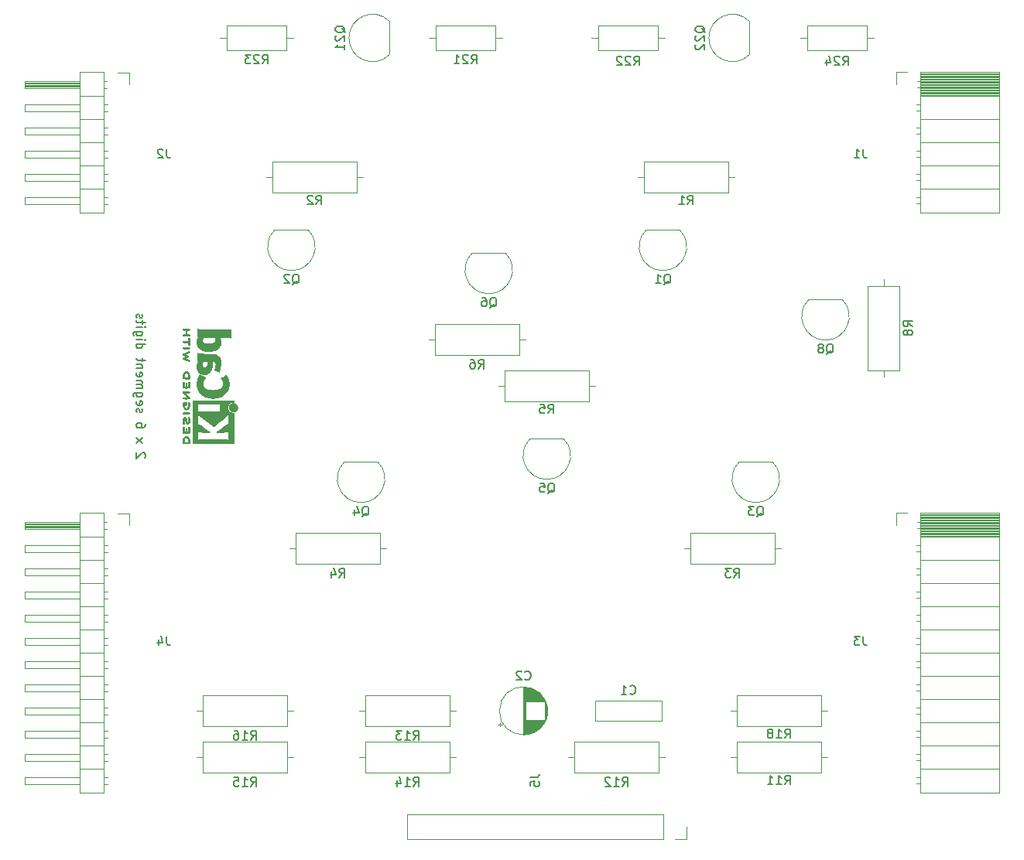
<source format=gbr>
G04 #@! TF.GenerationSoftware,KiCad,Pcbnew,5.1.10-5.1.10*
G04 #@! TF.CreationDate,2021-09-24T10:51:31+10:00*
G04 #@! TF.ProjectId,6segment,36736567-6d65-46e7-942e-6b696361645f,rev?*
G04 #@! TF.SameCoordinates,Original*
G04 #@! TF.FileFunction,Legend,Bot*
G04 #@! TF.FilePolarity,Positive*
%FSLAX46Y46*%
G04 Gerber Fmt 4.6, Leading zero omitted, Abs format (unit mm)*
G04 Created by KiCad (PCBNEW 5.1.10-5.1.10) date 2021-09-24 10:51:31*
%MOMM*%
%LPD*%
G01*
G04 APERTURE LIST*
%ADD10C,0.150000*%
%ADD11C,0.120000*%
%ADD12C,0.010000*%
G04 APERTURE END LIST*
D10*
X89352380Y-94240952D02*
X89400000Y-94193333D01*
X89447619Y-94098095D01*
X89447619Y-93860000D01*
X89400000Y-93764761D01*
X89352380Y-93717142D01*
X89257142Y-93669523D01*
X89161904Y-93669523D01*
X89019047Y-93717142D01*
X88447619Y-94288571D01*
X88447619Y-93669523D01*
X88447619Y-92574285D02*
X89114285Y-92050476D01*
X89114285Y-92574285D02*
X88447619Y-92050476D01*
X89447619Y-90479047D02*
X89447619Y-90669523D01*
X89400000Y-90764761D01*
X89352380Y-90812380D01*
X89209523Y-90907619D01*
X89019047Y-90955238D01*
X88638095Y-90955238D01*
X88542857Y-90907619D01*
X88495238Y-90860000D01*
X88447619Y-90764761D01*
X88447619Y-90574285D01*
X88495238Y-90479047D01*
X88542857Y-90431428D01*
X88638095Y-90383809D01*
X88876190Y-90383809D01*
X88971428Y-90431428D01*
X89019047Y-90479047D01*
X89066666Y-90574285D01*
X89066666Y-90764761D01*
X89019047Y-90860000D01*
X88971428Y-90907619D01*
X88876190Y-90955238D01*
X88495238Y-89240952D02*
X88447619Y-89145714D01*
X88447619Y-88955238D01*
X88495238Y-88860000D01*
X88590476Y-88812380D01*
X88638095Y-88812380D01*
X88733333Y-88860000D01*
X88780952Y-88955238D01*
X88780952Y-89098095D01*
X88828571Y-89193333D01*
X88923809Y-89240952D01*
X88971428Y-89240952D01*
X89066666Y-89193333D01*
X89114285Y-89098095D01*
X89114285Y-88955238D01*
X89066666Y-88860000D01*
X88495238Y-88002857D02*
X88447619Y-88098095D01*
X88447619Y-88288571D01*
X88495238Y-88383809D01*
X88590476Y-88431428D01*
X88971428Y-88431428D01*
X89066666Y-88383809D01*
X89114285Y-88288571D01*
X89114285Y-88098095D01*
X89066666Y-88002857D01*
X88971428Y-87955238D01*
X88876190Y-87955238D01*
X88780952Y-88431428D01*
X89114285Y-87098095D02*
X88304761Y-87098095D01*
X88209523Y-87145714D01*
X88161904Y-87193333D01*
X88114285Y-87288571D01*
X88114285Y-87431428D01*
X88161904Y-87526666D01*
X88495238Y-87098095D02*
X88447619Y-87193333D01*
X88447619Y-87383809D01*
X88495238Y-87479047D01*
X88542857Y-87526666D01*
X88638095Y-87574285D01*
X88923809Y-87574285D01*
X89019047Y-87526666D01*
X89066666Y-87479047D01*
X89114285Y-87383809D01*
X89114285Y-87193333D01*
X89066666Y-87098095D01*
X88447619Y-86621904D02*
X89114285Y-86621904D01*
X89019047Y-86621904D02*
X89066666Y-86574285D01*
X89114285Y-86479047D01*
X89114285Y-86336190D01*
X89066666Y-86240952D01*
X88971428Y-86193333D01*
X88447619Y-86193333D01*
X88971428Y-86193333D02*
X89066666Y-86145714D01*
X89114285Y-86050476D01*
X89114285Y-85907619D01*
X89066666Y-85812380D01*
X88971428Y-85764761D01*
X88447619Y-85764761D01*
X88495238Y-84907619D02*
X88447619Y-85002857D01*
X88447619Y-85193333D01*
X88495238Y-85288571D01*
X88590476Y-85336190D01*
X88971428Y-85336190D01*
X89066666Y-85288571D01*
X89114285Y-85193333D01*
X89114285Y-85002857D01*
X89066666Y-84907619D01*
X88971428Y-84860000D01*
X88876190Y-84860000D01*
X88780952Y-85336190D01*
X89114285Y-84431428D02*
X88447619Y-84431428D01*
X89019047Y-84431428D02*
X89066666Y-84383809D01*
X89114285Y-84288571D01*
X89114285Y-84145714D01*
X89066666Y-84050476D01*
X88971428Y-84002857D01*
X88447619Y-84002857D01*
X89114285Y-83669523D02*
X89114285Y-83288571D01*
X89447619Y-83526666D02*
X88590476Y-83526666D01*
X88495238Y-83479047D01*
X88447619Y-83383809D01*
X88447619Y-83288571D01*
X88447619Y-81764761D02*
X89447619Y-81764761D01*
X88495238Y-81764761D02*
X88447619Y-81860000D01*
X88447619Y-82050476D01*
X88495238Y-82145714D01*
X88542857Y-82193333D01*
X88638095Y-82240952D01*
X88923809Y-82240952D01*
X89019047Y-82193333D01*
X89066666Y-82145714D01*
X89114285Y-82050476D01*
X89114285Y-81860000D01*
X89066666Y-81764761D01*
X88447619Y-81288571D02*
X89114285Y-81288571D01*
X89447619Y-81288571D02*
X89400000Y-81336190D01*
X89352380Y-81288571D01*
X89400000Y-81240952D01*
X89447619Y-81288571D01*
X89352380Y-81288571D01*
X89114285Y-80383809D02*
X88304761Y-80383809D01*
X88209523Y-80431428D01*
X88161904Y-80479047D01*
X88114285Y-80574285D01*
X88114285Y-80717142D01*
X88161904Y-80812380D01*
X88495238Y-80383809D02*
X88447619Y-80479047D01*
X88447619Y-80669523D01*
X88495238Y-80764761D01*
X88542857Y-80812380D01*
X88638095Y-80860000D01*
X88923809Y-80860000D01*
X89019047Y-80812380D01*
X89066666Y-80764761D01*
X89114285Y-80669523D01*
X89114285Y-80479047D01*
X89066666Y-80383809D01*
X88447619Y-79907619D02*
X89114285Y-79907619D01*
X89447619Y-79907619D02*
X89400000Y-79955238D01*
X89352380Y-79907619D01*
X89400000Y-79860000D01*
X89447619Y-79907619D01*
X89352380Y-79907619D01*
X89114285Y-79574285D02*
X89114285Y-79193333D01*
X89447619Y-79431428D02*
X88590476Y-79431428D01*
X88495238Y-79383809D01*
X88447619Y-79288571D01*
X88447619Y-79193333D01*
X88495238Y-78907619D02*
X88447619Y-78812380D01*
X88447619Y-78621904D01*
X88495238Y-78526666D01*
X88590476Y-78479047D01*
X88638095Y-78479047D01*
X88733333Y-78526666D01*
X88780952Y-78621904D01*
X88780952Y-78764761D01*
X88828571Y-78860000D01*
X88923809Y-78907619D01*
X88971428Y-78907619D01*
X89066666Y-78860000D01*
X89114285Y-78764761D01*
X89114285Y-78621904D01*
X89066666Y-78526666D01*
D11*
G04 #@! TO.C,R24*
X168370000Y-46890000D02*
X168370000Y-49630000D01*
X168370000Y-49630000D02*
X161830000Y-49630000D01*
X161830000Y-49630000D02*
X161830000Y-46890000D01*
X161830000Y-46890000D02*
X168370000Y-46890000D01*
X169140000Y-48260000D02*
X168370000Y-48260000D01*
X161060000Y-48260000D02*
X161830000Y-48260000D01*
G04 #@! TO.C,R23*
X98330000Y-49630000D02*
X98330000Y-46890000D01*
X98330000Y-46890000D02*
X104870000Y-46890000D01*
X104870000Y-46890000D02*
X104870000Y-49630000D01*
X104870000Y-49630000D02*
X98330000Y-49630000D01*
X97560000Y-48260000D02*
X98330000Y-48260000D01*
X105640000Y-48260000D02*
X104870000Y-48260000D01*
G04 #@! TO.C,R22*
X145510000Y-46890000D02*
X145510000Y-49630000D01*
X145510000Y-49630000D02*
X138970000Y-49630000D01*
X138970000Y-49630000D02*
X138970000Y-46890000D01*
X138970000Y-46890000D02*
X145510000Y-46890000D01*
X146280000Y-48260000D02*
X145510000Y-48260000D01*
X138200000Y-48260000D02*
X138970000Y-48260000D01*
G04 #@! TO.C,R21*
X121190000Y-49630000D02*
X121190000Y-46890000D01*
X121190000Y-46890000D02*
X127730000Y-46890000D01*
X127730000Y-46890000D02*
X127730000Y-49630000D01*
X127730000Y-49630000D02*
X121190000Y-49630000D01*
X120420000Y-48260000D02*
X121190000Y-48260000D01*
X128500000Y-48260000D02*
X127730000Y-48260000D01*
D12*
G04 #@! TO.C,REF\u002A\u002A*
G36*
X94245467Y-80131177D02*
G01*
X94223224Y-80099798D01*
X94195515Y-80072089D01*
X93886080Y-80072089D01*
X93794201Y-80072162D01*
X93722160Y-80072505D01*
X93667220Y-80073308D01*
X93626640Y-80074759D01*
X93597683Y-80077048D01*
X93577609Y-80080364D01*
X93563679Y-80084895D01*
X93553155Y-80090831D01*
X93546900Y-80095486D01*
X93522327Y-80126217D01*
X93519659Y-80161504D01*
X93534729Y-80193755D01*
X93543626Y-80204412D01*
X93555443Y-80211536D01*
X93574474Y-80215833D01*
X93605008Y-80218009D01*
X93651338Y-80218772D01*
X93687129Y-80218845D01*
X93821955Y-80218845D01*
X93821955Y-80715556D01*
X93699300Y-80715556D01*
X93643213Y-80716069D01*
X93604667Y-80718124D01*
X93578639Y-80722492D01*
X93560103Y-80729944D01*
X93546900Y-80738953D01*
X93522396Y-80769856D01*
X93519494Y-80804804D01*
X93536911Y-80838262D01*
X93546041Y-80847396D01*
X93558145Y-80853848D01*
X93576999Y-80858103D01*
X93606380Y-80860648D01*
X93650063Y-80861971D01*
X93711825Y-80862557D01*
X93726000Y-80862625D01*
X93842369Y-80863109D01*
X93938273Y-80863359D01*
X94015823Y-80863277D01*
X94077131Y-80862769D01*
X94124310Y-80861738D01*
X94159470Y-80860087D01*
X94184724Y-80857721D01*
X94202183Y-80854543D01*
X94213959Y-80850456D01*
X94222165Y-80845366D01*
X94228355Y-80839734D01*
X94248156Y-80807872D01*
X94245467Y-80774643D01*
X94223224Y-80743265D01*
X94208874Y-80730567D01*
X94193022Y-80722474D01*
X94170446Y-80717958D01*
X94135922Y-80715994D01*
X94084224Y-80715556D01*
X93968711Y-80715556D01*
X93968711Y-80218845D01*
X94087244Y-80218845D01*
X94141852Y-80218338D01*
X94178725Y-80216302D01*
X94202693Y-80211965D01*
X94218585Y-80204553D01*
X94228355Y-80196267D01*
X94248156Y-80164406D01*
X94245467Y-80131177D01*
G37*
X94245467Y-80131177D02*
X94223224Y-80099798D01*
X94195515Y-80072089D01*
X93886080Y-80072089D01*
X93794201Y-80072162D01*
X93722160Y-80072505D01*
X93667220Y-80073308D01*
X93626640Y-80074759D01*
X93597683Y-80077048D01*
X93577609Y-80080364D01*
X93563679Y-80084895D01*
X93553155Y-80090831D01*
X93546900Y-80095486D01*
X93522327Y-80126217D01*
X93519659Y-80161504D01*
X93534729Y-80193755D01*
X93543626Y-80204412D01*
X93555443Y-80211536D01*
X93574474Y-80215833D01*
X93605008Y-80218009D01*
X93651338Y-80218772D01*
X93687129Y-80218845D01*
X93821955Y-80218845D01*
X93821955Y-80715556D01*
X93699300Y-80715556D01*
X93643213Y-80716069D01*
X93604667Y-80718124D01*
X93578639Y-80722492D01*
X93560103Y-80729944D01*
X93546900Y-80738953D01*
X93522396Y-80769856D01*
X93519494Y-80804804D01*
X93536911Y-80838262D01*
X93546041Y-80847396D01*
X93558145Y-80853848D01*
X93576999Y-80858103D01*
X93606380Y-80860648D01*
X93650063Y-80861971D01*
X93711825Y-80862557D01*
X93726000Y-80862625D01*
X93842369Y-80863109D01*
X93938273Y-80863359D01*
X94015823Y-80863277D01*
X94077131Y-80862769D01*
X94124310Y-80861738D01*
X94159470Y-80860087D01*
X94184724Y-80857721D01*
X94202183Y-80854543D01*
X94213959Y-80850456D01*
X94222165Y-80845366D01*
X94228355Y-80839734D01*
X94248156Y-80807872D01*
X94245467Y-80774643D01*
X94223224Y-80743265D01*
X94208874Y-80730567D01*
X94193022Y-80722474D01*
X94170446Y-80717958D01*
X94135922Y-80715994D01*
X94084224Y-80715556D01*
X93968711Y-80715556D01*
X93968711Y-80218845D01*
X94087244Y-80218845D01*
X94141852Y-80218338D01*
X94178725Y-80216302D01*
X94202693Y-80211965D01*
X94218585Y-80204553D01*
X94228355Y-80196267D01*
X94248156Y-80164406D01*
X94245467Y-80131177D01*
G36*
X94250837Y-81396935D02*
G01*
X94250458Y-81318228D01*
X94249667Y-81257137D01*
X94248330Y-81211183D01*
X94246317Y-81177886D01*
X94243494Y-81154764D01*
X94239731Y-81139338D01*
X94234895Y-81129129D01*
X94231178Y-81124187D01*
X94198642Y-81098543D01*
X94164862Y-81095441D01*
X94134174Y-81111289D01*
X94121911Y-81121652D01*
X94113550Y-81132804D01*
X94108343Y-81148965D01*
X94105543Y-81174358D01*
X94104404Y-81213202D01*
X94104179Y-81269720D01*
X94104178Y-81280820D01*
X94104178Y-81426756D01*
X93833244Y-81426756D01*
X93747846Y-81426852D01*
X93682136Y-81427289D01*
X93633226Y-81428288D01*
X93598227Y-81430072D01*
X93574251Y-81432863D01*
X93558407Y-81436883D01*
X93547809Y-81442355D01*
X93539733Y-81449334D01*
X93519888Y-81482266D01*
X93521452Y-81516646D01*
X93544094Y-81547824D01*
X93546900Y-81550114D01*
X93557508Y-81557571D01*
X93569919Y-81563253D01*
X93587150Y-81567399D01*
X93612216Y-81570250D01*
X93648133Y-81572046D01*
X93697917Y-81573028D01*
X93764583Y-81573436D01*
X93840411Y-81573511D01*
X94104178Y-81573511D01*
X94104178Y-81712873D01*
X94104582Y-81772678D01*
X94106160Y-81814082D01*
X94109453Y-81841252D01*
X94115008Y-81858354D01*
X94123369Y-81869557D01*
X94124822Y-81870917D01*
X94158061Y-81887275D01*
X94195638Y-81885828D01*
X94228355Y-81867022D01*
X94234702Y-81859750D01*
X94239734Y-81850373D01*
X94243604Y-81836391D01*
X94246463Y-81815304D01*
X94248465Y-81784611D01*
X94249761Y-81741811D01*
X94250502Y-81684405D01*
X94250842Y-81609890D01*
X94250932Y-81515767D01*
X94250933Y-81495740D01*
X94250837Y-81396935D01*
G37*
X94250837Y-81396935D02*
X94250458Y-81318228D01*
X94249667Y-81257137D01*
X94248330Y-81211183D01*
X94246317Y-81177886D01*
X94243494Y-81154764D01*
X94239731Y-81139338D01*
X94234895Y-81129129D01*
X94231178Y-81124187D01*
X94198642Y-81098543D01*
X94164862Y-81095441D01*
X94134174Y-81111289D01*
X94121911Y-81121652D01*
X94113550Y-81132804D01*
X94108343Y-81148965D01*
X94105543Y-81174358D01*
X94104404Y-81213202D01*
X94104179Y-81269720D01*
X94104178Y-81280820D01*
X94104178Y-81426756D01*
X93833244Y-81426756D01*
X93747846Y-81426852D01*
X93682136Y-81427289D01*
X93633226Y-81428288D01*
X93598227Y-81430072D01*
X93574251Y-81432863D01*
X93558407Y-81436883D01*
X93547809Y-81442355D01*
X93539733Y-81449334D01*
X93519888Y-81482266D01*
X93521452Y-81516646D01*
X93544094Y-81547824D01*
X93546900Y-81550114D01*
X93557508Y-81557571D01*
X93569919Y-81563253D01*
X93587150Y-81567399D01*
X93612216Y-81570250D01*
X93648133Y-81572046D01*
X93697917Y-81573028D01*
X93764583Y-81573436D01*
X93840411Y-81573511D01*
X94104178Y-81573511D01*
X94104178Y-81712873D01*
X94104582Y-81772678D01*
X94106160Y-81814082D01*
X94109453Y-81841252D01*
X94115008Y-81858354D01*
X94123369Y-81869557D01*
X94124822Y-81870917D01*
X94158061Y-81887275D01*
X94195638Y-81885828D01*
X94228355Y-81867022D01*
X94234702Y-81859750D01*
X94239734Y-81850373D01*
X94243604Y-81836391D01*
X94246463Y-81815304D01*
X94248465Y-81784611D01*
X94249761Y-81741811D01*
X94250502Y-81684405D01*
X94250842Y-81609890D01*
X94250932Y-81515767D01*
X94250933Y-81495740D01*
X94250837Y-81396935D01*
G36*
X94244123Y-82171386D02*
G01*
X94229353Y-82147673D01*
X94207773Y-82121022D01*
X93886227Y-82121022D01*
X93792170Y-82121107D01*
X93718068Y-82121471D01*
X93661296Y-82122276D01*
X93619232Y-82123687D01*
X93589252Y-82125867D01*
X93568733Y-82128979D01*
X93555051Y-82133186D01*
X93545584Y-82138652D01*
X93540918Y-82142528D01*
X93520425Y-82173966D01*
X93521261Y-82209767D01*
X93538736Y-82241127D01*
X93560316Y-82267778D01*
X94207773Y-82267778D01*
X94229353Y-82241127D01*
X94245051Y-82215406D01*
X94250933Y-82194400D01*
X94244123Y-82171386D01*
G37*
X94244123Y-82171386D02*
X94229353Y-82147673D01*
X94207773Y-82121022D01*
X93886227Y-82121022D01*
X93792170Y-82121107D01*
X93718068Y-82121471D01*
X93661296Y-82122276D01*
X93619232Y-82123687D01*
X93589252Y-82125867D01*
X93568733Y-82128979D01*
X93555051Y-82133186D01*
X93545584Y-82138652D01*
X93540918Y-82142528D01*
X93520425Y-82173966D01*
X93521261Y-82209767D01*
X93538736Y-82241127D01*
X93560316Y-82267778D01*
X94207773Y-82267778D01*
X94229353Y-82241127D01*
X94245051Y-82215406D01*
X94250933Y-82194400D01*
X94244123Y-82171386D01*
G36*
X94248966Y-82615335D02*
G01*
X94241965Y-82595745D01*
X94241623Y-82594990D01*
X94221322Y-82568387D01*
X94200439Y-82553730D01*
X94190648Y-82550862D01*
X94177639Y-82551004D01*
X94159105Y-82555039D01*
X94132743Y-82563854D01*
X94096248Y-82578331D01*
X94047313Y-82599355D01*
X93983635Y-82627812D01*
X93902907Y-82664585D01*
X93858784Y-82684825D01*
X93780015Y-82721375D01*
X93707577Y-82755685D01*
X93644120Y-82786448D01*
X93592292Y-82812352D01*
X93554741Y-82832090D01*
X93534116Y-82844350D01*
X93531267Y-82846776D01*
X93518698Y-82877817D01*
X93520381Y-82912879D01*
X93535668Y-82941000D01*
X93536911Y-82942146D01*
X93553846Y-82953332D01*
X93586830Y-82972096D01*
X93631620Y-82996125D01*
X93683968Y-83023103D01*
X93703258Y-83032799D01*
X93849850Y-83105986D01*
X93690607Y-83185760D01*
X93635585Y-83214233D01*
X93587868Y-83240650D01*
X93551107Y-83262852D01*
X93528956Y-83278681D01*
X93524259Y-83284046D01*
X93517898Y-83325743D01*
X93531267Y-83360151D01*
X93545554Y-83370272D01*
X93577308Y-83387786D01*
X93623403Y-83411265D01*
X93680715Y-83439280D01*
X93746120Y-83470401D01*
X93816493Y-83503201D01*
X93888709Y-83536250D01*
X93959645Y-83568119D01*
X94026175Y-83597381D01*
X94085174Y-83622605D01*
X94133519Y-83642364D01*
X94168085Y-83655228D01*
X94185747Y-83659769D01*
X94186387Y-83659723D01*
X94208612Y-83648674D01*
X94231247Y-83626590D01*
X94232232Y-83625290D01*
X94247575Y-83598147D01*
X94247426Y-83573042D01*
X94244534Y-83563632D01*
X94238282Y-83552166D01*
X94225986Y-83539990D01*
X94205092Y-83525643D01*
X94173051Y-83507664D01*
X94127312Y-83484593D01*
X94065323Y-83454970D01*
X94008102Y-83428255D01*
X93941774Y-83397520D01*
X93882126Y-83369979D01*
X93832275Y-83347062D01*
X93795336Y-83330202D01*
X93774427Y-83320827D01*
X93771155Y-83319460D01*
X93776503Y-83313311D01*
X93798891Y-83299178D01*
X93835054Y-83278943D01*
X93881723Y-83254485D01*
X93900978Y-83244752D01*
X93965996Y-83211783D01*
X94013346Y-83186357D01*
X94045781Y-83166388D01*
X94066054Y-83149790D01*
X94076918Y-83134476D01*
X94081125Y-83118360D01*
X94081600Y-83107857D01*
X94079958Y-83089330D01*
X94073169Y-83073096D01*
X94058434Y-83056965D01*
X94032956Y-83038749D01*
X93993939Y-83016261D01*
X93938586Y-82987311D01*
X93907097Y-82971338D01*
X93856913Y-82945430D01*
X93815296Y-82922833D01*
X93785758Y-82905542D01*
X93771811Y-82895550D01*
X93771230Y-82894191D01*
X93782207Y-82887739D01*
X93810710Y-82873292D01*
X93853756Y-82852297D01*
X93908362Y-82826203D01*
X93971546Y-82796454D01*
X94002929Y-82781820D01*
X94083922Y-82743750D01*
X94146244Y-82713095D01*
X94191929Y-82688263D01*
X94223011Y-82667663D01*
X94241522Y-82649702D01*
X94249496Y-82632790D01*
X94248966Y-82615335D01*
G37*
X94248966Y-82615335D02*
X94241965Y-82595745D01*
X94241623Y-82594990D01*
X94221322Y-82568387D01*
X94200439Y-82553730D01*
X94190648Y-82550862D01*
X94177639Y-82551004D01*
X94159105Y-82555039D01*
X94132743Y-82563854D01*
X94096248Y-82578331D01*
X94047313Y-82599355D01*
X93983635Y-82627812D01*
X93902907Y-82664585D01*
X93858784Y-82684825D01*
X93780015Y-82721375D01*
X93707577Y-82755685D01*
X93644120Y-82786448D01*
X93592292Y-82812352D01*
X93554741Y-82832090D01*
X93534116Y-82844350D01*
X93531267Y-82846776D01*
X93518698Y-82877817D01*
X93520381Y-82912879D01*
X93535668Y-82941000D01*
X93536911Y-82942146D01*
X93553846Y-82953332D01*
X93586830Y-82972096D01*
X93631620Y-82996125D01*
X93683968Y-83023103D01*
X93703258Y-83032799D01*
X93849850Y-83105986D01*
X93690607Y-83185760D01*
X93635585Y-83214233D01*
X93587868Y-83240650D01*
X93551107Y-83262852D01*
X93528956Y-83278681D01*
X93524259Y-83284046D01*
X93517898Y-83325743D01*
X93531267Y-83360151D01*
X93545554Y-83370272D01*
X93577308Y-83387786D01*
X93623403Y-83411265D01*
X93680715Y-83439280D01*
X93746120Y-83470401D01*
X93816493Y-83503201D01*
X93888709Y-83536250D01*
X93959645Y-83568119D01*
X94026175Y-83597381D01*
X94085174Y-83622605D01*
X94133519Y-83642364D01*
X94168085Y-83655228D01*
X94185747Y-83659769D01*
X94186387Y-83659723D01*
X94208612Y-83648674D01*
X94231247Y-83626590D01*
X94232232Y-83625290D01*
X94247575Y-83598147D01*
X94247426Y-83573042D01*
X94244534Y-83563632D01*
X94238282Y-83552166D01*
X94225986Y-83539990D01*
X94205092Y-83525643D01*
X94173051Y-83507664D01*
X94127312Y-83484593D01*
X94065323Y-83454970D01*
X94008102Y-83428255D01*
X93941774Y-83397520D01*
X93882126Y-83369979D01*
X93832275Y-83347062D01*
X93795336Y-83330202D01*
X93774427Y-83320827D01*
X93771155Y-83319460D01*
X93776503Y-83313311D01*
X93798891Y-83299178D01*
X93835054Y-83278943D01*
X93881723Y-83254485D01*
X93900978Y-83244752D01*
X93965996Y-83211783D01*
X94013346Y-83186357D01*
X94045781Y-83166388D01*
X94066054Y-83149790D01*
X94076918Y-83134476D01*
X94081125Y-83118360D01*
X94081600Y-83107857D01*
X94079958Y-83089330D01*
X94073169Y-83073096D01*
X94058434Y-83056965D01*
X94032956Y-83038749D01*
X93993939Y-83016261D01*
X93938586Y-82987311D01*
X93907097Y-82971338D01*
X93856913Y-82945430D01*
X93815296Y-82922833D01*
X93785758Y-82905542D01*
X93771811Y-82895550D01*
X93771230Y-82894191D01*
X93782207Y-82887739D01*
X93810710Y-82873292D01*
X93853756Y-82852297D01*
X93908362Y-82826203D01*
X93971546Y-82796454D01*
X94002929Y-82781820D01*
X94083922Y-82743750D01*
X94146244Y-82713095D01*
X94191929Y-82688263D01*
X94223011Y-82667663D01*
X94241522Y-82649702D01*
X94249496Y-82632790D01*
X94248966Y-82615335D01*
G36*
X94250725Y-85341691D02*
G01*
X94246364Y-85212712D01*
X94233139Y-85103009D01*
X94210259Y-85010774D01*
X94176930Y-84934198D01*
X94132362Y-84871473D01*
X94075764Y-84820788D01*
X94006342Y-84780337D01*
X94004649Y-84779541D01*
X93942517Y-84755399D01*
X93887491Y-84746797D01*
X93832113Y-84753769D01*
X93768927Y-84776346D01*
X93759311Y-84780628D01*
X93703034Y-84809828D01*
X93659549Y-84842644D01*
X93622583Y-84884998D01*
X93585865Y-84942810D01*
X93583948Y-84946169D01*
X93559773Y-84996496D01*
X93541718Y-85053379D01*
X93529161Y-85120473D01*
X93521478Y-85201435D01*
X93518047Y-85299918D01*
X93517749Y-85334714D01*
X93517155Y-85500406D01*
X93546900Y-85523803D01*
X93556681Y-85530743D01*
X93568103Y-85536158D01*
X93583905Y-85540235D01*
X93606825Y-85543163D01*
X93639604Y-85545133D01*
X93663911Y-85545775D01*
X93663911Y-85389156D01*
X93663911Y-85295274D01*
X93665517Y-85240336D01*
X93669745Y-85183940D01*
X93675708Y-85137655D01*
X93676210Y-85134861D01*
X93698264Y-85052652D01*
X93731400Y-84988886D01*
X93777153Y-84941548D01*
X93837061Y-84908618D01*
X93852939Y-84902892D01*
X93877667Y-84897279D01*
X93902098Y-84899709D01*
X93934600Y-84911533D01*
X93950566Y-84918660D01*
X93992994Y-84942000D01*
X94022760Y-84970120D01*
X94043489Y-85001060D01*
X94070463Y-85063034D01*
X94090002Y-85142349D01*
X94101254Y-85234747D01*
X94103730Y-85301667D01*
X94104178Y-85389156D01*
X93663911Y-85389156D01*
X93663911Y-85545775D01*
X93684979Y-85546332D01*
X93745689Y-85546950D01*
X93824474Y-85547175D01*
X93886080Y-85547200D01*
X94195515Y-85547200D01*
X94223224Y-85519491D01*
X94234456Y-85507194D01*
X94242147Y-85493897D01*
X94246960Y-85475328D01*
X94249554Y-85447214D01*
X94250590Y-85405283D01*
X94250730Y-85345263D01*
X94250725Y-85341691D01*
G37*
X94250725Y-85341691D02*
X94246364Y-85212712D01*
X94233139Y-85103009D01*
X94210259Y-85010774D01*
X94176930Y-84934198D01*
X94132362Y-84871473D01*
X94075764Y-84820788D01*
X94006342Y-84780337D01*
X94004649Y-84779541D01*
X93942517Y-84755399D01*
X93887491Y-84746797D01*
X93832113Y-84753769D01*
X93768927Y-84776346D01*
X93759311Y-84780628D01*
X93703034Y-84809828D01*
X93659549Y-84842644D01*
X93622583Y-84884998D01*
X93585865Y-84942810D01*
X93583948Y-84946169D01*
X93559773Y-84996496D01*
X93541718Y-85053379D01*
X93529161Y-85120473D01*
X93521478Y-85201435D01*
X93518047Y-85299918D01*
X93517749Y-85334714D01*
X93517155Y-85500406D01*
X93546900Y-85523803D01*
X93556681Y-85530743D01*
X93568103Y-85536158D01*
X93583905Y-85540235D01*
X93606825Y-85543163D01*
X93639604Y-85545133D01*
X93663911Y-85545775D01*
X93663911Y-85389156D01*
X93663911Y-85295274D01*
X93665517Y-85240336D01*
X93669745Y-85183940D01*
X93675708Y-85137655D01*
X93676210Y-85134861D01*
X93698264Y-85052652D01*
X93731400Y-84988886D01*
X93777153Y-84941548D01*
X93837061Y-84908618D01*
X93852939Y-84902892D01*
X93877667Y-84897279D01*
X93902098Y-84899709D01*
X93934600Y-84911533D01*
X93950566Y-84918660D01*
X93992994Y-84942000D01*
X94022760Y-84970120D01*
X94043489Y-85001060D01*
X94070463Y-85063034D01*
X94090002Y-85142349D01*
X94101254Y-85234747D01*
X94103730Y-85301667D01*
X94104178Y-85389156D01*
X93663911Y-85389156D01*
X93663911Y-85545775D01*
X93684979Y-85546332D01*
X93745689Y-85546950D01*
X93824474Y-85547175D01*
X93886080Y-85547200D01*
X94195515Y-85547200D01*
X94223224Y-85519491D01*
X94234456Y-85507194D01*
X94242147Y-85493897D01*
X94246960Y-85475328D01*
X94249554Y-85447214D01*
X94250590Y-85405283D01*
X94250730Y-85345263D01*
X94250725Y-85341691D01*
G36*
X94250740Y-86129657D02*
G01*
X94249826Y-86053299D01*
X94247689Y-85994783D01*
X94243825Y-85951745D01*
X94237733Y-85921817D01*
X94228910Y-85902632D01*
X94216854Y-85891824D01*
X94201061Y-85887027D01*
X94181030Y-85885873D01*
X94178665Y-85885867D01*
X94156008Y-85886869D01*
X94138497Y-85891604D01*
X94125426Y-85902667D01*
X94116087Y-85922652D01*
X94109773Y-85954154D01*
X94105778Y-85999768D01*
X94103394Y-86062087D01*
X94101914Y-86143707D01*
X94101586Y-86168723D01*
X94098533Y-86410800D01*
X94033622Y-86414186D01*
X93968711Y-86417571D01*
X93968711Y-86249424D01*
X93968469Y-86183734D01*
X93967444Y-86136828D01*
X93965189Y-86104917D01*
X93961258Y-86084209D01*
X93955202Y-86070916D01*
X93946576Y-86061245D01*
X93946507Y-86061183D01*
X93912888Y-86043644D01*
X93876552Y-86044278D01*
X93845577Y-86062686D01*
X93842393Y-86066329D01*
X93834188Y-86079259D01*
X93828479Y-86096976D01*
X93824838Y-86123430D01*
X93822833Y-86162568D01*
X93822036Y-86218338D01*
X93821955Y-86254006D01*
X93821955Y-86416445D01*
X93663911Y-86416445D01*
X93663911Y-86169839D01*
X93663769Y-86088420D01*
X93663186Y-86026590D01*
X93661932Y-85981363D01*
X93659773Y-85949752D01*
X93656477Y-85928769D01*
X93651811Y-85915427D01*
X93645543Y-85906739D01*
X93643267Y-85904550D01*
X93611720Y-85888386D01*
X93575832Y-85887203D01*
X93544715Y-85900464D01*
X93534729Y-85910957D01*
X93529231Y-85921871D01*
X93524978Y-85938783D01*
X93521820Y-85964367D01*
X93519608Y-86001299D01*
X93518194Y-86052254D01*
X93517428Y-86119906D01*
X93517162Y-86206931D01*
X93517155Y-86226606D01*
X93517213Y-86315089D01*
X93517533Y-86383773D01*
X93518333Y-86435436D01*
X93519833Y-86472855D01*
X93522251Y-86498810D01*
X93525806Y-86516078D01*
X93530718Y-86527438D01*
X93537205Y-86535668D01*
X93541862Y-86540183D01*
X93550111Y-86546979D01*
X93560331Y-86552288D01*
X93575200Y-86556294D01*
X93597398Y-86559179D01*
X93629607Y-86561126D01*
X93674504Y-86562319D01*
X93734772Y-86562939D01*
X93813089Y-86563171D01*
X93879006Y-86563200D01*
X93971372Y-86563129D01*
X94043883Y-86562792D01*
X94099263Y-86562002D01*
X94140235Y-86560574D01*
X94169522Y-86558321D01*
X94189847Y-86555057D01*
X94203934Y-86550596D01*
X94214505Y-86544752D01*
X94221189Y-86539803D01*
X94250933Y-86516406D01*
X94250933Y-86226226D01*
X94250740Y-86129657D01*
G37*
X94250740Y-86129657D02*
X94249826Y-86053299D01*
X94247689Y-85994783D01*
X94243825Y-85951745D01*
X94237733Y-85921817D01*
X94228910Y-85902632D01*
X94216854Y-85891824D01*
X94201061Y-85887027D01*
X94181030Y-85885873D01*
X94178665Y-85885867D01*
X94156008Y-85886869D01*
X94138497Y-85891604D01*
X94125426Y-85902667D01*
X94116087Y-85922652D01*
X94109773Y-85954154D01*
X94105778Y-85999768D01*
X94103394Y-86062087D01*
X94101914Y-86143707D01*
X94101586Y-86168723D01*
X94098533Y-86410800D01*
X94033622Y-86414186D01*
X93968711Y-86417571D01*
X93968711Y-86249424D01*
X93968469Y-86183734D01*
X93967444Y-86136828D01*
X93965189Y-86104917D01*
X93961258Y-86084209D01*
X93955202Y-86070916D01*
X93946576Y-86061245D01*
X93946507Y-86061183D01*
X93912888Y-86043644D01*
X93876552Y-86044278D01*
X93845577Y-86062686D01*
X93842393Y-86066329D01*
X93834188Y-86079259D01*
X93828479Y-86096976D01*
X93824838Y-86123430D01*
X93822833Y-86162568D01*
X93822036Y-86218338D01*
X93821955Y-86254006D01*
X93821955Y-86416445D01*
X93663911Y-86416445D01*
X93663911Y-86169839D01*
X93663769Y-86088420D01*
X93663186Y-86026590D01*
X93661932Y-85981363D01*
X93659773Y-85949752D01*
X93656477Y-85928769D01*
X93651811Y-85915427D01*
X93645543Y-85906739D01*
X93643267Y-85904550D01*
X93611720Y-85888386D01*
X93575832Y-85887203D01*
X93544715Y-85900464D01*
X93534729Y-85910957D01*
X93529231Y-85921871D01*
X93524978Y-85938783D01*
X93521820Y-85964367D01*
X93519608Y-86001299D01*
X93518194Y-86052254D01*
X93517428Y-86119906D01*
X93517162Y-86206931D01*
X93517155Y-86226606D01*
X93517213Y-86315089D01*
X93517533Y-86383773D01*
X93518333Y-86435436D01*
X93519833Y-86472855D01*
X93522251Y-86498810D01*
X93525806Y-86516078D01*
X93530718Y-86527438D01*
X93537205Y-86535668D01*
X93541862Y-86540183D01*
X93550111Y-86546979D01*
X93560331Y-86552288D01*
X93575200Y-86556294D01*
X93597398Y-86559179D01*
X93629607Y-86561126D01*
X93674504Y-86562319D01*
X93734772Y-86562939D01*
X93813089Y-86563171D01*
X93879006Y-86563200D01*
X93971372Y-86563129D01*
X94043883Y-86562792D01*
X94099263Y-86562002D01*
X94140235Y-86560574D01*
X94169522Y-86558321D01*
X94189847Y-86555057D01*
X94203934Y-86550596D01*
X94214505Y-86544752D01*
X94221189Y-86539803D01*
X94250933Y-86516406D01*
X94250933Y-86226226D01*
X94250740Y-86129657D01*
G36*
X94246552Y-87660114D02*
G01*
X94232727Y-87636548D01*
X94210119Y-87605735D01*
X94177662Y-87566078D01*
X94134292Y-87515980D01*
X94078942Y-87453843D01*
X94010549Y-87378072D01*
X93931916Y-87291334D01*
X93768122Y-87110711D01*
X93987971Y-87105067D01*
X94063649Y-87103029D01*
X94120006Y-87101063D01*
X94160294Y-87098734D01*
X94187765Y-87095606D01*
X94205671Y-87091245D01*
X94217263Y-87085216D01*
X94225792Y-87077084D01*
X94229377Y-87072772D01*
X94248330Y-87038241D01*
X94245559Y-87005383D01*
X94229367Y-86979318D01*
X94207801Y-86952667D01*
X93892849Y-86949352D01*
X93800221Y-86948435D01*
X93727456Y-86947968D01*
X93671839Y-86948113D01*
X93630658Y-86949032D01*
X93601197Y-86950887D01*
X93580745Y-86953839D01*
X93566587Y-86958050D01*
X93556009Y-86963682D01*
X93547526Y-86969927D01*
X93531793Y-86983439D01*
X93521364Y-86996883D01*
X93517361Y-87012124D01*
X93520906Y-87031026D01*
X93533121Y-87055455D01*
X93555129Y-87087273D01*
X93588051Y-87128348D01*
X93633009Y-87180542D01*
X93691125Y-87245722D01*
X93757901Y-87319556D01*
X93998542Y-87584845D01*
X93779411Y-87590489D01*
X93703872Y-87592531D01*
X93647646Y-87594502D01*
X93607476Y-87596839D01*
X93580104Y-87599981D01*
X93562272Y-87604364D01*
X93550721Y-87610424D01*
X93542193Y-87618600D01*
X93538718Y-87622784D01*
X93519628Y-87659765D01*
X93522507Y-87694708D01*
X93546900Y-87725136D01*
X93556714Y-87732097D01*
X93568174Y-87737523D01*
X93584032Y-87741603D01*
X93607037Y-87744529D01*
X93639938Y-87746492D01*
X93685484Y-87747683D01*
X93746427Y-87748292D01*
X93825514Y-87748511D01*
X93884044Y-87748534D01*
X93975593Y-87748460D01*
X94047313Y-87748113D01*
X94101955Y-87747301D01*
X94142268Y-87745833D01*
X94171002Y-87743519D01*
X94190907Y-87740167D01*
X94204732Y-87735588D01*
X94215228Y-87729589D01*
X94221189Y-87725136D01*
X94235309Y-87713850D01*
X94245971Y-87703301D01*
X94252108Y-87691893D01*
X94252657Y-87678030D01*
X94246552Y-87660114D01*
G37*
X94246552Y-87660114D02*
X94232727Y-87636548D01*
X94210119Y-87605735D01*
X94177662Y-87566078D01*
X94134292Y-87515980D01*
X94078942Y-87453843D01*
X94010549Y-87378072D01*
X93931916Y-87291334D01*
X93768122Y-87110711D01*
X93987971Y-87105067D01*
X94063649Y-87103029D01*
X94120006Y-87101063D01*
X94160294Y-87098734D01*
X94187765Y-87095606D01*
X94205671Y-87091245D01*
X94217263Y-87085216D01*
X94225792Y-87077084D01*
X94229377Y-87072772D01*
X94248330Y-87038241D01*
X94245559Y-87005383D01*
X94229367Y-86979318D01*
X94207801Y-86952667D01*
X93892849Y-86949352D01*
X93800221Y-86948435D01*
X93727456Y-86947968D01*
X93671839Y-86948113D01*
X93630658Y-86949032D01*
X93601197Y-86950887D01*
X93580745Y-86953839D01*
X93566587Y-86958050D01*
X93556009Y-86963682D01*
X93547526Y-86969927D01*
X93531793Y-86983439D01*
X93521364Y-86996883D01*
X93517361Y-87012124D01*
X93520906Y-87031026D01*
X93533121Y-87055455D01*
X93555129Y-87087273D01*
X93588051Y-87128348D01*
X93633009Y-87180542D01*
X93691125Y-87245722D01*
X93757901Y-87319556D01*
X93998542Y-87584845D01*
X93779411Y-87590489D01*
X93703872Y-87592531D01*
X93647646Y-87594502D01*
X93607476Y-87596839D01*
X93580104Y-87599981D01*
X93562272Y-87604364D01*
X93550721Y-87610424D01*
X93542193Y-87618600D01*
X93538718Y-87622784D01*
X93519628Y-87659765D01*
X93522507Y-87694708D01*
X93546900Y-87725136D01*
X93556714Y-87732097D01*
X93568174Y-87737523D01*
X93584032Y-87741603D01*
X93607037Y-87744529D01*
X93639938Y-87746492D01*
X93685484Y-87747683D01*
X93746427Y-87748292D01*
X93825514Y-87748511D01*
X93884044Y-87748534D01*
X93975593Y-87748460D01*
X94047313Y-87748113D01*
X94101955Y-87747301D01*
X94142268Y-87745833D01*
X94171002Y-87743519D01*
X94190907Y-87740167D01*
X94204732Y-87735588D01*
X94215228Y-87729589D01*
X94221189Y-87725136D01*
X94235309Y-87713850D01*
X94245971Y-87703301D01*
X94252108Y-87691893D01*
X94252657Y-87678030D01*
X94246552Y-87660114D01*
G36*
X94245401Y-88310081D02*
G01*
X94233905Y-88241565D01*
X94216033Y-88188943D01*
X94192501Y-88154708D01*
X94179076Y-88145379D01*
X94147852Y-88135893D01*
X94119605Y-88142277D01*
X94092818Y-88162430D01*
X94080287Y-88193745D01*
X94081304Y-88239183D01*
X94088094Y-88274326D01*
X94101029Y-88352419D01*
X94102258Y-88432226D01*
X94091759Y-88521555D01*
X94087310Y-88546229D01*
X94063892Y-88629291D01*
X94029055Y-88694273D01*
X93983396Y-88740461D01*
X93927506Y-88767145D01*
X93898612Y-88772663D01*
X93839988Y-88769051D01*
X93788121Y-88745729D01*
X93744022Y-88704824D01*
X93708701Y-88648459D01*
X93683171Y-88578760D01*
X93668441Y-88497852D01*
X93665522Y-88407860D01*
X93675425Y-88310910D01*
X93676359Y-88305436D01*
X93683541Y-88266875D01*
X93690479Y-88245494D01*
X93700773Y-88236227D01*
X93718024Y-88234006D01*
X93727159Y-88233956D01*
X93765511Y-88233956D01*
X93765511Y-88302431D01*
X93769653Y-88362900D01*
X93782853Y-88404165D01*
X93806270Y-88428175D01*
X93841064Y-88436877D01*
X93845606Y-88436983D01*
X93875346Y-88431892D01*
X93896581Y-88414433D01*
X93910634Y-88381939D01*
X93918827Y-88331743D01*
X93921839Y-88283123D01*
X93923567Y-88212456D01*
X93920930Y-88161198D01*
X93911200Y-88126239D01*
X93891647Y-88104470D01*
X93859544Y-88092780D01*
X93812162Y-88088060D01*
X93749929Y-88087200D01*
X93680465Y-88088609D01*
X93633214Y-88092848D01*
X93607988Y-88099936D01*
X93606012Y-88101311D01*
X93574492Y-88140228D01*
X93549530Y-88197286D01*
X93531660Y-88268869D01*
X93521414Y-88351358D01*
X93519327Y-88441139D01*
X93525932Y-88534592D01*
X93534044Y-88589556D01*
X93558446Y-88675766D01*
X93598338Y-88755892D01*
X93650113Y-88822977D01*
X93660461Y-88833173D01*
X93703965Y-88866302D01*
X93757882Y-88896194D01*
X93814408Y-88919357D01*
X93865741Y-88932298D01*
X93885456Y-88933858D01*
X93926581Y-88927218D01*
X93977748Y-88909568D01*
X94031606Y-88884297D01*
X94080805Y-88854789D01*
X94113666Y-88828719D01*
X94162548Y-88767765D01*
X94201455Y-88688969D01*
X94229506Y-88595157D01*
X94245821Y-88489150D01*
X94249808Y-88392000D01*
X94245401Y-88310081D01*
G37*
X94245401Y-88310081D02*
X94233905Y-88241565D01*
X94216033Y-88188943D01*
X94192501Y-88154708D01*
X94179076Y-88145379D01*
X94147852Y-88135893D01*
X94119605Y-88142277D01*
X94092818Y-88162430D01*
X94080287Y-88193745D01*
X94081304Y-88239183D01*
X94088094Y-88274326D01*
X94101029Y-88352419D01*
X94102258Y-88432226D01*
X94091759Y-88521555D01*
X94087310Y-88546229D01*
X94063892Y-88629291D01*
X94029055Y-88694273D01*
X93983396Y-88740461D01*
X93927506Y-88767145D01*
X93898612Y-88772663D01*
X93839988Y-88769051D01*
X93788121Y-88745729D01*
X93744022Y-88704824D01*
X93708701Y-88648459D01*
X93683171Y-88578760D01*
X93668441Y-88497852D01*
X93665522Y-88407860D01*
X93675425Y-88310910D01*
X93676359Y-88305436D01*
X93683541Y-88266875D01*
X93690479Y-88245494D01*
X93700773Y-88236227D01*
X93718024Y-88234006D01*
X93727159Y-88233956D01*
X93765511Y-88233956D01*
X93765511Y-88302431D01*
X93769653Y-88362900D01*
X93782853Y-88404165D01*
X93806270Y-88428175D01*
X93841064Y-88436877D01*
X93845606Y-88436983D01*
X93875346Y-88431892D01*
X93896581Y-88414433D01*
X93910634Y-88381939D01*
X93918827Y-88331743D01*
X93921839Y-88283123D01*
X93923567Y-88212456D01*
X93920930Y-88161198D01*
X93911200Y-88126239D01*
X93891647Y-88104470D01*
X93859544Y-88092780D01*
X93812162Y-88088060D01*
X93749929Y-88087200D01*
X93680465Y-88088609D01*
X93633214Y-88092848D01*
X93607988Y-88099936D01*
X93606012Y-88101311D01*
X93574492Y-88140228D01*
X93549530Y-88197286D01*
X93531660Y-88268869D01*
X93521414Y-88351358D01*
X93519327Y-88441139D01*
X93525932Y-88534592D01*
X93534044Y-88589556D01*
X93558446Y-88675766D01*
X93598338Y-88755892D01*
X93650113Y-88822977D01*
X93660461Y-88833173D01*
X93703965Y-88866302D01*
X93757882Y-88896194D01*
X93814408Y-88919357D01*
X93865741Y-88932298D01*
X93885456Y-88933858D01*
X93926581Y-88927218D01*
X93977748Y-88909568D01*
X94031606Y-88884297D01*
X94080805Y-88854789D01*
X94113666Y-88828719D01*
X94162548Y-88767765D01*
X94201455Y-88688969D01*
X94229506Y-88595157D01*
X94245821Y-88489150D01*
X94249808Y-88392000D01*
X94245401Y-88310081D01*
G36*
X94228355Y-89283822D02*
G01*
X94220782Y-89277242D01*
X94211013Y-89272079D01*
X94196429Y-89268164D01*
X94174415Y-89265324D01*
X94142352Y-89263387D01*
X94097625Y-89262183D01*
X94037615Y-89261539D01*
X93959706Y-89261284D01*
X93884044Y-89261245D01*
X93790198Y-89261314D01*
X93716311Y-89261638D01*
X93659768Y-89262386D01*
X93617951Y-89263732D01*
X93588243Y-89265846D01*
X93568027Y-89268900D01*
X93554686Y-89273066D01*
X93545602Y-89278516D01*
X93539733Y-89283822D01*
X93520053Y-89316826D01*
X93521819Y-89351991D01*
X93543283Y-89383455D01*
X93551663Y-89390684D01*
X93561386Y-89396334D01*
X93575139Y-89400599D01*
X93595611Y-89403673D01*
X93625488Y-89405752D01*
X93667459Y-89407030D01*
X93724211Y-89407701D01*
X93798433Y-89407959D01*
X93882463Y-89408000D01*
X94195515Y-89408000D01*
X94223224Y-89380291D01*
X94246537Y-89346137D01*
X94247377Y-89313006D01*
X94228355Y-89283822D01*
G37*
X94228355Y-89283822D02*
X94220782Y-89277242D01*
X94211013Y-89272079D01*
X94196429Y-89268164D01*
X94174415Y-89265324D01*
X94142352Y-89263387D01*
X94097625Y-89262183D01*
X94037615Y-89261539D01*
X93959706Y-89261284D01*
X93884044Y-89261245D01*
X93790198Y-89261314D01*
X93716311Y-89261638D01*
X93659768Y-89262386D01*
X93617951Y-89263732D01*
X93588243Y-89265846D01*
X93568027Y-89268900D01*
X93554686Y-89273066D01*
X93545602Y-89278516D01*
X93539733Y-89283822D01*
X93520053Y-89316826D01*
X93521819Y-89351991D01*
X93543283Y-89383455D01*
X93551663Y-89390684D01*
X93561386Y-89396334D01*
X93575139Y-89400599D01*
X93595611Y-89403673D01*
X93625488Y-89405752D01*
X93667459Y-89407030D01*
X93724211Y-89407701D01*
X93798433Y-89407959D01*
X93882463Y-89408000D01*
X94195515Y-89408000D01*
X94223224Y-89380291D01*
X94246537Y-89346137D01*
X94247377Y-89313006D01*
X94228355Y-89283822D01*
G36*
X94249649Y-90051703D02*
G01*
X94244419Y-89976888D01*
X94236250Y-89907306D01*
X94225450Y-89847002D01*
X94212327Y-89800020D01*
X94197187Y-89770406D01*
X94192731Y-89765860D01*
X94158150Y-89750054D01*
X94122649Y-89754847D01*
X94092275Y-89779364D01*
X94091404Y-89780534D01*
X94082046Y-89794954D01*
X94077124Y-89810008D01*
X94076527Y-89831005D01*
X94080139Y-89863257D01*
X94087846Y-89912073D01*
X94088495Y-89916000D01*
X94097431Y-89988739D01*
X94101839Y-90067217D01*
X94101881Y-90145927D01*
X94097721Y-90219361D01*
X94089521Y-90282011D01*
X94077443Y-90328370D01*
X94076229Y-90331416D01*
X94057385Y-90365048D01*
X94038315Y-90376864D01*
X94019561Y-90367614D01*
X94001663Y-90338047D01*
X93985163Y-90288911D01*
X93970604Y-90220957D01*
X93963594Y-90175645D01*
X93950111Y-90081456D01*
X93937786Y-90006544D01*
X93925551Y-89947717D01*
X93912339Y-89901785D01*
X93897083Y-89865555D01*
X93878715Y-89835838D01*
X93856169Y-89809442D01*
X93834029Y-89788230D01*
X93803181Y-89763065D01*
X93776655Y-89750681D01*
X93743974Y-89746808D01*
X93732005Y-89746667D01*
X93692288Y-89749576D01*
X93662741Y-89761202D01*
X93636514Y-89781323D01*
X93596424Y-89822216D01*
X93565851Y-89867817D01*
X93543797Y-89921513D01*
X93529265Y-89986692D01*
X93521259Y-90066744D01*
X93518782Y-90165057D01*
X93518823Y-90181289D01*
X93520182Y-90246849D01*
X93523270Y-90311866D01*
X93527644Y-90369252D01*
X93532860Y-90411922D01*
X93533459Y-90415372D01*
X93543509Y-90457796D01*
X93556204Y-90493780D01*
X93567810Y-90514150D01*
X93598428Y-90533107D01*
X93634082Y-90534427D01*
X93665856Y-90518085D01*
X93669449Y-90514429D01*
X93680124Y-90499315D01*
X93684724Y-90480415D01*
X93683941Y-90451162D01*
X93679873Y-90415651D01*
X93676238Y-90375970D01*
X93673172Y-90320345D01*
X93670947Y-90255406D01*
X93669836Y-90187785D01*
X93669763Y-90170000D01*
X93670036Y-90102128D01*
X93671354Y-90052454D01*
X93674173Y-90016610D01*
X93678950Y-89990224D01*
X93686143Y-89968926D01*
X93692133Y-89956126D01*
X93708767Y-89928000D01*
X93723832Y-89910068D01*
X93728103Y-89907447D01*
X93745737Y-89912976D01*
X93762808Y-89939260D01*
X93778542Y-89984478D01*
X93792162Y-90046808D01*
X93795196Y-90065171D01*
X93810262Y-90161090D01*
X93822854Y-90237641D01*
X93833889Y-90297780D01*
X93844280Y-90344460D01*
X93854944Y-90380637D01*
X93866795Y-90409265D01*
X93880749Y-90433298D01*
X93897719Y-90455692D01*
X93918622Y-90479402D01*
X93925951Y-90487380D01*
X93953301Y-90515353D01*
X93974971Y-90530160D01*
X93999768Y-90535952D01*
X94031017Y-90536889D01*
X94092295Y-90526575D01*
X94144360Y-90495752D01*
X94187042Y-90444595D01*
X94220175Y-90373283D01*
X94235036Y-90322400D01*
X94244634Y-90267100D01*
X94250064Y-90200853D01*
X94251633Y-90127706D01*
X94249649Y-90051703D01*
G37*
X94249649Y-90051703D02*
X94244419Y-89976888D01*
X94236250Y-89907306D01*
X94225450Y-89847002D01*
X94212327Y-89800020D01*
X94197187Y-89770406D01*
X94192731Y-89765860D01*
X94158150Y-89750054D01*
X94122649Y-89754847D01*
X94092275Y-89779364D01*
X94091404Y-89780534D01*
X94082046Y-89794954D01*
X94077124Y-89810008D01*
X94076527Y-89831005D01*
X94080139Y-89863257D01*
X94087846Y-89912073D01*
X94088495Y-89916000D01*
X94097431Y-89988739D01*
X94101839Y-90067217D01*
X94101881Y-90145927D01*
X94097721Y-90219361D01*
X94089521Y-90282011D01*
X94077443Y-90328370D01*
X94076229Y-90331416D01*
X94057385Y-90365048D01*
X94038315Y-90376864D01*
X94019561Y-90367614D01*
X94001663Y-90338047D01*
X93985163Y-90288911D01*
X93970604Y-90220957D01*
X93963594Y-90175645D01*
X93950111Y-90081456D01*
X93937786Y-90006544D01*
X93925551Y-89947717D01*
X93912339Y-89901785D01*
X93897083Y-89865555D01*
X93878715Y-89835838D01*
X93856169Y-89809442D01*
X93834029Y-89788230D01*
X93803181Y-89763065D01*
X93776655Y-89750681D01*
X93743974Y-89746808D01*
X93732005Y-89746667D01*
X93692288Y-89749576D01*
X93662741Y-89761202D01*
X93636514Y-89781323D01*
X93596424Y-89822216D01*
X93565851Y-89867817D01*
X93543797Y-89921513D01*
X93529265Y-89986692D01*
X93521259Y-90066744D01*
X93518782Y-90165057D01*
X93518823Y-90181289D01*
X93520182Y-90246849D01*
X93523270Y-90311866D01*
X93527644Y-90369252D01*
X93532860Y-90411922D01*
X93533459Y-90415372D01*
X93543509Y-90457796D01*
X93556204Y-90493780D01*
X93567810Y-90514150D01*
X93598428Y-90533107D01*
X93634082Y-90534427D01*
X93665856Y-90518085D01*
X93669449Y-90514429D01*
X93680124Y-90499315D01*
X93684724Y-90480415D01*
X93683941Y-90451162D01*
X93679873Y-90415651D01*
X93676238Y-90375970D01*
X93673172Y-90320345D01*
X93670947Y-90255406D01*
X93669836Y-90187785D01*
X93669763Y-90170000D01*
X93670036Y-90102128D01*
X93671354Y-90052454D01*
X93674173Y-90016610D01*
X93678950Y-89990224D01*
X93686143Y-89968926D01*
X93692133Y-89956126D01*
X93708767Y-89928000D01*
X93723832Y-89910068D01*
X93728103Y-89907447D01*
X93745737Y-89912976D01*
X93762808Y-89939260D01*
X93778542Y-89984478D01*
X93792162Y-90046808D01*
X93795196Y-90065171D01*
X93810262Y-90161090D01*
X93822854Y-90237641D01*
X93833889Y-90297780D01*
X93844280Y-90344460D01*
X93854944Y-90380637D01*
X93866795Y-90409265D01*
X93880749Y-90433298D01*
X93897719Y-90455692D01*
X93918622Y-90479402D01*
X93925951Y-90487380D01*
X93953301Y-90515353D01*
X93974971Y-90530160D01*
X93999768Y-90535952D01*
X94031017Y-90536889D01*
X94092295Y-90526575D01*
X94144360Y-90495752D01*
X94187042Y-90444595D01*
X94220175Y-90373283D01*
X94235036Y-90322400D01*
X94244634Y-90267100D01*
X94250064Y-90200853D01*
X94251633Y-90127706D01*
X94249649Y-90051703D01*
G36*
X94250854Y-91072794D02*
G01*
X94250482Y-91003386D01*
X94249615Y-90950997D01*
X94248054Y-90912847D01*
X94245597Y-90886159D01*
X94242043Y-90868153D01*
X94237190Y-90856049D01*
X94230839Y-90847069D01*
X94227916Y-90843818D01*
X94196858Y-90824043D01*
X94161172Y-90820482D01*
X94129490Y-90833491D01*
X94123087Y-90839506D01*
X94116879Y-90849235D01*
X94112090Y-90864901D01*
X94108486Y-90889408D01*
X94105836Y-90925661D01*
X94103905Y-90976565D01*
X94102461Y-91045026D01*
X94101582Y-91107617D01*
X94098533Y-91355334D01*
X94033622Y-91358719D01*
X93968711Y-91362105D01*
X93968711Y-91193958D01*
X93968081Y-91120959D01*
X93965447Y-91067517D01*
X93959691Y-91030628D01*
X93949696Y-91007288D01*
X93934344Y-90994494D01*
X93912518Y-90989242D01*
X93892262Y-90988445D01*
X93867408Y-90990923D01*
X93849094Y-91000277D01*
X93836363Y-91019383D01*
X93828259Y-91051118D01*
X93823824Y-91098359D01*
X93822101Y-91163983D01*
X93821955Y-91199801D01*
X93821955Y-91360978D01*
X93663911Y-91360978D01*
X93663911Y-91112622D01*
X93663798Y-91031213D01*
X93663288Y-90969342D01*
X93662130Y-90923968D01*
X93660070Y-90892054D01*
X93656854Y-90870559D01*
X93652228Y-90856443D01*
X93645941Y-90846668D01*
X93641333Y-90841689D01*
X93614440Y-90824610D01*
X93590533Y-90819111D01*
X93561333Y-90826963D01*
X93539733Y-90841689D01*
X93532934Y-90849546D01*
X93527654Y-90859688D01*
X93523702Y-90874844D01*
X93520887Y-90897741D01*
X93519018Y-90931109D01*
X93517902Y-90977675D01*
X93517349Y-91040167D01*
X93517167Y-91121314D01*
X93517155Y-91163422D01*
X93517235Y-91253598D01*
X93517602Y-91323924D01*
X93518448Y-91377129D01*
X93519964Y-91415940D01*
X93522341Y-91443087D01*
X93525771Y-91461298D01*
X93530446Y-91473300D01*
X93536556Y-91481822D01*
X93539733Y-91485156D01*
X93547330Y-91491755D01*
X93557130Y-91496927D01*
X93571761Y-91500846D01*
X93593848Y-91503684D01*
X93626018Y-91505615D01*
X93670897Y-91506812D01*
X93731111Y-91507448D01*
X93809287Y-91507697D01*
X93882077Y-91507734D01*
X93975293Y-91507700D01*
X94048569Y-91507465D01*
X94104542Y-91506830D01*
X94145849Y-91505594D01*
X94175128Y-91503556D01*
X94195016Y-91500517D01*
X94208150Y-91496277D01*
X94217168Y-91490635D01*
X94224707Y-91483391D01*
X94226388Y-91481606D01*
X94233828Y-91472945D01*
X94239591Y-91462882D01*
X94243888Y-91448625D01*
X94246936Y-91427383D01*
X94248949Y-91396364D01*
X94250140Y-91352777D01*
X94250725Y-91293831D01*
X94250917Y-91216734D01*
X94250933Y-91162001D01*
X94250854Y-91072794D01*
G37*
X94250854Y-91072794D02*
X94250482Y-91003386D01*
X94249615Y-90950997D01*
X94248054Y-90912847D01*
X94245597Y-90886159D01*
X94242043Y-90868153D01*
X94237190Y-90856049D01*
X94230839Y-90847069D01*
X94227916Y-90843818D01*
X94196858Y-90824043D01*
X94161172Y-90820482D01*
X94129490Y-90833491D01*
X94123087Y-90839506D01*
X94116879Y-90849235D01*
X94112090Y-90864901D01*
X94108486Y-90889408D01*
X94105836Y-90925661D01*
X94103905Y-90976565D01*
X94102461Y-91045026D01*
X94101582Y-91107617D01*
X94098533Y-91355334D01*
X94033622Y-91358719D01*
X93968711Y-91362105D01*
X93968711Y-91193958D01*
X93968081Y-91120959D01*
X93965447Y-91067517D01*
X93959691Y-91030628D01*
X93949696Y-91007288D01*
X93934344Y-90994494D01*
X93912518Y-90989242D01*
X93892262Y-90988445D01*
X93867408Y-90990923D01*
X93849094Y-91000277D01*
X93836363Y-91019383D01*
X93828259Y-91051118D01*
X93823824Y-91098359D01*
X93822101Y-91163983D01*
X93821955Y-91199801D01*
X93821955Y-91360978D01*
X93663911Y-91360978D01*
X93663911Y-91112622D01*
X93663798Y-91031213D01*
X93663288Y-90969342D01*
X93662130Y-90923968D01*
X93660070Y-90892054D01*
X93656854Y-90870559D01*
X93652228Y-90856443D01*
X93645941Y-90846668D01*
X93641333Y-90841689D01*
X93614440Y-90824610D01*
X93590533Y-90819111D01*
X93561333Y-90826963D01*
X93539733Y-90841689D01*
X93532934Y-90849546D01*
X93527654Y-90859688D01*
X93523702Y-90874844D01*
X93520887Y-90897741D01*
X93519018Y-90931109D01*
X93517902Y-90977675D01*
X93517349Y-91040167D01*
X93517167Y-91121314D01*
X93517155Y-91163422D01*
X93517235Y-91253598D01*
X93517602Y-91323924D01*
X93518448Y-91377129D01*
X93519964Y-91415940D01*
X93522341Y-91443087D01*
X93525771Y-91461298D01*
X93530446Y-91473300D01*
X93536556Y-91481822D01*
X93539733Y-91485156D01*
X93547330Y-91491755D01*
X93557130Y-91496927D01*
X93571761Y-91500846D01*
X93593848Y-91503684D01*
X93626018Y-91505615D01*
X93670897Y-91506812D01*
X93731111Y-91507448D01*
X93809287Y-91507697D01*
X93882077Y-91507734D01*
X93975293Y-91507700D01*
X94048569Y-91507465D01*
X94104542Y-91506830D01*
X94145849Y-91505594D01*
X94175128Y-91503556D01*
X94195016Y-91500517D01*
X94208150Y-91496277D01*
X94217168Y-91490635D01*
X94224707Y-91483391D01*
X94226388Y-91481606D01*
X94233828Y-91472945D01*
X94239591Y-91462882D01*
X94243888Y-91448625D01*
X94246936Y-91427383D01*
X94248949Y-91396364D01*
X94250140Y-91352777D01*
X94250725Y-91293831D01*
X94250917Y-91216734D01*
X94250933Y-91162001D01*
X94250854Y-91072794D01*
G36*
X94250934Y-92481371D02*
G01*
X94250533Y-92441889D01*
X94247741Y-92326200D01*
X94239450Y-92229311D01*
X94224768Y-92147919D01*
X94202807Y-92078723D01*
X94172678Y-92018420D01*
X94133490Y-91963708D01*
X94116468Y-91944167D01*
X94076637Y-91911750D01*
X94022587Y-91882520D01*
X93962677Y-91859991D01*
X93905261Y-91847679D01*
X93884044Y-91846400D01*
X93825231Y-91854417D01*
X93760987Y-91875899D01*
X93700179Y-91906999D01*
X93651670Y-91943866D01*
X93645818Y-91949854D01*
X93604679Y-92000579D01*
X93572565Y-92056125D01*
X93548635Y-92119696D01*
X93532047Y-92194494D01*
X93521959Y-92283722D01*
X93517531Y-92390582D01*
X93517155Y-92439528D01*
X93517455Y-92501762D01*
X93518708Y-92545528D01*
X93521446Y-92574931D01*
X93526199Y-92594079D01*
X93533499Y-92607077D01*
X93539733Y-92614045D01*
X93547306Y-92620626D01*
X93557076Y-92625788D01*
X93571660Y-92629703D01*
X93593674Y-92632543D01*
X93625736Y-92634480D01*
X93670464Y-92635684D01*
X93730474Y-92636328D01*
X93808383Y-92636583D01*
X93884044Y-92636622D01*
X93984959Y-92636870D01*
X94065573Y-92636817D01*
X94104178Y-92635857D01*
X94104178Y-92489867D01*
X93663911Y-92489867D01*
X93663996Y-92396734D01*
X93665604Y-92340693D01*
X93669744Y-92281999D01*
X93675536Y-92233028D01*
X93675774Y-92231538D01*
X93694910Y-92152392D01*
X93724713Y-92091002D01*
X93767122Y-92044305D01*
X93813039Y-92014635D01*
X93863974Y-91996353D01*
X93911800Y-91997771D01*
X93963067Y-92018988D01*
X94016101Y-92060489D01*
X94055400Y-92117998D01*
X94081669Y-92192750D01*
X94090965Y-92242708D01*
X94097493Y-92299416D01*
X94102218Y-92359519D01*
X94104183Y-92410639D01*
X94104192Y-92413667D01*
X94104178Y-92489867D01*
X94104178Y-92635857D01*
X94128149Y-92635260D01*
X94174945Y-92630998D01*
X94208222Y-92622830D01*
X94230241Y-92609556D01*
X94243261Y-92589974D01*
X94249543Y-92562883D01*
X94251347Y-92527082D01*
X94250934Y-92481371D01*
G37*
X94250934Y-92481371D02*
X94250533Y-92441889D01*
X94247741Y-92326200D01*
X94239450Y-92229311D01*
X94224768Y-92147919D01*
X94202807Y-92078723D01*
X94172678Y-92018420D01*
X94133490Y-91963708D01*
X94116468Y-91944167D01*
X94076637Y-91911750D01*
X94022587Y-91882520D01*
X93962677Y-91859991D01*
X93905261Y-91847679D01*
X93884044Y-91846400D01*
X93825231Y-91854417D01*
X93760987Y-91875899D01*
X93700179Y-91906999D01*
X93651670Y-91943866D01*
X93645818Y-91949854D01*
X93604679Y-92000579D01*
X93572565Y-92056125D01*
X93548635Y-92119696D01*
X93532047Y-92194494D01*
X93521959Y-92283722D01*
X93517531Y-92390582D01*
X93517155Y-92439528D01*
X93517455Y-92501762D01*
X93518708Y-92545528D01*
X93521446Y-92574931D01*
X93526199Y-92594079D01*
X93533499Y-92607077D01*
X93539733Y-92614045D01*
X93547306Y-92620626D01*
X93557076Y-92625788D01*
X93571660Y-92629703D01*
X93593674Y-92632543D01*
X93625736Y-92634480D01*
X93670464Y-92635684D01*
X93730474Y-92636328D01*
X93808383Y-92636583D01*
X93884044Y-92636622D01*
X93984959Y-92636870D01*
X94065573Y-92636817D01*
X94104178Y-92635857D01*
X94104178Y-92489867D01*
X93663911Y-92489867D01*
X93663996Y-92396734D01*
X93665604Y-92340693D01*
X93669744Y-92281999D01*
X93675536Y-92233028D01*
X93675774Y-92231538D01*
X93694910Y-92152392D01*
X93724713Y-92091002D01*
X93767122Y-92044305D01*
X93813039Y-92014635D01*
X93863974Y-91996353D01*
X93911800Y-91997771D01*
X93963067Y-92018988D01*
X94016101Y-92060489D01*
X94055400Y-92117998D01*
X94081669Y-92192750D01*
X94090965Y-92242708D01*
X94097493Y-92299416D01*
X94102218Y-92359519D01*
X94104183Y-92410639D01*
X94104192Y-92413667D01*
X94104178Y-92489867D01*
X94104178Y-92635857D01*
X94128149Y-92635260D01*
X94174945Y-92630998D01*
X94208222Y-92622830D01*
X94230241Y-92609556D01*
X94243261Y-92589974D01*
X94249543Y-92562883D01*
X94251347Y-92527082D01*
X94250934Y-92481371D01*
G36*
X99493429Y-88633043D02*
G01*
X99469191Y-88536768D01*
X99426359Y-88450184D01*
X99366581Y-88375373D01*
X99291506Y-88314418D01*
X99202780Y-88269399D01*
X99106470Y-88243136D01*
X99009205Y-88237286D01*
X98915346Y-88252140D01*
X98827489Y-88285840D01*
X98748230Y-88336528D01*
X98680164Y-88402345D01*
X98625888Y-88481434D01*
X98587998Y-88571934D01*
X98575574Y-88623200D01*
X98568053Y-88667698D01*
X98565081Y-88701999D01*
X98566906Y-88734960D01*
X98573775Y-88775434D01*
X98580750Y-88808531D01*
X98612259Y-88901947D01*
X98663383Y-88985619D01*
X98732571Y-89057665D01*
X98818272Y-89116200D01*
X98845511Y-89130148D01*
X98881878Y-89146586D01*
X98912418Y-89156894D01*
X98944550Y-89162460D01*
X98985693Y-89164669D01*
X99031778Y-89164948D01*
X99116135Y-89160861D01*
X99185414Y-89147446D01*
X99246039Y-89122256D01*
X99304433Y-89082846D01*
X99348698Y-89044298D01*
X99414516Y-88972406D01*
X99459947Y-88897313D01*
X99487150Y-88814562D01*
X99497424Y-88736928D01*
X99493429Y-88633043D01*
G37*
X99493429Y-88633043D02*
X99469191Y-88536768D01*
X99426359Y-88450184D01*
X99366581Y-88375373D01*
X99291506Y-88314418D01*
X99202780Y-88269399D01*
X99106470Y-88243136D01*
X99009205Y-88237286D01*
X98915346Y-88252140D01*
X98827489Y-88285840D01*
X98748230Y-88336528D01*
X98680164Y-88402345D01*
X98625888Y-88481434D01*
X98587998Y-88571934D01*
X98575574Y-88623200D01*
X98568053Y-88667698D01*
X98565081Y-88701999D01*
X98566906Y-88734960D01*
X98573775Y-88775434D01*
X98580750Y-88808531D01*
X98612259Y-88901947D01*
X98663383Y-88985619D01*
X98732571Y-89057665D01*
X98818272Y-89116200D01*
X98845511Y-89130148D01*
X98881878Y-89146586D01*
X98912418Y-89156894D01*
X98944550Y-89162460D01*
X98985693Y-89164669D01*
X99031778Y-89164948D01*
X99116135Y-89160861D01*
X99185414Y-89147446D01*
X99246039Y-89122256D01*
X99304433Y-89082846D01*
X99348698Y-89044298D01*
X99414516Y-88972406D01*
X99459947Y-88897313D01*
X99487150Y-88814562D01*
X99497424Y-88736928D01*
X99493429Y-88633043D01*
G36*
X97047755Y-80173493D02*
G01*
X96813338Y-80173474D01*
X96600397Y-80173448D01*
X96407832Y-80173375D01*
X96234541Y-80173218D01*
X96079424Y-80172936D01*
X95941380Y-80172491D01*
X95819308Y-80171844D01*
X95712106Y-80170955D01*
X95618674Y-80169787D01*
X95537910Y-80168299D01*
X95468714Y-80166454D01*
X95409985Y-80164211D01*
X95360621Y-80161531D01*
X95319522Y-80158377D01*
X95285587Y-80154708D01*
X95257714Y-80150487D01*
X95234802Y-80145673D01*
X95215751Y-80140227D01*
X95199460Y-80134112D01*
X95184827Y-80127288D01*
X95170751Y-80119715D01*
X95156132Y-80111355D01*
X95147026Y-80106161D01*
X95086311Y-80071896D01*
X95086311Y-80930045D01*
X95182267Y-80930045D01*
X95225630Y-80930776D01*
X95258795Y-80932728D01*
X95276576Y-80935537D01*
X95278222Y-80936779D01*
X95271338Y-80948201D01*
X95253495Y-80970916D01*
X95234121Y-80993615D01*
X95193386Y-81048200D01*
X95152383Y-81117679D01*
X95114877Y-81194730D01*
X95084636Y-81272035D01*
X95074988Y-81302887D01*
X95060422Y-81371384D01*
X95050461Y-81454236D01*
X95045417Y-81543629D01*
X95045604Y-81631752D01*
X95051334Y-81710793D01*
X95057142Y-81748489D01*
X95095203Y-81886586D01*
X95152927Y-82013887D01*
X95229789Y-82129708D01*
X95325261Y-82233363D01*
X95438821Y-82324167D01*
X95549619Y-82390969D01*
X95666375Y-82445836D01*
X95785724Y-82487837D01*
X95911717Y-82517833D01*
X96048406Y-82536689D01*
X96199842Y-82545268D01*
X96277289Y-82545994D01*
X96334066Y-82543900D01*
X96334066Y-81714783D01*
X96240998Y-81714576D01*
X96153308Y-81711663D01*
X96076228Y-81706000D01*
X96014991Y-81697545D01*
X96002650Y-81694962D01*
X95895367Y-81663160D01*
X95808342Y-81621502D01*
X95741358Y-81569637D01*
X95694195Y-81507219D01*
X95666635Y-81433900D01*
X95658459Y-81349331D01*
X95669449Y-81253165D01*
X95685171Y-81189689D01*
X95703361Y-81140546D01*
X95729209Y-81086417D01*
X95752911Y-81045756D01*
X95799279Y-80975200D01*
X96949470Y-80975200D01*
X96993038Y-81042608D01*
X97033960Y-81121133D01*
X97060611Y-81205319D01*
X97072535Y-81290443D01*
X97069278Y-81371784D01*
X97050385Y-81444620D01*
X97034816Y-81476574D01*
X96991819Y-81534499D01*
X96935047Y-81583456D01*
X96862425Y-81624610D01*
X96771879Y-81659126D01*
X96661334Y-81688167D01*
X96655467Y-81689448D01*
X96593212Y-81699619D01*
X96515406Y-81707261D01*
X96427280Y-81712330D01*
X96334066Y-81714783D01*
X96334066Y-82543900D01*
X96490105Y-82538143D01*
X96685941Y-82516198D01*
X96864668Y-82480214D01*
X97026155Y-82430241D01*
X97170274Y-82366332D01*
X97296894Y-82288538D01*
X97405885Y-82196911D01*
X97497117Y-82091503D01*
X97528068Y-82046338D01*
X97584215Y-81945389D01*
X97623826Y-81842099D01*
X97647986Y-81732011D01*
X97657781Y-81610670D01*
X97656735Y-81518164D01*
X97645769Y-81388510D01*
X97623954Y-81275916D01*
X97590286Y-81177125D01*
X97543764Y-81088879D01*
X97509552Y-81040014D01*
X97487638Y-81010647D01*
X97472667Y-80988957D01*
X97468267Y-80980747D01*
X97479096Y-80979132D01*
X97509749Y-80977841D01*
X97557474Y-80976862D01*
X97619521Y-80976183D01*
X97693138Y-80975790D01*
X97775573Y-80975670D01*
X97864075Y-80975812D01*
X97955893Y-80976203D01*
X98048276Y-80976829D01*
X98138472Y-80977680D01*
X98223729Y-80978740D01*
X98301297Y-80979999D01*
X98368424Y-80981444D01*
X98422359Y-80983062D01*
X98460350Y-80984839D01*
X98467333Y-80985331D01*
X98537749Y-80992908D01*
X98592898Y-81004469D01*
X98640019Y-81022208D01*
X98686353Y-81048318D01*
X98695933Y-81054585D01*
X98732622Y-81079017D01*
X98732622Y-80173689D01*
X97047755Y-80173493D01*
G37*
X97047755Y-80173493D02*
X96813338Y-80173474D01*
X96600397Y-80173448D01*
X96407832Y-80173375D01*
X96234541Y-80173218D01*
X96079424Y-80172936D01*
X95941380Y-80172491D01*
X95819308Y-80171844D01*
X95712106Y-80170955D01*
X95618674Y-80169787D01*
X95537910Y-80168299D01*
X95468714Y-80166454D01*
X95409985Y-80164211D01*
X95360621Y-80161531D01*
X95319522Y-80158377D01*
X95285587Y-80154708D01*
X95257714Y-80150487D01*
X95234802Y-80145673D01*
X95215751Y-80140227D01*
X95199460Y-80134112D01*
X95184827Y-80127288D01*
X95170751Y-80119715D01*
X95156132Y-80111355D01*
X95147026Y-80106161D01*
X95086311Y-80071896D01*
X95086311Y-80930045D01*
X95182267Y-80930045D01*
X95225630Y-80930776D01*
X95258795Y-80932728D01*
X95276576Y-80935537D01*
X95278222Y-80936779D01*
X95271338Y-80948201D01*
X95253495Y-80970916D01*
X95234121Y-80993615D01*
X95193386Y-81048200D01*
X95152383Y-81117679D01*
X95114877Y-81194730D01*
X95084636Y-81272035D01*
X95074988Y-81302887D01*
X95060422Y-81371384D01*
X95050461Y-81454236D01*
X95045417Y-81543629D01*
X95045604Y-81631752D01*
X95051334Y-81710793D01*
X95057142Y-81748489D01*
X95095203Y-81886586D01*
X95152927Y-82013887D01*
X95229789Y-82129708D01*
X95325261Y-82233363D01*
X95438821Y-82324167D01*
X95549619Y-82390969D01*
X95666375Y-82445836D01*
X95785724Y-82487837D01*
X95911717Y-82517833D01*
X96048406Y-82536689D01*
X96199842Y-82545268D01*
X96277289Y-82545994D01*
X96334066Y-82543900D01*
X96334066Y-81714783D01*
X96240998Y-81714576D01*
X96153308Y-81711663D01*
X96076228Y-81706000D01*
X96014991Y-81697545D01*
X96002650Y-81694962D01*
X95895367Y-81663160D01*
X95808342Y-81621502D01*
X95741358Y-81569637D01*
X95694195Y-81507219D01*
X95666635Y-81433900D01*
X95658459Y-81349331D01*
X95669449Y-81253165D01*
X95685171Y-81189689D01*
X95703361Y-81140546D01*
X95729209Y-81086417D01*
X95752911Y-81045756D01*
X95799279Y-80975200D01*
X96949470Y-80975200D01*
X96993038Y-81042608D01*
X97033960Y-81121133D01*
X97060611Y-81205319D01*
X97072535Y-81290443D01*
X97069278Y-81371784D01*
X97050385Y-81444620D01*
X97034816Y-81476574D01*
X96991819Y-81534499D01*
X96935047Y-81583456D01*
X96862425Y-81624610D01*
X96771879Y-81659126D01*
X96661334Y-81688167D01*
X96655467Y-81689448D01*
X96593212Y-81699619D01*
X96515406Y-81707261D01*
X96427280Y-81712330D01*
X96334066Y-81714783D01*
X96334066Y-82543900D01*
X96490105Y-82538143D01*
X96685941Y-82516198D01*
X96864668Y-82480214D01*
X97026155Y-82430241D01*
X97170274Y-82366332D01*
X97296894Y-82288538D01*
X97405885Y-82196911D01*
X97497117Y-82091503D01*
X97528068Y-82046338D01*
X97584215Y-81945389D01*
X97623826Y-81842099D01*
X97647986Y-81732011D01*
X97657781Y-81610670D01*
X97656735Y-81518164D01*
X97645769Y-81388510D01*
X97623954Y-81275916D01*
X97590286Y-81177125D01*
X97543764Y-81088879D01*
X97509552Y-81040014D01*
X97487638Y-81010647D01*
X97472667Y-80988957D01*
X97468267Y-80980747D01*
X97479096Y-80979132D01*
X97509749Y-80977841D01*
X97557474Y-80976862D01*
X97619521Y-80976183D01*
X97693138Y-80975790D01*
X97775573Y-80975670D01*
X97864075Y-80975812D01*
X97955893Y-80976203D01*
X98048276Y-80976829D01*
X98138472Y-80977680D01*
X98223729Y-80978740D01*
X98301297Y-80979999D01*
X98368424Y-80981444D01*
X98422359Y-80983062D01*
X98460350Y-80984839D01*
X98467333Y-80985331D01*
X98537749Y-80992908D01*
X98592898Y-81004469D01*
X98640019Y-81022208D01*
X98686353Y-81048318D01*
X98695933Y-81054585D01*
X98732622Y-81079017D01*
X98732622Y-80173689D01*
X97047755Y-80173493D01*
G36*
X97653448Y-83686426D02*
G01*
X97633433Y-83534508D01*
X97599798Y-83399244D01*
X97552275Y-83279761D01*
X97490595Y-83175185D01*
X97427035Y-83097576D01*
X97352901Y-83028735D01*
X97273129Y-82974994D01*
X97180909Y-82932090D01*
X97137839Y-82916616D01*
X97098858Y-82903756D01*
X97062711Y-82892554D01*
X97027566Y-82882880D01*
X96991590Y-82874604D01*
X96952950Y-82867597D01*
X96909815Y-82861728D01*
X96860351Y-82856869D01*
X96802727Y-82852890D01*
X96735109Y-82849660D01*
X96655666Y-82847051D01*
X96562564Y-82844933D01*
X96453973Y-82843176D01*
X96328058Y-82841651D01*
X96182988Y-82840228D01*
X96040222Y-82838975D01*
X95884032Y-82837649D01*
X95748761Y-82836444D01*
X95632754Y-82835234D01*
X95534355Y-82833894D01*
X95451907Y-82832300D01*
X95383754Y-82830325D01*
X95328240Y-82827844D01*
X95283708Y-82824731D01*
X95248502Y-82820862D01*
X95220966Y-82816111D01*
X95199444Y-82810352D01*
X95182278Y-82803461D01*
X95167814Y-82795311D01*
X95154394Y-82785777D01*
X95140362Y-82774734D01*
X95134929Y-82770434D01*
X95112090Y-82754614D01*
X95096537Y-82747578D01*
X95096078Y-82747556D01*
X95093879Y-82758433D01*
X95091853Y-82789418D01*
X95090058Y-82838043D01*
X95088549Y-82901837D01*
X95087384Y-82978331D01*
X95086620Y-83065056D01*
X95086314Y-83159543D01*
X95086311Y-83170450D01*
X95086311Y-83593343D01*
X95182378Y-83596605D01*
X95278444Y-83599867D01*
X95227457Y-83661956D01*
X95159943Y-83759286D01*
X95105251Y-83869187D01*
X95075022Y-83955651D01*
X95060334Y-84024722D01*
X95050341Y-84108075D01*
X95045354Y-84197841D01*
X95045687Y-84286155D01*
X95051649Y-84365149D01*
X95057362Y-84401378D01*
X95095224Y-84541397D01*
X95150068Y-84667822D01*
X95221076Y-84779740D01*
X95307432Y-84876238D01*
X95408321Y-84956400D01*
X95522924Y-85019313D01*
X95649016Y-85063688D01*
X95705599Y-85076022D01*
X95767798Y-85083632D01*
X95842637Y-85087261D01*
X95876533Y-85087755D01*
X95879718Y-85087690D01*
X95879718Y-84327752D01*
X95804667Y-84318459D01*
X95740840Y-84290272D01*
X95685202Y-84241803D01*
X95680789Y-84236746D01*
X95645963Y-84188452D01*
X95623380Y-84136743D01*
X95611460Y-84076011D01*
X95608617Y-84000648D01*
X95609022Y-83982541D01*
X95611675Y-83928722D01*
X95617091Y-83888692D01*
X95627255Y-83853676D01*
X95644150Y-83814897D01*
X95649328Y-83804255D01*
X95685156Y-83743604D01*
X95727788Y-83696785D01*
X95743027Y-83684048D01*
X95799538Y-83639378D01*
X95995414Y-83639378D01*
X96074061Y-83639914D01*
X96132012Y-83641604D01*
X96171125Y-83644572D01*
X96193259Y-83648943D01*
X96199726Y-83653028D01*
X96202889Y-83668953D01*
X96205512Y-83702736D01*
X96207345Y-83749660D01*
X96208143Y-83805007D01*
X96208158Y-83813894D01*
X96202904Y-83934670D01*
X96186737Y-84037340D01*
X96159039Y-84123894D01*
X96119192Y-84196319D01*
X96072242Y-84251249D01*
X96014355Y-84295796D01*
X95951307Y-84320520D01*
X95879718Y-84327752D01*
X95879718Y-85087690D01*
X95970288Y-85085822D01*
X96049188Y-85077478D01*
X96120410Y-85061232D01*
X96191136Y-85035595D01*
X96243507Y-85011599D01*
X96338804Y-84952980D01*
X96426830Y-84874883D01*
X96505983Y-84779685D01*
X96574660Y-84669762D01*
X96631259Y-84547490D01*
X96674179Y-84415245D01*
X96689118Y-84350578D01*
X96711223Y-84214396D01*
X96725806Y-84065951D01*
X96732187Y-83914495D01*
X96730555Y-83787936D01*
X96723776Y-83626050D01*
X96782755Y-83633470D01*
X96881908Y-83652762D01*
X96962628Y-83683896D01*
X97025534Y-83727731D01*
X97071244Y-83785129D01*
X97100378Y-83856952D01*
X97113553Y-83944059D01*
X97111389Y-84047314D01*
X97107388Y-84085289D01*
X97082220Y-84226480D01*
X97041186Y-84363293D01*
X97003185Y-84457822D01*
X96983810Y-84502982D01*
X96968240Y-84541415D01*
X96958595Y-84567766D01*
X96956548Y-84575454D01*
X96965626Y-84585198D01*
X96994595Y-84601917D01*
X97043783Y-84625768D01*
X97113516Y-84656907D01*
X97204121Y-84695493D01*
X97219911Y-84702090D01*
X97292228Y-84732147D01*
X97357575Y-84759126D01*
X97413094Y-84781864D01*
X97455928Y-84799194D01*
X97483219Y-84809952D01*
X97492058Y-84813059D01*
X97496813Y-84803060D01*
X97502090Y-84776783D01*
X97505769Y-84748511D01*
X97510526Y-84718354D01*
X97519972Y-84670567D01*
X97533180Y-84609388D01*
X97549224Y-84539054D01*
X97567180Y-84463806D01*
X97574203Y-84435245D01*
X97599791Y-84330184D01*
X97619853Y-84242520D01*
X97635031Y-84167932D01*
X97645965Y-84102097D01*
X97653296Y-84040693D01*
X97657665Y-83979398D01*
X97659713Y-83913890D01*
X97660111Y-83855872D01*
X97653448Y-83686426D01*
G37*
X97653448Y-83686426D02*
X97633433Y-83534508D01*
X97599798Y-83399244D01*
X97552275Y-83279761D01*
X97490595Y-83175185D01*
X97427035Y-83097576D01*
X97352901Y-83028735D01*
X97273129Y-82974994D01*
X97180909Y-82932090D01*
X97137839Y-82916616D01*
X97098858Y-82903756D01*
X97062711Y-82892554D01*
X97027566Y-82882880D01*
X96991590Y-82874604D01*
X96952950Y-82867597D01*
X96909815Y-82861728D01*
X96860351Y-82856869D01*
X96802727Y-82852890D01*
X96735109Y-82849660D01*
X96655666Y-82847051D01*
X96562564Y-82844933D01*
X96453973Y-82843176D01*
X96328058Y-82841651D01*
X96182988Y-82840228D01*
X96040222Y-82838975D01*
X95884032Y-82837649D01*
X95748761Y-82836444D01*
X95632754Y-82835234D01*
X95534355Y-82833894D01*
X95451907Y-82832300D01*
X95383754Y-82830325D01*
X95328240Y-82827844D01*
X95283708Y-82824731D01*
X95248502Y-82820862D01*
X95220966Y-82816111D01*
X95199444Y-82810352D01*
X95182278Y-82803461D01*
X95167814Y-82795311D01*
X95154394Y-82785777D01*
X95140362Y-82774734D01*
X95134929Y-82770434D01*
X95112090Y-82754614D01*
X95096537Y-82747578D01*
X95096078Y-82747556D01*
X95093879Y-82758433D01*
X95091853Y-82789418D01*
X95090058Y-82838043D01*
X95088549Y-82901837D01*
X95087384Y-82978331D01*
X95086620Y-83065056D01*
X95086314Y-83159543D01*
X95086311Y-83170450D01*
X95086311Y-83593343D01*
X95182378Y-83596605D01*
X95278444Y-83599867D01*
X95227457Y-83661956D01*
X95159943Y-83759286D01*
X95105251Y-83869187D01*
X95075022Y-83955651D01*
X95060334Y-84024722D01*
X95050341Y-84108075D01*
X95045354Y-84197841D01*
X95045687Y-84286155D01*
X95051649Y-84365149D01*
X95057362Y-84401378D01*
X95095224Y-84541397D01*
X95150068Y-84667822D01*
X95221076Y-84779740D01*
X95307432Y-84876238D01*
X95408321Y-84956400D01*
X95522924Y-85019313D01*
X95649016Y-85063688D01*
X95705599Y-85076022D01*
X95767798Y-85083632D01*
X95842637Y-85087261D01*
X95876533Y-85087755D01*
X95879718Y-85087690D01*
X95879718Y-84327752D01*
X95804667Y-84318459D01*
X95740840Y-84290272D01*
X95685202Y-84241803D01*
X95680789Y-84236746D01*
X95645963Y-84188452D01*
X95623380Y-84136743D01*
X95611460Y-84076011D01*
X95608617Y-84000648D01*
X95609022Y-83982541D01*
X95611675Y-83928722D01*
X95617091Y-83888692D01*
X95627255Y-83853676D01*
X95644150Y-83814897D01*
X95649328Y-83804255D01*
X95685156Y-83743604D01*
X95727788Y-83696785D01*
X95743027Y-83684048D01*
X95799538Y-83639378D01*
X95995414Y-83639378D01*
X96074061Y-83639914D01*
X96132012Y-83641604D01*
X96171125Y-83644572D01*
X96193259Y-83648943D01*
X96199726Y-83653028D01*
X96202889Y-83668953D01*
X96205512Y-83702736D01*
X96207345Y-83749660D01*
X96208143Y-83805007D01*
X96208158Y-83813894D01*
X96202904Y-83934670D01*
X96186737Y-84037340D01*
X96159039Y-84123894D01*
X96119192Y-84196319D01*
X96072242Y-84251249D01*
X96014355Y-84295796D01*
X95951307Y-84320520D01*
X95879718Y-84327752D01*
X95879718Y-85087690D01*
X95970288Y-85085822D01*
X96049188Y-85077478D01*
X96120410Y-85061232D01*
X96191136Y-85035595D01*
X96243507Y-85011599D01*
X96338804Y-84952980D01*
X96426830Y-84874883D01*
X96505983Y-84779685D01*
X96574660Y-84669762D01*
X96631259Y-84547490D01*
X96674179Y-84415245D01*
X96689118Y-84350578D01*
X96711223Y-84214396D01*
X96725806Y-84065951D01*
X96732187Y-83914495D01*
X96730555Y-83787936D01*
X96723776Y-83626050D01*
X96782755Y-83633470D01*
X96881908Y-83652762D01*
X96962628Y-83683896D01*
X97025534Y-83727731D01*
X97071244Y-83785129D01*
X97100378Y-83856952D01*
X97113553Y-83944059D01*
X97111389Y-84047314D01*
X97107388Y-84085289D01*
X97082220Y-84226480D01*
X97041186Y-84363293D01*
X97003185Y-84457822D01*
X96983810Y-84502982D01*
X96968240Y-84541415D01*
X96958595Y-84567766D01*
X96956548Y-84575454D01*
X96965626Y-84585198D01*
X96994595Y-84601917D01*
X97043783Y-84625768D01*
X97113516Y-84656907D01*
X97204121Y-84695493D01*
X97219911Y-84702090D01*
X97292228Y-84732147D01*
X97357575Y-84759126D01*
X97413094Y-84781864D01*
X97455928Y-84799194D01*
X97483219Y-84809952D01*
X97492058Y-84813059D01*
X97496813Y-84803060D01*
X97502090Y-84776783D01*
X97505769Y-84748511D01*
X97510526Y-84718354D01*
X97519972Y-84670567D01*
X97533180Y-84609388D01*
X97549224Y-84539054D01*
X97567180Y-84463806D01*
X97574203Y-84435245D01*
X97599791Y-84330184D01*
X97619853Y-84242520D01*
X97635031Y-84167932D01*
X97645965Y-84102097D01*
X97653296Y-84040693D01*
X97657665Y-83979398D01*
X97659713Y-83913890D01*
X97660111Y-83855872D01*
X97653448Y-83686426D01*
G36*
X98570929Y-86031571D02*
G01*
X98549755Y-85871430D01*
X98509615Y-85707490D01*
X98450111Y-85537687D01*
X98370846Y-85359957D01*
X98365301Y-85348690D01*
X98337275Y-85290995D01*
X98313198Y-85239448D01*
X98294751Y-85197809D01*
X98283614Y-85169838D01*
X98281067Y-85160267D01*
X98276059Y-85141050D01*
X98271853Y-85136439D01*
X98261420Y-85141542D01*
X98235132Y-85157582D01*
X98195743Y-85182712D01*
X98146009Y-85215086D01*
X98088685Y-85252857D01*
X98026524Y-85294178D01*
X97962282Y-85337202D01*
X97898715Y-85380083D01*
X97838575Y-85420974D01*
X97784620Y-85458029D01*
X97739603Y-85489400D01*
X97706279Y-85513241D01*
X97687403Y-85527706D01*
X97685213Y-85529691D01*
X97689862Y-85539809D01*
X97707038Y-85562150D01*
X97733560Y-85592720D01*
X97748036Y-85608464D01*
X97823318Y-85704953D01*
X97878759Y-85811664D01*
X97913859Y-85927168D01*
X97928120Y-86050038D01*
X97926949Y-86119439D01*
X97909788Y-86240577D01*
X97873906Y-86349795D01*
X97819041Y-86447418D01*
X97744930Y-86533772D01*
X97651312Y-86609185D01*
X97537924Y-86673982D01*
X97451333Y-86711399D01*
X97315634Y-86755252D01*
X97168150Y-86787572D01*
X97012686Y-86808443D01*
X96853044Y-86817949D01*
X96693027Y-86816173D01*
X96536439Y-86803197D01*
X96387082Y-86779106D01*
X96248760Y-86743982D01*
X96125276Y-86697908D01*
X96091022Y-86681627D01*
X95976936Y-86613380D01*
X95880443Y-86532921D01*
X95802330Y-86441430D01*
X95743383Y-86340089D01*
X95704388Y-86230080D01*
X95686132Y-86112585D01*
X95684789Y-86071117D01*
X95695710Y-85949559D01*
X95728526Y-85829122D01*
X95782561Y-85711334D01*
X95857135Y-85597723D01*
X95935461Y-85506315D01*
X95979992Y-85459785D01*
X95682729Y-85278517D01*
X95608567Y-85233420D01*
X95540354Y-85192181D01*
X95480541Y-85156265D01*
X95431580Y-85127134D01*
X95395921Y-85106250D01*
X95376016Y-85095076D01*
X95372921Y-85093625D01*
X95363282Y-85101854D01*
X95346001Y-85127433D01*
X95322717Y-85167127D01*
X95295066Y-85217703D01*
X95264685Y-85275926D01*
X95233210Y-85338563D01*
X95202278Y-85402379D01*
X95173527Y-85464140D01*
X95148592Y-85520612D01*
X95129111Y-85568562D01*
X95120682Y-85592014D01*
X95082867Y-85725779D01*
X95057864Y-85863673D01*
X95044860Y-86011378D01*
X95042532Y-86138167D01*
X95043627Y-86206122D01*
X95045725Y-86271723D01*
X95048566Y-86329153D01*
X95051894Y-86372597D01*
X95053578Y-86386702D01*
X95082413Y-86525716D01*
X95127532Y-86667243D01*
X95186250Y-86804725D01*
X95255880Y-86931606D01*
X95308559Y-87009111D01*
X95416761Y-87136519D01*
X95543329Y-87254822D01*
X95685134Y-87361828D01*
X95839049Y-87455348D01*
X96001947Y-87533190D01*
X96119244Y-87577044D01*
X96302872Y-87627292D01*
X96497419Y-87660791D01*
X96698675Y-87677551D01*
X96902432Y-87677584D01*
X97104479Y-87660899D01*
X97300608Y-87627507D01*
X97486609Y-87577420D01*
X97498197Y-87573603D01*
X97660250Y-87510719D01*
X97808168Y-87433972D01*
X97946135Y-87340758D01*
X98078339Y-87228473D01*
X98123601Y-87184608D01*
X98247543Y-87048466D01*
X98350085Y-86908509D01*
X98432344Y-86762589D01*
X98495436Y-86608558D01*
X98540477Y-86444268D01*
X98557967Y-86348711D01*
X98573534Y-86189977D01*
X98570929Y-86031571D01*
G37*
X98570929Y-86031571D02*
X98549755Y-85871430D01*
X98509615Y-85707490D01*
X98450111Y-85537687D01*
X98370846Y-85359957D01*
X98365301Y-85348690D01*
X98337275Y-85290995D01*
X98313198Y-85239448D01*
X98294751Y-85197809D01*
X98283614Y-85169838D01*
X98281067Y-85160267D01*
X98276059Y-85141050D01*
X98271853Y-85136439D01*
X98261420Y-85141542D01*
X98235132Y-85157582D01*
X98195743Y-85182712D01*
X98146009Y-85215086D01*
X98088685Y-85252857D01*
X98026524Y-85294178D01*
X97962282Y-85337202D01*
X97898715Y-85380083D01*
X97838575Y-85420974D01*
X97784620Y-85458029D01*
X97739603Y-85489400D01*
X97706279Y-85513241D01*
X97687403Y-85527706D01*
X97685213Y-85529691D01*
X97689862Y-85539809D01*
X97707038Y-85562150D01*
X97733560Y-85592720D01*
X97748036Y-85608464D01*
X97823318Y-85704953D01*
X97878759Y-85811664D01*
X97913859Y-85927168D01*
X97928120Y-86050038D01*
X97926949Y-86119439D01*
X97909788Y-86240577D01*
X97873906Y-86349795D01*
X97819041Y-86447418D01*
X97744930Y-86533772D01*
X97651312Y-86609185D01*
X97537924Y-86673982D01*
X97451333Y-86711399D01*
X97315634Y-86755252D01*
X97168150Y-86787572D01*
X97012686Y-86808443D01*
X96853044Y-86817949D01*
X96693027Y-86816173D01*
X96536439Y-86803197D01*
X96387082Y-86779106D01*
X96248760Y-86743982D01*
X96125276Y-86697908D01*
X96091022Y-86681627D01*
X95976936Y-86613380D01*
X95880443Y-86532921D01*
X95802330Y-86441430D01*
X95743383Y-86340089D01*
X95704388Y-86230080D01*
X95686132Y-86112585D01*
X95684789Y-86071117D01*
X95695710Y-85949559D01*
X95728526Y-85829122D01*
X95782561Y-85711334D01*
X95857135Y-85597723D01*
X95935461Y-85506315D01*
X95979992Y-85459785D01*
X95682729Y-85278517D01*
X95608567Y-85233420D01*
X95540354Y-85192181D01*
X95480541Y-85156265D01*
X95431580Y-85127134D01*
X95395921Y-85106250D01*
X95376016Y-85095076D01*
X95372921Y-85093625D01*
X95363282Y-85101854D01*
X95346001Y-85127433D01*
X95322717Y-85167127D01*
X95295066Y-85217703D01*
X95264685Y-85275926D01*
X95233210Y-85338563D01*
X95202278Y-85402379D01*
X95173527Y-85464140D01*
X95148592Y-85520612D01*
X95129111Y-85568562D01*
X95120682Y-85592014D01*
X95082867Y-85725779D01*
X95057864Y-85863673D01*
X95044860Y-86011378D01*
X95042532Y-86138167D01*
X95043627Y-86206122D01*
X95045725Y-86271723D01*
X95048566Y-86329153D01*
X95051894Y-86372597D01*
X95053578Y-86386702D01*
X95082413Y-86525716D01*
X95127532Y-86667243D01*
X95186250Y-86804725D01*
X95255880Y-86931606D01*
X95308559Y-87009111D01*
X95416761Y-87136519D01*
X95543329Y-87254822D01*
X95685134Y-87361828D01*
X95839049Y-87455348D01*
X96001947Y-87533190D01*
X96119244Y-87577044D01*
X96302872Y-87627292D01*
X96497419Y-87660791D01*
X96698675Y-87677551D01*
X96902432Y-87677584D01*
X97104479Y-87660899D01*
X97300608Y-87627507D01*
X97486609Y-87577420D01*
X97498197Y-87573603D01*
X97660250Y-87510719D01*
X97808168Y-87433972D01*
X97946135Y-87340758D01*
X98078339Y-87228473D01*
X98123601Y-87184608D01*
X98247543Y-87048466D01*
X98350085Y-86908509D01*
X98432344Y-86762589D01*
X98495436Y-86608558D01*
X98540477Y-86444268D01*
X98557967Y-86348711D01*
X98573534Y-86189977D01*
X98570929Y-86031571D01*
G36*
X99030946Y-89306400D02*
G01*
X98917007Y-89295535D01*
X98809384Y-89263918D01*
X98710385Y-89213015D01*
X98622316Y-89144293D01*
X98547484Y-89059219D01*
X98489616Y-88962232D01*
X98449995Y-88855964D01*
X98431427Y-88748950D01*
X98432566Y-88643300D01*
X98452070Y-88541125D01*
X98488594Y-88444534D01*
X98540795Y-88355638D01*
X98607327Y-88276546D01*
X98686848Y-88209369D01*
X98778013Y-88156217D01*
X98879477Y-88119199D01*
X98989898Y-88100427D01*
X99039794Y-88098489D01*
X99127733Y-88098489D01*
X99127733Y-88046560D01*
X99124889Y-88010253D01*
X99113089Y-87983355D01*
X99089351Y-87956249D01*
X99050969Y-87917867D01*
X96859398Y-87917867D01*
X96597261Y-87917876D01*
X96356759Y-87917908D01*
X96136952Y-87917972D01*
X95936899Y-87918076D01*
X95755656Y-87918227D01*
X95592284Y-87918434D01*
X95445840Y-87918706D01*
X95315383Y-87919050D01*
X95199971Y-87919474D01*
X95098662Y-87919987D01*
X95010516Y-87920597D01*
X94934590Y-87921312D01*
X94869943Y-87922140D01*
X94815633Y-87923089D01*
X94770720Y-87924167D01*
X94734260Y-87925383D01*
X94705313Y-87926745D01*
X94682937Y-87928261D01*
X94666191Y-87929938D01*
X94654132Y-87931786D01*
X94645820Y-87933813D01*
X94640313Y-87936025D01*
X94638463Y-87937108D01*
X94631451Y-87941271D01*
X94625004Y-87944805D01*
X94619100Y-87948635D01*
X94613714Y-87953682D01*
X94608822Y-87960871D01*
X94604402Y-87971123D01*
X94600428Y-87985364D01*
X94596879Y-88004514D01*
X94593730Y-88029499D01*
X94590958Y-88061240D01*
X94588539Y-88100662D01*
X94586449Y-88148686D01*
X94584665Y-88206237D01*
X94583163Y-88274237D01*
X94581920Y-88353610D01*
X94580911Y-88445279D01*
X94580115Y-88550166D01*
X94579506Y-88669196D01*
X94579061Y-88803290D01*
X94578757Y-88953373D01*
X94578570Y-89120367D01*
X94578476Y-89305196D01*
X94578452Y-89508783D01*
X94578475Y-89732050D01*
X94578520Y-89975922D01*
X94578563Y-90241321D01*
X94578568Y-90279704D01*
X94578611Y-90546682D01*
X94578682Y-90792002D01*
X94578787Y-91016583D01*
X94578934Y-91221345D01*
X94579131Y-91407206D01*
X94579384Y-91575088D01*
X94579700Y-91725908D01*
X94580087Y-91860587D01*
X94580553Y-91980044D01*
X94581103Y-92085199D01*
X94581747Y-92176971D01*
X94582489Y-92256279D01*
X94583339Y-92324043D01*
X94584303Y-92381182D01*
X94585389Y-92428617D01*
X94586603Y-92467266D01*
X94587953Y-92498049D01*
X94589445Y-92521885D01*
X94591089Y-92539694D01*
X94592889Y-92552395D01*
X94594855Y-92560908D01*
X94596523Y-92565266D01*
X94600094Y-92573728D01*
X94602730Y-92581497D01*
X94605366Y-92588602D01*
X94608938Y-92595073D01*
X94614379Y-92600939D01*
X94622625Y-92606229D01*
X94634610Y-92610974D01*
X94651269Y-92615202D01*
X94673537Y-92618943D01*
X94702348Y-92622227D01*
X94738637Y-92625083D01*
X94783339Y-92627540D01*
X94837389Y-92629629D01*
X94901721Y-92631378D01*
X94977270Y-92632817D01*
X95064970Y-92633976D01*
X95165757Y-92634883D01*
X95280566Y-92635569D01*
X95410330Y-92636063D01*
X95555985Y-92636395D01*
X95718465Y-92636593D01*
X95898705Y-92636687D01*
X96097640Y-92636708D01*
X96316204Y-92636685D01*
X96555332Y-92636646D01*
X96815960Y-92636622D01*
X96858111Y-92636622D01*
X97121008Y-92636636D01*
X97362268Y-92636661D01*
X97582835Y-92636671D01*
X97783648Y-92636642D01*
X97965651Y-92636548D01*
X98129784Y-92636362D01*
X98276989Y-92636059D01*
X98408208Y-92635614D01*
X98518133Y-92635034D01*
X98518133Y-92332197D01*
X98460289Y-92292407D01*
X98444521Y-92281236D01*
X98430559Y-92271166D01*
X98417216Y-92262138D01*
X98403307Y-92254097D01*
X98387644Y-92246986D01*
X98369042Y-92240747D01*
X98346314Y-92235325D01*
X98318273Y-92230662D01*
X98283733Y-92226701D01*
X98241508Y-92223385D01*
X98190411Y-92220659D01*
X98129256Y-92218464D01*
X98056856Y-92216745D01*
X97972025Y-92215444D01*
X97873578Y-92214505D01*
X97760326Y-92213870D01*
X97631084Y-92213484D01*
X97484666Y-92213288D01*
X97319884Y-92213227D01*
X97135553Y-92213243D01*
X96930487Y-92213280D01*
X96807867Y-92213289D01*
X96590918Y-92213265D01*
X96395358Y-92213231D01*
X96220001Y-92213243D01*
X96063659Y-92213358D01*
X95925143Y-92213630D01*
X95803266Y-92214118D01*
X95696840Y-92214876D01*
X95604678Y-92215962D01*
X95525591Y-92217431D01*
X95458392Y-92219340D01*
X95401893Y-92221744D01*
X95354907Y-92224701D01*
X95316245Y-92228266D01*
X95284720Y-92232495D01*
X95259145Y-92237446D01*
X95238330Y-92243173D01*
X95221089Y-92249733D01*
X95206235Y-92257183D01*
X95192578Y-92265579D01*
X95178931Y-92274976D01*
X95164107Y-92285432D01*
X95155217Y-92291523D01*
X95097600Y-92330296D01*
X95097600Y-91798732D01*
X95097635Y-91675483D01*
X95097785Y-91572987D01*
X95098122Y-91489420D01*
X95098714Y-91422956D01*
X95099633Y-91371771D01*
X95100949Y-91334041D01*
X95102731Y-91307940D01*
X95105049Y-91291644D01*
X95107974Y-91283328D01*
X95111576Y-91281168D01*
X95115925Y-91283339D01*
X95117355Y-91284535D01*
X95154427Y-91309685D01*
X95207228Y-91335583D01*
X95269230Y-91359192D01*
X95295643Y-91367461D01*
X95313584Y-91372078D01*
X95334645Y-91375979D01*
X95360911Y-91379248D01*
X95394468Y-91381966D01*
X95437401Y-91384215D01*
X95491796Y-91386077D01*
X95559738Y-91387636D01*
X95643312Y-91388972D01*
X95744605Y-91390169D01*
X95865700Y-91391308D01*
X95910400Y-91391685D01*
X96035551Y-91392702D01*
X96139918Y-91393460D01*
X96225293Y-91393903D01*
X96293467Y-91393970D01*
X96346235Y-91393605D01*
X96385386Y-91392748D01*
X96412715Y-91391341D01*
X96430014Y-91389325D01*
X96439074Y-91386643D01*
X96441688Y-91383236D01*
X96439649Y-91379044D01*
X96435333Y-91374571D01*
X96422398Y-91364216D01*
X96393324Y-91342158D01*
X96350241Y-91309957D01*
X96295282Y-91269174D01*
X96230577Y-91221370D01*
X96158258Y-91168105D01*
X96080456Y-91110940D01*
X95999302Y-91051437D01*
X95916928Y-90991155D01*
X95835464Y-90931655D01*
X95757043Y-90874498D01*
X95683796Y-90821245D01*
X95617853Y-90773457D01*
X95561346Y-90732693D01*
X95516407Y-90700516D01*
X95485166Y-90678485D01*
X95478534Y-90673917D01*
X95441631Y-90650996D01*
X95393641Y-90624188D01*
X95344103Y-90598789D01*
X95337423Y-90595568D01*
X95289228Y-90573890D01*
X95251666Y-90561304D01*
X95215840Y-90555574D01*
X95173800Y-90554456D01*
X95097600Y-90555090D01*
X95097600Y-89400651D01*
X95191331Y-89491815D01*
X95241225Y-89538612D01*
X95297705Y-89588899D01*
X95351974Y-89634944D01*
X95377327Y-89655369D01*
X95416872Y-89685807D01*
X95470084Y-89725862D01*
X95535333Y-89774361D01*
X95610989Y-89830135D01*
X95695423Y-89892011D01*
X95787006Y-89958819D01*
X95884108Y-90029387D01*
X95985099Y-90102545D01*
X96088350Y-90177121D01*
X96192232Y-90251944D01*
X96295115Y-90325843D01*
X96395369Y-90397646D01*
X96491364Y-90466184D01*
X96581473Y-90530284D01*
X96664064Y-90588775D01*
X96737508Y-90640486D01*
X96800176Y-90684247D01*
X96850439Y-90718885D01*
X96886666Y-90743230D01*
X96907229Y-90756111D01*
X96911332Y-90757869D01*
X96922658Y-90749910D01*
X96949838Y-90729115D01*
X96991171Y-90696847D01*
X97044956Y-90654470D01*
X97109494Y-90603347D01*
X97183082Y-90544841D01*
X97264022Y-90480314D01*
X97350612Y-90411131D01*
X97441152Y-90338653D01*
X97533940Y-90264246D01*
X97608298Y-90204517D01*
X97608298Y-89193511D01*
X97595341Y-89187602D01*
X97573092Y-89173272D01*
X97571609Y-89172225D01*
X97541456Y-89153438D01*
X97504625Y-89133791D01*
X97496489Y-89129892D01*
X97488060Y-89126356D01*
X97477941Y-89123230D01*
X97464740Y-89120486D01*
X97447062Y-89118092D01*
X97423516Y-89116019D01*
X97392707Y-89114235D01*
X97353243Y-89112712D01*
X97303731Y-89111419D01*
X97242777Y-89110326D01*
X97168989Y-89109403D01*
X97080972Y-89108619D01*
X96977335Y-89107945D01*
X96856684Y-89107350D01*
X96717626Y-89106805D01*
X96558768Y-89106279D01*
X96379911Y-89105745D01*
X96194793Y-89105206D01*
X96030855Y-89104772D01*
X95886697Y-89104509D01*
X95760921Y-89104484D01*
X95652129Y-89104765D01*
X95558923Y-89105419D01*
X95479903Y-89106514D01*
X95413672Y-89108118D01*
X95358830Y-89110297D01*
X95313979Y-89113119D01*
X95277722Y-89116651D01*
X95248659Y-89120961D01*
X95225391Y-89126117D01*
X95206521Y-89132185D01*
X95190649Y-89139233D01*
X95176378Y-89147329D01*
X95162309Y-89156540D01*
X95149842Y-89165040D01*
X95123548Y-89182176D01*
X95105963Y-89192322D01*
X95102743Y-89193511D01*
X95101666Y-89182604D01*
X95100665Y-89151411D01*
X95099765Y-89102223D01*
X95098990Y-89037333D01*
X95098363Y-88959030D01*
X95097909Y-88869607D01*
X95097651Y-88771356D01*
X95097600Y-88702445D01*
X95097820Y-88597452D01*
X95098452Y-88500610D01*
X95099451Y-88414107D01*
X95100773Y-88340132D01*
X95102374Y-88280874D01*
X95104209Y-88238520D01*
X95106235Y-88215260D01*
X95107507Y-88211378D01*
X95122409Y-88219076D01*
X95130440Y-88227074D01*
X95147566Y-88240246D01*
X95177817Y-88257485D01*
X95202378Y-88269407D01*
X95261289Y-88296045D01*
X96438155Y-88299120D01*
X97615022Y-88302195D01*
X97615022Y-88747853D01*
X97614858Y-88845670D01*
X97614389Y-88936064D01*
X97613653Y-89016630D01*
X97612684Y-89084962D01*
X97611520Y-89138656D01*
X97610197Y-89175305D01*
X97608751Y-89192504D01*
X97608298Y-89193511D01*
X97608298Y-90204517D01*
X97627278Y-90189270D01*
X97719463Y-90115090D01*
X97808796Y-90043069D01*
X97893576Y-89974569D01*
X97972102Y-89910955D01*
X98042674Y-89853588D01*
X98103591Y-89803833D01*
X98153153Y-89763052D01*
X98173822Y-89745888D01*
X98274484Y-89659596D01*
X98357741Y-89582997D01*
X98425562Y-89514183D01*
X98479911Y-89451248D01*
X98487278Y-89441867D01*
X98517883Y-89402356D01*
X98518133Y-90534116D01*
X98470156Y-90528827D01*
X98412812Y-90532130D01*
X98344537Y-90553661D01*
X98264788Y-90593635D01*
X98192505Y-90638943D01*
X98169860Y-90655161D01*
X98132304Y-90683214D01*
X98081979Y-90721430D01*
X98021027Y-90768137D01*
X97951589Y-90821661D01*
X97875806Y-90880331D01*
X97795820Y-90942475D01*
X97713772Y-91006421D01*
X97631804Y-91070495D01*
X97552057Y-91133027D01*
X97476673Y-91192343D01*
X97407793Y-91246771D01*
X97347558Y-91294639D01*
X97298111Y-91334275D01*
X97261592Y-91364006D01*
X97240142Y-91382161D01*
X97236844Y-91385220D01*
X97244851Y-91388079D01*
X97275145Y-91390293D01*
X97327444Y-91391857D01*
X97401469Y-91392767D01*
X97496937Y-91393020D01*
X97613566Y-91392613D01*
X97733555Y-91391704D01*
X97865667Y-91390382D01*
X97977406Y-91388857D01*
X98070975Y-91386881D01*
X98148581Y-91384206D01*
X98212426Y-91380582D01*
X98264717Y-91375761D01*
X98307656Y-91369494D01*
X98343449Y-91361532D01*
X98374300Y-91351627D01*
X98402414Y-91339531D01*
X98429995Y-91324993D01*
X98455034Y-91310311D01*
X98518133Y-91272314D01*
X98518133Y-92332197D01*
X98518133Y-92635034D01*
X98524383Y-92635001D01*
X98626456Y-92634195D01*
X98715367Y-92633170D01*
X98792059Y-92631900D01*
X98857473Y-92630360D01*
X98912551Y-92628524D01*
X98958235Y-92626367D01*
X98995466Y-92623863D01*
X99025187Y-92620987D01*
X99048338Y-92617713D01*
X99065861Y-92614015D01*
X99078699Y-92609869D01*
X99087792Y-92605247D01*
X99094082Y-92600126D01*
X99098512Y-92594478D01*
X99102022Y-92588279D01*
X99105555Y-92581504D01*
X99109124Y-92575508D01*
X99111700Y-92570275D01*
X99114028Y-92562099D01*
X99116122Y-92549886D01*
X99117993Y-92532541D01*
X99119653Y-92508969D01*
X99121116Y-92478077D01*
X99122392Y-92438768D01*
X99123496Y-92389950D01*
X99124439Y-92330527D01*
X99125233Y-92259404D01*
X99125891Y-92175488D01*
X99126425Y-92077683D01*
X99126847Y-91964894D01*
X99127171Y-91836029D01*
X99127408Y-91689991D01*
X99127570Y-91525686D01*
X99127670Y-91342020D01*
X99127720Y-91137897D01*
X99127733Y-90926753D01*
X99127733Y-89306400D01*
X99030946Y-89306400D01*
G37*
X99030946Y-89306400D02*
X98917007Y-89295535D01*
X98809384Y-89263918D01*
X98710385Y-89213015D01*
X98622316Y-89144293D01*
X98547484Y-89059219D01*
X98489616Y-88962232D01*
X98449995Y-88855964D01*
X98431427Y-88748950D01*
X98432566Y-88643300D01*
X98452070Y-88541125D01*
X98488594Y-88444534D01*
X98540795Y-88355638D01*
X98607327Y-88276546D01*
X98686848Y-88209369D01*
X98778013Y-88156217D01*
X98879477Y-88119199D01*
X98989898Y-88100427D01*
X99039794Y-88098489D01*
X99127733Y-88098489D01*
X99127733Y-88046560D01*
X99124889Y-88010253D01*
X99113089Y-87983355D01*
X99089351Y-87956249D01*
X99050969Y-87917867D01*
X96859398Y-87917867D01*
X96597261Y-87917876D01*
X96356759Y-87917908D01*
X96136952Y-87917972D01*
X95936899Y-87918076D01*
X95755656Y-87918227D01*
X95592284Y-87918434D01*
X95445840Y-87918706D01*
X95315383Y-87919050D01*
X95199971Y-87919474D01*
X95098662Y-87919987D01*
X95010516Y-87920597D01*
X94934590Y-87921312D01*
X94869943Y-87922140D01*
X94815633Y-87923089D01*
X94770720Y-87924167D01*
X94734260Y-87925383D01*
X94705313Y-87926745D01*
X94682937Y-87928261D01*
X94666191Y-87929938D01*
X94654132Y-87931786D01*
X94645820Y-87933813D01*
X94640313Y-87936025D01*
X94638463Y-87937108D01*
X94631451Y-87941271D01*
X94625004Y-87944805D01*
X94619100Y-87948635D01*
X94613714Y-87953682D01*
X94608822Y-87960871D01*
X94604402Y-87971123D01*
X94600428Y-87985364D01*
X94596879Y-88004514D01*
X94593730Y-88029499D01*
X94590958Y-88061240D01*
X94588539Y-88100662D01*
X94586449Y-88148686D01*
X94584665Y-88206237D01*
X94583163Y-88274237D01*
X94581920Y-88353610D01*
X94580911Y-88445279D01*
X94580115Y-88550166D01*
X94579506Y-88669196D01*
X94579061Y-88803290D01*
X94578757Y-88953373D01*
X94578570Y-89120367D01*
X94578476Y-89305196D01*
X94578452Y-89508783D01*
X94578475Y-89732050D01*
X94578520Y-89975922D01*
X94578563Y-90241321D01*
X94578568Y-90279704D01*
X94578611Y-90546682D01*
X94578682Y-90792002D01*
X94578787Y-91016583D01*
X94578934Y-91221345D01*
X94579131Y-91407206D01*
X94579384Y-91575088D01*
X94579700Y-91725908D01*
X94580087Y-91860587D01*
X94580553Y-91980044D01*
X94581103Y-92085199D01*
X94581747Y-92176971D01*
X94582489Y-92256279D01*
X94583339Y-92324043D01*
X94584303Y-92381182D01*
X94585389Y-92428617D01*
X94586603Y-92467266D01*
X94587953Y-92498049D01*
X94589445Y-92521885D01*
X94591089Y-92539694D01*
X94592889Y-92552395D01*
X94594855Y-92560908D01*
X94596523Y-92565266D01*
X94600094Y-92573728D01*
X94602730Y-92581497D01*
X94605366Y-92588602D01*
X94608938Y-92595073D01*
X94614379Y-92600939D01*
X94622625Y-92606229D01*
X94634610Y-92610974D01*
X94651269Y-92615202D01*
X94673537Y-92618943D01*
X94702348Y-92622227D01*
X94738637Y-92625083D01*
X94783339Y-92627540D01*
X94837389Y-92629629D01*
X94901721Y-92631378D01*
X94977270Y-92632817D01*
X95064970Y-92633976D01*
X95165757Y-92634883D01*
X95280566Y-92635569D01*
X95410330Y-92636063D01*
X95555985Y-92636395D01*
X95718465Y-92636593D01*
X95898705Y-92636687D01*
X96097640Y-92636708D01*
X96316204Y-92636685D01*
X96555332Y-92636646D01*
X96815960Y-92636622D01*
X96858111Y-92636622D01*
X97121008Y-92636636D01*
X97362268Y-92636661D01*
X97582835Y-92636671D01*
X97783648Y-92636642D01*
X97965651Y-92636548D01*
X98129784Y-92636362D01*
X98276989Y-92636059D01*
X98408208Y-92635614D01*
X98518133Y-92635034D01*
X98518133Y-92332197D01*
X98460289Y-92292407D01*
X98444521Y-92281236D01*
X98430559Y-92271166D01*
X98417216Y-92262138D01*
X98403307Y-92254097D01*
X98387644Y-92246986D01*
X98369042Y-92240747D01*
X98346314Y-92235325D01*
X98318273Y-92230662D01*
X98283733Y-92226701D01*
X98241508Y-92223385D01*
X98190411Y-92220659D01*
X98129256Y-92218464D01*
X98056856Y-92216745D01*
X97972025Y-92215444D01*
X97873578Y-92214505D01*
X97760326Y-92213870D01*
X97631084Y-92213484D01*
X97484666Y-92213288D01*
X97319884Y-92213227D01*
X97135553Y-92213243D01*
X96930487Y-92213280D01*
X96807867Y-92213289D01*
X96590918Y-92213265D01*
X96395358Y-92213231D01*
X96220001Y-92213243D01*
X96063659Y-92213358D01*
X95925143Y-92213630D01*
X95803266Y-92214118D01*
X95696840Y-92214876D01*
X95604678Y-92215962D01*
X95525591Y-92217431D01*
X95458392Y-92219340D01*
X95401893Y-92221744D01*
X95354907Y-92224701D01*
X95316245Y-92228266D01*
X95284720Y-92232495D01*
X95259145Y-92237446D01*
X95238330Y-92243173D01*
X95221089Y-92249733D01*
X95206235Y-92257183D01*
X95192578Y-92265579D01*
X95178931Y-92274976D01*
X95164107Y-92285432D01*
X95155217Y-92291523D01*
X95097600Y-92330296D01*
X95097600Y-91798732D01*
X95097635Y-91675483D01*
X95097785Y-91572987D01*
X95098122Y-91489420D01*
X95098714Y-91422956D01*
X95099633Y-91371771D01*
X95100949Y-91334041D01*
X95102731Y-91307940D01*
X95105049Y-91291644D01*
X95107974Y-91283328D01*
X95111576Y-91281168D01*
X95115925Y-91283339D01*
X95117355Y-91284535D01*
X95154427Y-91309685D01*
X95207228Y-91335583D01*
X95269230Y-91359192D01*
X95295643Y-91367461D01*
X95313584Y-91372078D01*
X95334645Y-91375979D01*
X95360911Y-91379248D01*
X95394468Y-91381966D01*
X95437401Y-91384215D01*
X95491796Y-91386077D01*
X95559738Y-91387636D01*
X95643312Y-91388972D01*
X95744605Y-91390169D01*
X95865700Y-91391308D01*
X95910400Y-91391685D01*
X96035551Y-91392702D01*
X96139918Y-91393460D01*
X96225293Y-91393903D01*
X96293467Y-91393970D01*
X96346235Y-91393605D01*
X96385386Y-91392748D01*
X96412715Y-91391341D01*
X96430014Y-91389325D01*
X96439074Y-91386643D01*
X96441688Y-91383236D01*
X96439649Y-91379044D01*
X96435333Y-91374571D01*
X96422398Y-91364216D01*
X96393324Y-91342158D01*
X96350241Y-91309957D01*
X96295282Y-91269174D01*
X96230577Y-91221370D01*
X96158258Y-91168105D01*
X96080456Y-91110940D01*
X95999302Y-91051437D01*
X95916928Y-90991155D01*
X95835464Y-90931655D01*
X95757043Y-90874498D01*
X95683796Y-90821245D01*
X95617853Y-90773457D01*
X95561346Y-90732693D01*
X95516407Y-90700516D01*
X95485166Y-90678485D01*
X95478534Y-90673917D01*
X95441631Y-90650996D01*
X95393641Y-90624188D01*
X95344103Y-90598789D01*
X95337423Y-90595568D01*
X95289228Y-90573890D01*
X95251666Y-90561304D01*
X95215840Y-90555574D01*
X95173800Y-90554456D01*
X95097600Y-90555090D01*
X95097600Y-89400651D01*
X95191331Y-89491815D01*
X95241225Y-89538612D01*
X95297705Y-89588899D01*
X95351974Y-89634944D01*
X95377327Y-89655369D01*
X95416872Y-89685807D01*
X95470084Y-89725862D01*
X95535333Y-89774361D01*
X95610989Y-89830135D01*
X95695423Y-89892011D01*
X95787006Y-89958819D01*
X95884108Y-90029387D01*
X95985099Y-90102545D01*
X96088350Y-90177121D01*
X96192232Y-90251944D01*
X96295115Y-90325843D01*
X96395369Y-90397646D01*
X96491364Y-90466184D01*
X96581473Y-90530284D01*
X96664064Y-90588775D01*
X96737508Y-90640486D01*
X96800176Y-90684247D01*
X96850439Y-90718885D01*
X96886666Y-90743230D01*
X96907229Y-90756111D01*
X96911332Y-90757869D01*
X96922658Y-90749910D01*
X96949838Y-90729115D01*
X96991171Y-90696847D01*
X97044956Y-90654470D01*
X97109494Y-90603347D01*
X97183082Y-90544841D01*
X97264022Y-90480314D01*
X97350612Y-90411131D01*
X97441152Y-90338653D01*
X97533940Y-90264246D01*
X97608298Y-90204517D01*
X97608298Y-89193511D01*
X97595341Y-89187602D01*
X97573092Y-89173272D01*
X97571609Y-89172225D01*
X97541456Y-89153438D01*
X97504625Y-89133791D01*
X97496489Y-89129892D01*
X97488060Y-89126356D01*
X97477941Y-89123230D01*
X97464740Y-89120486D01*
X97447062Y-89118092D01*
X97423516Y-89116019D01*
X97392707Y-89114235D01*
X97353243Y-89112712D01*
X97303731Y-89111419D01*
X97242777Y-89110326D01*
X97168989Y-89109403D01*
X97080972Y-89108619D01*
X96977335Y-89107945D01*
X96856684Y-89107350D01*
X96717626Y-89106805D01*
X96558768Y-89106279D01*
X96379911Y-89105745D01*
X96194793Y-89105206D01*
X96030855Y-89104772D01*
X95886697Y-89104509D01*
X95760921Y-89104484D01*
X95652129Y-89104765D01*
X95558923Y-89105419D01*
X95479903Y-89106514D01*
X95413672Y-89108118D01*
X95358830Y-89110297D01*
X95313979Y-89113119D01*
X95277722Y-89116651D01*
X95248659Y-89120961D01*
X95225391Y-89126117D01*
X95206521Y-89132185D01*
X95190649Y-89139233D01*
X95176378Y-89147329D01*
X95162309Y-89156540D01*
X95149842Y-89165040D01*
X95123548Y-89182176D01*
X95105963Y-89192322D01*
X95102743Y-89193511D01*
X95101666Y-89182604D01*
X95100665Y-89151411D01*
X95099765Y-89102223D01*
X95098990Y-89037333D01*
X95098363Y-88959030D01*
X95097909Y-88869607D01*
X95097651Y-88771356D01*
X95097600Y-88702445D01*
X95097820Y-88597452D01*
X95098452Y-88500610D01*
X95099451Y-88414107D01*
X95100773Y-88340132D01*
X95102374Y-88280874D01*
X95104209Y-88238520D01*
X95106235Y-88215260D01*
X95107507Y-88211378D01*
X95122409Y-88219076D01*
X95130440Y-88227074D01*
X95147566Y-88240246D01*
X95177817Y-88257485D01*
X95202378Y-88269407D01*
X95261289Y-88296045D01*
X96438155Y-88299120D01*
X97615022Y-88302195D01*
X97615022Y-88747853D01*
X97614858Y-88845670D01*
X97614389Y-88936064D01*
X97613653Y-89016630D01*
X97612684Y-89084962D01*
X97611520Y-89138656D01*
X97610197Y-89175305D01*
X97608751Y-89192504D01*
X97608298Y-89193511D01*
X97608298Y-90204517D01*
X97627278Y-90189270D01*
X97719463Y-90115090D01*
X97808796Y-90043069D01*
X97893576Y-89974569D01*
X97972102Y-89910955D01*
X98042674Y-89853588D01*
X98103591Y-89803833D01*
X98153153Y-89763052D01*
X98173822Y-89745888D01*
X98274484Y-89659596D01*
X98357741Y-89582997D01*
X98425562Y-89514183D01*
X98479911Y-89451248D01*
X98487278Y-89441867D01*
X98517883Y-89402356D01*
X98518133Y-90534116D01*
X98470156Y-90528827D01*
X98412812Y-90532130D01*
X98344537Y-90553661D01*
X98264788Y-90593635D01*
X98192505Y-90638943D01*
X98169860Y-90655161D01*
X98132304Y-90683214D01*
X98081979Y-90721430D01*
X98021027Y-90768137D01*
X97951589Y-90821661D01*
X97875806Y-90880331D01*
X97795820Y-90942475D01*
X97713772Y-91006421D01*
X97631804Y-91070495D01*
X97552057Y-91133027D01*
X97476673Y-91192343D01*
X97407793Y-91246771D01*
X97347558Y-91294639D01*
X97298111Y-91334275D01*
X97261592Y-91364006D01*
X97240142Y-91382161D01*
X97236844Y-91385220D01*
X97244851Y-91388079D01*
X97275145Y-91390293D01*
X97327444Y-91391857D01*
X97401469Y-91392767D01*
X97496937Y-91393020D01*
X97613566Y-91392613D01*
X97733555Y-91391704D01*
X97865667Y-91390382D01*
X97977406Y-91388857D01*
X98070975Y-91386881D01*
X98148581Y-91384206D01*
X98212426Y-91380582D01*
X98264717Y-91375761D01*
X98307656Y-91369494D01*
X98343449Y-91361532D01*
X98374300Y-91351627D01*
X98402414Y-91339531D01*
X98429995Y-91324993D01*
X98455034Y-91310311D01*
X98518133Y-91272314D01*
X98518133Y-92332197D01*
X98518133Y-92635034D01*
X98524383Y-92635001D01*
X98626456Y-92634195D01*
X98715367Y-92633170D01*
X98792059Y-92631900D01*
X98857473Y-92630360D01*
X98912551Y-92628524D01*
X98958235Y-92626367D01*
X98995466Y-92623863D01*
X99025187Y-92620987D01*
X99048338Y-92617713D01*
X99065861Y-92614015D01*
X99078699Y-92609869D01*
X99087792Y-92605247D01*
X99094082Y-92600126D01*
X99098512Y-92594478D01*
X99102022Y-92588279D01*
X99105555Y-92581504D01*
X99109124Y-92575508D01*
X99111700Y-92570275D01*
X99114028Y-92562099D01*
X99116122Y-92549886D01*
X99117993Y-92532541D01*
X99119653Y-92508969D01*
X99121116Y-92478077D01*
X99122392Y-92438768D01*
X99123496Y-92389950D01*
X99124439Y-92330527D01*
X99125233Y-92259404D01*
X99125891Y-92175488D01*
X99126425Y-92077683D01*
X99126847Y-91964894D01*
X99127171Y-91836029D01*
X99127408Y-91689991D01*
X99127570Y-91525686D01*
X99127670Y-91342020D01*
X99127720Y-91137897D01*
X99127733Y-90926753D01*
X99127733Y-89306400D01*
X99030946Y-89306400D01*
D11*
G04 #@! TO.C,J4*
X87630000Y-100330000D02*
X86360000Y-100330000D01*
X87630000Y-101600000D02*
X87630000Y-100330000D01*
X85317071Y-129920000D02*
X84920000Y-129920000D01*
X85317071Y-129160000D02*
X84920000Y-129160000D01*
X76260000Y-129920000D02*
X82260000Y-129920000D01*
X76260000Y-129160000D02*
X76260000Y-129920000D01*
X82260000Y-129160000D02*
X76260000Y-129160000D01*
X84920000Y-128270000D02*
X82260000Y-128270000D01*
X85317071Y-127380000D02*
X84920000Y-127380000D01*
X85317071Y-126620000D02*
X84920000Y-126620000D01*
X76260000Y-127380000D02*
X82260000Y-127380000D01*
X76260000Y-126620000D02*
X76260000Y-127380000D01*
X82260000Y-126620000D02*
X76260000Y-126620000D01*
X84920000Y-125730000D02*
X82260000Y-125730000D01*
X85317071Y-124840000D02*
X84920000Y-124840000D01*
X85317071Y-124080000D02*
X84920000Y-124080000D01*
X76260000Y-124840000D02*
X82260000Y-124840000D01*
X76260000Y-124080000D02*
X76260000Y-124840000D01*
X82260000Y-124080000D02*
X76260000Y-124080000D01*
X84920000Y-123190000D02*
X82260000Y-123190000D01*
X85317071Y-122300000D02*
X84920000Y-122300000D01*
X85317071Y-121540000D02*
X84920000Y-121540000D01*
X76260000Y-122300000D02*
X82260000Y-122300000D01*
X76260000Y-121540000D02*
X76260000Y-122300000D01*
X82260000Y-121540000D02*
X76260000Y-121540000D01*
X84920000Y-120650000D02*
X82260000Y-120650000D01*
X85317071Y-119760000D02*
X84920000Y-119760000D01*
X85317071Y-119000000D02*
X84920000Y-119000000D01*
X76260000Y-119760000D02*
X82260000Y-119760000D01*
X76260000Y-119000000D02*
X76260000Y-119760000D01*
X82260000Y-119000000D02*
X76260000Y-119000000D01*
X84920000Y-118110000D02*
X82260000Y-118110000D01*
X85317071Y-117220000D02*
X84920000Y-117220000D01*
X85317071Y-116460000D02*
X84920000Y-116460000D01*
X76260000Y-117220000D02*
X82260000Y-117220000D01*
X76260000Y-116460000D02*
X76260000Y-117220000D01*
X82260000Y-116460000D02*
X76260000Y-116460000D01*
X84920000Y-115570000D02*
X82260000Y-115570000D01*
X85317071Y-114680000D02*
X84920000Y-114680000D01*
X85317071Y-113920000D02*
X84920000Y-113920000D01*
X76260000Y-114680000D02*
X82260000Y-114680000D01*
X76260000Y-113920000D02*
X76260000Y-114680000D01*
X82260000Y-113920000D02*
X76260000Y-113920000D01*
X84920000Y-113030000D02*
X82260000Y-113030000D01*
X85317071Y-112140000D02*
X84920000Y-112140000D01*
X85317071Y-111380000D02*
X84920000Y-111380000D01*
X76260000Y-112140000D02*
X82260000Y-112140000D01*
X76260000Y-111380000D02*
X76260000Y-112140000D01*
X82260000Y-111380000D02*
X76260000Y-111380000D01*
X84920000Y-110490000D02*
X82260000Y-110490000D01*
X85317071Y-109600000D02*
X84920000Y-109600000D01*
X85317071Y-108840000D02*
X84920000Y-108840000D01*
X76260000Y-109600000D02*
X82260000Y-109600000D01*
X76260000Y-108840000D02*
X76260000Y-109600000D01*
X82260000Y-108840000D02*
X76260000Y-108840000D01*
X84920000Y-107950000D02*
X82260000Y-107950000D01*
X85317071Y-107060000D02*
X84920000Y-107060000D01*
X85317071Y-106300000D02*
X84920000Y-106300000D01*
X76260000Y-107060000D02*
X82260000Y-107060000D01*
X76260000Y-106300000D02*
X76260000Y-107060000D01*
X82260000Y-106300000D02*
X76260000Y-106300000D01*
X84920000Y-105410000D02*
X82260000Y-105410000D01*
X85317071Y-104520000D02*
X84920000Y-104520000D01*
X85317071Y-103760000D02*
X84920000Y-103760000D01*
X76260000Y-104520000D02*
X82260000Y-104520000D01*
X76260000Y-103760000D02*
X76260000Y-104520000D01*
X82260000Y-103760000D02*
X76260000Y-103760000D01*
X84920000Y-102870000D02*
X82260000Y-102870000D01*
X85250000Y-101980000D02*
X84920000Y-101980000D01*
X85250000Y-101220000D02*
X84920000Y-101220000D01*
X82260000Y-101880000D02*
X76260000Y-101880000D01*
X82260000Y-101760000D02*
X76260000Y-101760000D01*
X82260000Y-101640000D02*
X76260000Y-101640000D01*
X82260000Y-101520000D02*
X76260000Y-101520000D01*
X82260000Y-101400000D02*
X76260000Y-101400000D01*
X82260000Y-101280000D02*
X76260000Y-101280000D01*
X76260000Y-101980000D02*
X82260000Y-101980000D01*
X76260000Y-101220000D02*
X76260000Y-101980000D01*
X82260000Y-101220000D02*
X76260000Y-101220000D01*
X82260000Y-100270000D02*
X84920000Y-100270000D01*
X82260000Y-130870000D02*
X82260000Y-100270000D01*
X84920000Y-130870000D02*
X82260000Y-130870000D01*
X84920000Y-100270000D02*
X84920000Y-130870000D01*
G04 #@! TO.C,J3*
X172720000Y-100270000D02*
X171610000Y-100270000D01*
X171610000Y-100270000D02*
X171610000Y-101600000D01*
X182810000Y-100270000D02*
X182810000Y-130870000D01*
X182810000Y-130870000D02*
X174180000Y-130870000D01*
X174180000Y-100270000D02*
X174180000Y-130870000D01*
X182810000Y-100270000D02*
X174180000Y-100270000D01*
X182810000Y-128270000D02*
X174180000Y-128270000D01*
X182810000Y-125730000D02*
X174180000Y-125730000D01*
X182810000Y-123190000D02*
X174180000Y-123190000D01*
X182810000Y-120650000D02*
X174180000Y-120650000D01*
X182810000Y-118110000D02*
X174180000Y-118110000D01*
X182810000Y-115570000D02*
X174180000Y-115570000D01*
X182810000Y-113030000D02*
X174180000Y-113030000D01*
X182810000Y-110490000D02*
X174180000Y-110490000D01*
X182810000Y-107950000D02*
X174180000Y-107950000D01*
X182810000Y-105410000D02*
X174180000Y-105410000D01*
X182810000Y-102870000D02*
X174180000Y-102870000D01*
X174180000Y-129900000D02*
X173770000Y-129900000D01*
X174180000Y-129180000D02*
X173770000Y-129180000D01*
X174180000Y-127360000D02*
X173770000Y-127360000D01*
X174180000Y-126640000D02*
X173770000Y-126640000D01*
X174180000Y-124820000D02*
X173770000Y-124820000D01*
X174180000Y-124100000D02*
X173770000Y-124100000D01*
X174180000Y-122280000D02*
X173770000Y-122280000D01*
X174180000Y-121560000D02*
X173770000Y-121560000D01*
X174180000Y-119740000D02*
X173770000Y-119740000D01*
X174180000Y-119020000D02*
X173770000Y-119020000D01*
X174180000Y-117200000D02*
X173770000Y-117200000D01*
X174180000Y-116480000D02*
X173770000Y-116480000D01*
X174180000Y-114660000D02*
X173770000Y-114660000D01*
X174180000Y-113940000D02*
X173770000Y-113940000D01*
X174180000Y-112120000D02*
X173770000Y-112120000D01*
X174180000Y-111400000D02*
X173770000Y-111400000D01*
X174180000Y-109580000D02*
X173770000Y-109580000D01*
X174180000Y-108860000D02*
X173770000Y-108860000D01*
X174180000Y-107040000D02*
X173770000Y-107040000D01*
X174180000Y-106320000D02*
X173770000Y-106320000D01*
X174180000Y-104500000D02*
X173770000Y-104500000D01*
X174180000Y-103780000D02*
X173770000Y-103780000D01*
X174180000Y-101960000D02*
X173830000Y-101960000D01*
X174180000Y-101240000D02*
X173830000Y-101240000D01*
X182810000Y-102751900D02*
X174180000Y-102751900D01*
X182810000Y-102633805D02*
X174180000Y-102633805D01*
X182810000Y-102515710D02*
X174180000Y-102515710D01*
X182810000Y-102397615D02*
X174180000Y-102397615D01*
X182810000Y-102279520D02*
X174180000Y-102279520D01*
X182810000Y-102161425D02*
X174180000Y-102161425D01*
X182810000Y-102043330D02*
X174180000Y-102043330D01*
X182810000Y-101925235D02*
X174180000Y-101925235D01*
X182810000Y-101807140D02*
X174180000Y-101807140D01*
X182810000Y-101689045D02*
X174180000Y-101689045D01*
X182810000Y-101570950D02*
X174180000Y-101570950D01*
X182810000Y-101452855D02*
X174180000Y-101452855D01*
X182810000Y-101334760D02*
X174180000Y-101334760D01*
X182810000Y-101216665D02*
X174180000Y-101216665D01*
X182810000Y-101098570D02*
X174180000Y-101098570D01*
X182810000Y-100980475D02*
X174180000Y-100980475D01*
X182810000Y-100862380D02*
X174180000Y-100862380D01*
X182810000Y-100744285D02*
X174180000Y-100744285D01*
X182810000Y-100626190D02*
X174180000Y-100626190D01*
X182810000Y-100508095D02*
X174180000Y-100508095D01*
X182810000Y-100390000D02*
X174180000Y-100390000D01*
G04 #@! TO.C,R18*
X153440000Y-121920000D02*
X154130000Y-121920000D01*
X164060000Y-121920000D02*
X163370000Y-121920000D01*
X154130000Y-120200000D02*
X163370000Y-120200000D01*
X154130000Y-123640000D02*
X154130000Y-120200000D01*
X163370000Y-123640000D02*
X154130000Y-123640000D01*
X163370000Y-120200000D02*
X163370000Y-123640000D01*
G04 #@! TO.C,R16*
X105640000Y-121920000D02*
X104950000Y-121920000D01*
X95020000Y-121920000D02*
X95710000Y-121920000D01*
X104950000Y-123640000D02*
X95710000Y-123640000D01*
X104950000Y-120200000D02*
X104950000Y-123640000D01*
X95710000Y-120200000D02*
X104950000Y-120200000D01*
X95710000Y-123640000D02*
X95710000Y-120200000D01*
G04 #@! TO.C,R15*
X105640000Y-127000000D02*
X104950000Y-127000000D01*
X95020000Y-127000000D02*
X95710000Y-127000000D01*
X104950000Y-128720000D02*
X95710000Y-128720000D01*
X104950000Y-125280000D02*
X104950000Y-128720000D01*
X95710000Y-125280000D02*
X104950000Y-125280000D01*
X95710000Y-128720000D02*
X95710000Y-125280000D01*
G04 #@! TO.C,R14*
X123420000Y-127000000D02*
X122730000Y-127000000D01*
X112800000Y-127000000D02*
X113490000Y-127000000D01*
X122730000Y-128720000D02*
X113490000Y-128720000D01*
X122730000Y-125280000D02*
X122730000Y-128720000D01*
X113490000Y-125280000D02*
X122730000Y-125280000D01*
X113490000Y-128720000D02*
X113490000Y-125280000D01*
G04 #@! TO.C,R13*
X123420000Y-121920000D02*
X122730000Y-121920000D01*
X112800000Y-121920000D02*
X113490000Y-121920000D01*
X122730000Y-123640000D02*
X113490000Y-123640000D01*
X122730000Y-120200000D02*
X122730000Y-123640000D01*
X113490000Y-120200000D02*
X122730000Y-120200000D01*
X113490000Y-123640000D02*
X113490000Y-120200000D01*
G04 #@! TO.C,R12*
X146280000Y-127000000D02*
X145590000Y-127000000D01*
X135660000Y-127000000D02*
X136350000Y-127000000D01*
X145590000Y-128720000D02*
X136350000Y-128720000D01*
X145590000Y-125280000D02*
X145590000Y-128720000D01*
X136350000Y-125280000D02*
X145590000Y-125280000D01*
X136350000Y-128720000D02*
X136350000Y-125280000D01*
G04 #@! TO.C,R11*
X153440000Y-127000000D02*
X154130000Y-127000000D01*
X164060000Y-127000000D02*
X163370000Y-127000000D01*
X154130000Y-125280000D02*
X163370000Y-125280000D01*
X154130000Y-128720000D02*
X154130000Y-125280000D01*
X163370000Y-128720000D02*
X154130000Y-128720000D01*
X163370000Y-125280000D02*
X163370000Y-128720000D01*
G04 #@! TO.C,R8*
X170180000Y-74700000D02*
X170180000Y-75390000D01*
X170180000Y-85320000D02*
X170180000Y-84630000D01*
X171900000Y-75390000D02*
X171900000Y-84630000D01*
X168460000Y-75390000D02*
X171900000Y-75390000D01*
X168460000Y-84630000D02*
X168460000Y-75390000D01*
X171900000Y-84630000D02*
X168460000Y-84630000D01*
G04 #@! TO.C,R6*
X131040000Y-81280000D02*
X130350000Y-81280000D01*
X120420000Y-81280000D02*
X121110000Y-81280000D01*
X130350000Y-83000000D02*
X121110000Y-83000000D01*
X130350000Y-79560000D02*
X130350000Y-83000000D01*
X121110000Y-79560000D02*
X130350000Y-79560000D01*
X121110000Y-83000000D02*
X121110000Y-79560000D01*
G04 #@! TO.C,R5*
X128040000Y-86360000D02*
X128730000Y-86360000D01*
X138660000Y-86360000D02*
X137970000Y-86360000D01*
X128730000Y-84640000D02*
X137970000Y-84640000D01*
X128730000Y-88080000D02*
X128730000Y-84640000D01*
X137970000Y-88080000D02*
X128730000Y-88080000D01*
X137970000Y-84640000D02*
X137970000Y-88080000D01*
G04 #@! TO.C,R4*
X115800000Y-104140000D02*
X115110000Y-104140000D01*
X105180000Y-104140000D02*
X105870000Y-104140000D01*
X115110000Y-105860000D02*
X105870000Y-105860000D01*
X115110000Y-102420000D02*
X115110000Y-105860000D01*
X105870000Y-102420000D02*
X115110000Y-102420000D01*
X105870000Y-105860000D02*
X105870000Y-102420000D01*
G04 #@! TO.C,R3*
X158980000Y-104140000D02*
X158290000Y-104140000D01*
X148360000Y-104140000D02*
X149050000Y-104140000D01*
X158290000Y-105860000D02*
X149050000Y-105860000D01*
X158290000Y-102420000D02*
X158290000Y-105860000D01*
X149050000Y-102420000D02*
X158290000Y-102420000D01*
X149050000Y-105860000D02*
X149050000Y-102420000D01*
G04 #@! TO.C,R2*
X102640000Y-63500000D02*
X103330000Y-63500000D01*
X113260000Y-63500000D02*
X112570000Y-63500000D01*
X103330000Y-61780000D02*
X112570000Y-61780000D01*
X103330000Y-65220000D02*
X103330000Y-61780000D01*
X112570000Y-65220000D02*
X103330000Y-65220000D01*
X112570000Y-61780000D02*
X112570000Y-65220000D01*
G04 #@! TO.C,R1*
X153900000Y-63500000D02*
X153210000Y-63500000D01*
X143280000Y-63500000D02*
X143970000Y-63500000D01*
X153210000Y-65220000D02*
X143970000Y-65220000D01*
X153210000Y-61780000D02*
X153210000Y-65220000D01*
X143970000Y-61780000D02*
X153210000Y-61780000D01*
X143970000Y-65220000D02*
X143970000Y-61780000D01*
G04 #@! TO.C,Q22*
X155520000Y-46460000D02*
X155520000Y-50060000D01*
X155508478Y-50098478D02*
G75*
G02*
X151070000Y-48260000I-1838478J1838478D01*
G01*
X155508478Y-46421522D02*
G75*
G03*
X151070000Y-48260000I-1838478J-1838478D01*
G01*
G04 #@! TO.C,Q21*
X116150000Y-46460000D02*
X116150000Y-50060000D01*
X116138478Y-50098478D02*
G75*
G02*
X111700000Y-48260000I-1838478J1838478D01*
G01*
X116138478Y-46421522D02*
G75*
G03*
X111700000Y-48260000I-1838478J-1838478D01*
G01*
G04 #@! TO.C,Q8*
X162030000Y-76890000D02*
X165630000Y-76890000D01*
X165668478Y-76901522D02*
G75*
G02*
X163830000Y-81340000I-1838478J-1838478D01*
G01*
X161991522Y-76901522D02*
G75*
G03*
X163830000Y-81340000I1838478J-1838478D01*
G01*
G04 #@! TO.C,Q6*
X125200000Y-71810000D02*
X128800000Y-71810000D01*
X128838478Y-71821522D02*
G75*
G02*
X127000000Y-76260000I-1838478J-1838478D01*
G01*
X125161522Y-71821522D02*
G75*
G03*
X127000000Y-76260000I1838478J-1838478D01*
G01*
G04 #@! TO.C,Q5*
X131550000Y-92130000D02*
X135150000Y-92130000D01*
X135188478Y-92141522D02*
G75*
G02*
X133350000Y-96580000I-1838478J-1838478D01*
G01*
X131511522Y-92141522D02*
G75*
G03*
X133350000Y-96580000I1838478J-1838478D01*
G01*
G04 #@! TO.C,Q4*
X111230000Y-94670000D02*
X114830000Y-94670000D01*
X114868478Y-94681522D02*
G75*
G02*
X113030000Y-99120000I-1838478J-1838478D01*
G01*
X111191522Y-94681522D02*
G75*
G03*
X113030000Y-99120000I1838478J-1838478D01*
G01*
G04 #@! TO.C,Q3*
X154410000Y-94670000D02*
X158010000Y-94670000D01*
X158048478Y-94681522D02*
G75*
G02*
X156210000Y-99120000I-1838478J-1838478D01*
G01*
X154371522Y-94681522D02*
G75*
G03*
X156210000Y-99120000I1838478J-1838478D01*
G01*
G04 #@! TO.C,Q2*
X103610000Y-69270000D02*
X107210000Y-69270000D01*
X107248478Y-69281522D02*
G75*
G02*
X105410000Y-73720000I-1838478J-1838478D01*
G01*
X103571522Y-69281522D02*
G75*
G03*
X105410000Y-73720000I1838478J-1838478D01*
G01*
G04 #@! TO.C,Q1*
X144250000Y-69270000D02*
X147850000Y-69270000D01*
X147888478Y-69281522D02*
G75*
G02*
X146050000Y-73720000I-1838478J-1838478D01*
G01*
X144211522Y-69281522D02*
G75*
G03*
X146050000Y-73720000I1838478J-1838478D01*
G01*
G04 #@! TO.C,J5*
X148650000Y-135950000D02*
X148650000Y-134620000D01*
X147320000Y-135950000D02*
X148650000Y-135950000D01*
X146050000Y-135950000D02*
X146050000Y-133290000D01*
X146050000Y-133290000D02*
X118050000Y-133290000D01*
X146050000Y-135950000D02*
X118050000Y-135950000D01*
X118050000Y-135950000D02*
X118050000Y-133290000D01*
G04 #@! TO.C,J2*
X87630000Y-52070000D02*
X86360000Y-52070000D01*
X87630000Y-53340000D02*
X87630000Y-52070000D01*
X85317071Y-66420000D02*
X84920000Y-66420000D01*
X85317071Y-65660000D02*
X84920000Y-65660000D01*
X76260000Y-66420000D02*
X82260000Y-66420000D01*
X76260000Y-65660000D02*
X76260000Y-66420000D01*
X82260000Y-65660000D02*
X76260000Y-65660000D01*
X84920000Y-64770000D02*
X82260000Y-64770000D01*
X85317071Y-63880000D02*
X84920000Y-63880000D01*
X85317071Y-63120000D02*
X84920000Y-63120000D01*
X76260000Y-63880000D02*
X82260000Y-63880000D01*
X76260000Y-63120000D02*
X76260000Y-63880000D01*
X82260000Y-63120000D02*
X76260000Y-63120000D01*
X84920000Y-62230000D02*
X82260000Y-62230000D01*
X85317071Y-61340000D02*
X84920000Y-61340000D01*
X85317071Y-60580000D02*
X84920000Y-60580000D01*
X76260000Y-61340000D02*
X82260000Y-61340000D01*
X76260000Y-60580000D02*
X76260000Y-61340000D01*
X82260000Y-60580000D02*
X76260000Y-60580000D01*
X84920000Y-59690000D02*
X82260000Y-59690000D01*
X85317071Y-58800000D02*
X84920000Y-58800000D01*
X85317071Y-58040000D02*
X84920000Y-58040000D01*
X76260000Y-58800000D02*
X82260000Y-58800000D01*
X76260000Y-58040000D02*
X76260000Y-58800000D01*
X82260000Y-58040000D02*
X76260000Y-58040000D01*
X84920000Y-57150000D02*
X82260000Y-57150000D01*
X85317071Y-56260000D02*
X84920000Y-56260000D01*
X85317071Y-55500000D02*
X84920000Y-55500000D01*
X76260000Y-56260000D02*
X82260000Y-56260000D01*
X76260000Y-55500000D02*
X76260000Y-56260000D01*
X82260000Y-55500000D02*
X76260000Y-55500000D01*
X84920000Y-54610000D02*
X82260000Y-54610000D01*
X85250000Y-53720000D02*
X84920000Y-53720000D01*
X85250000Y-52960000D02*
X84920000Y-52960000D01*
X82260000Y-53620000D02*
X76260000Y-53620000D01*
X82260000Y-53500000D02*
X76260000Y-53500000D01*
X82260000Y-53380000D02*
X76260000Y-53380000D01*
X82260000Y-53260000D02*
X76260000Y-53260000D01*
X82260000Y-53140000D02*
X76260000Y-53140000D01*
X82260000Y-53020000D02*
X76260000Y-53020000D01*
X76260000Y-53720000D02*
X82260000Y-53720000D01*
X76260000Y-52960000D02*
X76260000Y-53720000D01*
X82260000Y-52960000D02*
X76260000Y-52960000D01*
X82260000Y-52010000D02*
X84920000Y-52010000D01*
X82260000Y-67370000D02*
X82260000Y-52010000D01*
X84920000Y-67370000D02*
X82260000Y-67370000D01*
X84920000Y-52010000D02*
X84920000Y-67370000D01*
G04 #@! TO.C,J1*
X172720000Y-52010000D02*
X171610000Y-52010000D01*
X171610000Y-52010000D02*
X171610000Y-53340000D01*
X182810000Y-52010000D02*
X182810000Y-67370000D01*
X182810000Y-67370000D02*
X174180000Y-67370000D01*
X174180000Y-52010000D02*
X174180000Y-67370000D01*
X182810000Y-52010000D02*
X174180000Y-52010000D01*
X182810000Y-64770000D02*
X174180000Y-64770000D01*
X182810000Y-62230000D02*
X174180000Y-62230000D01*
X182810000Y-59690000D02*
X174180000Y-59690000D01*
X182810000Y-57150000D02*
X174180000Y-57150000D01*
X182810000Y-54610000D02*
X174180000Y-54610000D01*
X174180000Y-66400000D02*
X173770000Y-66400000D01*
X174180000Y-65680000D02*
X173770000Y-65680000D01*
X174180000Y-63860000D02*
X173770000Y-63860000D01*
X174180000Y-63140000D02*
X173770000Y-63140000D01*
X174180000Y-61320000D02*
X173770000Y-61320000D01*
X174180000Y-60600000D02*
X173770000Y-60600000D01*
X174180000Y-58780000D02*
X173770000Y-58780000D01*
X174180000Y-58060000D02*
X173770000Y-58060000D01*
X174180000Y-56240000D02*
X173770000Y-56240000D01*
X174180000Y-55520000D02*
X173770000Y-55520000D01*
X174180000Y-53700000D02*
X173830000Y-53700000D01*
X174180000Y-52980000D02*
X173830000Y-52980000D01*
X182810000Y-54491900D02*
X174180000Y-54491900D01*
X182810000Y-54373805D02*
X174180000Y-54373805D01*
X182810000Y-54255710D02*
X174180000Y-54255710D01*
X182810000Y-54137615D02*
X174180000Y-54137615D01*
X182810000Y-54019520D02*
X174180000Y-54019520D01*
X182810000Y-53901425D02*
X174180000Y-53901425D01*
X182810000Y-53783330D02*
X174180000Y-53783330D01*
X182810000Y-53665235D02*
X174180000Y-53665235D01*
X182810000Y-53547140D02*
X174180000Y-53547140D01*
X182810000Y-53429045D02*
X174180000Y-53429045D01*
X182810000Y-53310950D02*
X174180000Y-53310950D01*
X182810000Y-53192855D02*
X174180000Y-53192855D01*
X182810000Y-53074760D02*
X174180000Y-53074760D01*
X182810000Y-52956665D02*
X174180000Y-52956665D01*
X182810000Y-52838570D02*
X174180000Y-52838570D01*
X182810000Y-52720475D02*
X174180000Y-52720475D01*
X182810000Y-52602380D02*
X174180000Y-52602380D01*
X182810000Y-52484285D02*
X174180000Y-52484285D01*
X182810000Y-52366190D02*
X174180000Y-52366190D01*
X182810000Y-52248095D02*
X174180000Y-52248095D01*
X182810000Y-52130000D02*
X174180000Y-52130000D01*
G04 #@! TO.C,C2*
X128235225Y-123645000D02*
X128235225Y-123145000D01*
X127985225Y-123395000D02*
X128485225Y-123395000D01*
X133391000Y-122204000D02*
X133391000Y-121636000D01*
X133351000Y-122438000D02*
X133351000Y-121402000D01*
X133311000Y-122597000D02*
X133311000Y-121243000D01*
X133271000Y-122725000D02*
X133271000Y-121115000D01*
X133231000Y-122835000D02*
X133231000Y-121005000D01*
X133191000Y-122931000D02*
X133191000Y-120909000D01*
X133151000Y-123018000D02*
X133151000Y-120822000D01*
X133111000Y-123098000D02*
X133111000Y-120742000D01*
X133071000Y-120880000D02*
X133071000Y-120669000D01*
X133071000Y-123171000D02*
X133071000Y-122960000D01*
X133031000Y-120880000D02*
X133031000Y-120601000D01*
X133031000Y-123239000D02*
X133031000Y-122960000D01*
X132991000Y-120880000D02*
X132991000Y-120537000D01*
X132991000Y-123303000D02*
X132991000Y-122960000D01*
X132951000Y-120880000D02*
X132951000Y-120477000D01*
X132951000Y-123363000D02*
X132951000Y-122960000D01*
X132911000Y-120880000D02*
X132911000Y-120420000D01*
X132911000Y-123420000D02*
X132911000Y-122960000D01*
X132871000Y-120880000D02*
X132871000Y-120366000D01*
X132871000Y-123474000D02*
X132871000Y-122960000D01*
X132831000Y-120880000D02*
X132831000Y-120315000D01*
X132831000Y-123525000D02*
X132831000Y-122960000D01*
X132791000Y-120880000D02*
X132791000Y-120267000D01*
X132791000Y-123573000D02*
X132791000Y-122960000D01*
X132751000Y-120880000D02*
X132751000Y-120221000D01*
X132751000Y-123619000D02*
X132751000Y-122960000D01*
X132711000Y-120880000D02*
X132711000Y-120177000D01*
X132711000Y-123663000D02*
X132711000Y-122960000D01*
X132671000Y-120880000D02*
X132671000Y-120135000D01*
X132671000Y-123705000D02*
X132671000Y-122960000D01*
X132631000Y-120880000D02*
X132631000Y-120094000D01*
X132631000Y-123746000D02*
X132631000Y-122960000D01*
X132591000Y-120880000D02*
X132591000Y-120056000D01*
X132591000Y-123784000D02*
X132591000Y-122960000D01*
X132551000Y-120880000D02*
X132551000Y-120019000D01*
X132551000Y-123821000D02*
X132551000Y-122960000D01*
X132511000Y-120880000D02*
X132511000Y-119983000D01*
X132511000Y-123857000D02*
X132511000Y-122960000D01*
X132471000Y-120880000D02*
X132471000Y-119949000D01*
X132471000Y-123891000D02*
X132471000Y-122960000D01*
X132431000Y-120880000D02*
X132431000Y-119916000D01*
X132431000Y-123924000D02*
X132431000Y-122960000D01*
X132391000Y-120880000D02*
X132391000Y-119885000D01*
X132391000Y-123955000D02*
X132391000Y-122960000D01*
X132351000Y-120880000D02*
X132351000Y-119855000D01*
X132351000Y-123985000D02*
X132351000Y-122960000D01*
X132311000Y-120880000D02*
X132311000Y-119825000D01*
X132311000Y-124015000D02*
X132311000Y-122960000D01*
X132271000Y-120880000D02*
X132271000Y-119798000D01*
X132271000Y-124042000D02*
X132271000Y-122960000D01*
X132231000Y-120880000D02*
X132231000Y-119771000D01*
X132231000Y-124069000D02*
X132231000Y-122960000D01*
X132191000Y-120880000D02*
X132191000Y-119745000D01*
X132191000Y-124095000D02*
X132191000Y-122960000D01*
X132151000Y-120880000D02*
X132151000Y-119720000D01*
X132151000Y-124120000D02*
X132151000Y-122960000D01*
X132111000Y-120880000D02*
X132111000Y-119696000D01*
X132111000Y-124144000D02*
X132111000Y-122960000D01*
X132071000Y-120880000D02*
X132071000Y-119673000D01*
X132071000Y-124167000D02*
X132071000Y-122960000D01*
X132031000Y-120880000D02*
X132031000Y-119652000D01*
X132031000Y-124188000D02*
X132031000Y-122960000D01*
X131991000Y-120880000D02*
X131991000Y-119630000D01*
X131991000Y-124210000D02*
X131991000Y-122960000D01*
X131951000Y-120880000D02*
X131951000Y-119610000D01*
X131951000Y-124230000D02*
X131951000Y-122960000D01*
X131911000Y-120880000D02*
X131911000Y-119591000D01*
X131911000Y-124249000D02*
X131911000Y-122960000D01*
X131871000Y-120880000D02*
X131871000Y-119572000D01*
X131871000Y-124268000D02*
X131871000Y-122960000D01*
X131831000Y-120880000D02*
X131831000Y-119555000D01*
X131831000Y-124285000D02*
X131831000Y-122960000D01*
X131791000Y-120880000D02*
X131791000Y-119538000D01*
X131791000Y-124302000D02*
X131791000Y-122960000D01*
X131751000Y-120880000D02*
X131751000Y-119522000D01*
X131751000Y-124318000D02*
X131751000Y-122960000D01*
X131711000Y-120880000D02*
X131711000Y-119506000D01*
X131711000Y-124334000D02*
X131711000Y-122960000D01*
X131671000Y-120880000D02*
X131671000Y-119492000D01*
X131671000Y-124348000D02*
X131671000Y-122960000D01*
X131631000Y-120880000D02*
X131631000Y-119478000D01*
X131631000Y-124362000D02*
X131631000Y-122960000D01*
X131591000Y-120880000D02*
X131591000Y-119465000D01*
X131591000Y-124375000D02*
X131591000Y-122960000D01*
X131551000Y-120880000D02*
X131551000Y-119452000D01*
X131551000Y-124388000D02*
X131551000Y-122960000D01*
X131511000Y-120880000D02*
X131511000Y-119440000D01*
X131511000Y-124400000D02*
X131511000Y-122960000D01*
X131470000Y-120880000D02*
X131470000Y-119429000D01*
X131470000Y-124411000D02*
X131470000Y-122960000D01*
X131430000Y-120880000D02*
X131430000Y-119419000D01*
X131430000Y-124421000D02*
X131430000Y-122960000D01*
X131390000Y-120880000D02*
X131390000Y-119409000D01*
X131390000Y-124431000D02*
X131390000Y-122960000D01*
X131350000Y-120880000D02*
X131350000Y-119400000D01*
X131350000Y-124440000D02*
X131350000Y-122960000D01*
X131310000Y-120880000D02*
X131310000Y-119392000D01*
X131310000Y-124448000D02*
X131310000Y-122960000D01*
X131270000Y-120880000D02*
X131270000Y-119384000D01*
X131270000Y-124456000D02*
X131270000Y-122960000D01*
X131230000Y-120880000D02*
X131230000Y-119377000D01*
X131230000Y-124463000D02*
X131230000Y-122960000D01*
X131190000Y-120880000D02*
X131190000Y-119370000D01*
X131190000Y-124470000D02*
X131190000Y-122960000D01*
X131150000Y-120880000D02*
X131150000Y-119364000D01*
X131150000Y-124476000D02*
X131150000Y-122960000D01*
X131110000Y-120880000D02*
X131110000Y-119359000D01*
X131110000Y-124481000D02*
X131110000Y-122960000D01*
X131070000Y-120880000D02*
X131070000Y-119355000D01*
X131070000Y-124485000D02*
X131070000Y-122960000D01*
X131030000Y-120880000D02*
X131030000Y-119351000D01*
X131030000Y-124489000D02*
X131030000Y-122960000D01*
X130990000Y-124493000D02*
X130990000Y-119347000D01*
X130950000Y-124496000D02*
X130950000Y-119344000D01*
X130910000Y-124498000D02*
X130910000Y-119342000D01*
X130870000Y-124499000D02*
X130870000Y-119341000D01*
X130830000Y-124500000D02*
X130830000Y-119340000D01*
X130790000Y-124500000D02*
X130790000Y-119340000D01*
X133410000Y-121920000D02*
G75*
G03*
X133410000Y-121920000I-2620000J0D01*
G01*
G04 #@! TO.C,C1*
X138660000Y-120800000D02*
X138660000Y-123040000D01*
X145900000Y-120800000D02*
X145900000Y-123040000D01*
X145900000Y-123040000D02*
X138660000Y-123040000D01*
X145900000Y-120800000D02*
X138660000Y-120800000D01*
G04 #@! TO.C,R24*
D10*
X165742857Y-51252380D02*
X166076190Y-50776190D01*
X166314285Y-51252380D02*
X166314285Y-50252380D01*
X165933333Y-50252380D01*
X165838095Y-50300000D01*
X165790476Y-50347619D01*
X165742857Y-50442857D01*
X165742857Y-50585714D01*
X165790476Y-50680952D01*
X165838095Y-50728571D01*
X165933333Y-50776190D01*
X166314285Y-50776190D01*
X165361904Y-50347619D02*
X165314285Y-50300000D01*
X165219047Y-50252380D01*
X164980952Y-50252380D01*
X164885714Y-50300000D01*
X164838095Y-50347619D01*
X164790476Y-50442857D01*
X164790476Y-50538095D01*
X164838095Y-50680952D01*
X165409523Y-51252380D01*
X164790476Y-51252380D01*
X163933333Y-50585714D02*
X163933333Y-51252380D01*
X164171428Y-50204761D02*
X164409523Y-50919047D01*
X163790476Y-50919047D01*
G04 #@! TO.C,R23*
X102242857Y-51082380D02*
X102576190Y-50606190D01*
X102814285Y-51082380D02*
X102814285Y-50082380D01*
X102433333Y-50082380D01*
X102338095Y-50130000D01*
X102290476Y-50177619D01*
X102242857Y-50272857D01*
X102242857Y-50415714D01*
X102290476Y-50510952D01*
X102338095Y-50558571D01*
X102433333Y-50606190D01*
X102814285Y-50606190D01*
X101861904Y-50177619D02*
X101814285Y-50130000D01*
X101719047Y-50082380D01*
X101480952Y-50082380D01*
X101385714Y-50130000D01*
X101338095Y-50177619D01*
X101290476Y-50272857D01*
X101290476Y-50368095D01*
X101338095Y-50510952D01*
X101909523Y-51082380D01*
X101290476Y-51082380D01*
X100957142Y-50082380D02*
X100338095Y-50082380D01*
X100671428Y-50463333D01*
X100528571Y-50463333D01*
X100433333Y-50510952D01*
X100385714Y-50558571D01*
X100338095Y-50653809D01*
X100338095Y-50891904D01*
X100385714Y-50987142D01*
X100433333Y-51034761D01*
X100528571Y-51082380D01*
X100814285Y-51082380D01*
X100909523Y-51034761D01*
X100957142Y-50987142D01*
G04 #@! TO.C,R22*
X142882857Y-51252380D02*
X143216190Y-50776190D01*
X143454285Y-51252380D02*
X143454285Y-50252380D01*
X143073333Y-50252380D01*
X142978095Y-50300000D01*
X142930476Y-50347619D01*
X142882857Y-50442857D01*
X142882857Y-50585714D01*
X142930476Y-50680952D01*
X142978095Y-50728571D01*
X143073333Y-50776190D01*
X143454285Y-50776190D01*
X142501904Y-50347619D02*
X142454285Y-50300000D01*
X142359047Y-50252380D01*
X142120952Y-50252380D01*
X142025714Y-50300000D01*
X141978095Y-50347619D01*
X141930476Y-50442857D01*
X141930476Y-50538095D01*
X141978095Y-50680952D01*
X142549523Y-51252380D01*
X141930476Y-51252380D01*
X141549523Y-50347619D02*
X141501904Y-50300000D01*
X141406666Y-50252380D01*
X141168571Y-50252380D01*
X141073333Y-50300000D01*
X141025714Y-50347619D01*
X140978095Y-50442857D01*
X140978095Y-50538095D01*
X141025714Y-50680952D01*
X141597142Y-51252380D01*
X140978095Y-51252380D01*
G04 #@! TO.C,R21*
X125102857Y-51082380D02*
X125436190Y-50606190D01*
X125674285Y-51082380D02*
X125674285Y-50082380D01*
X125293333Y-50082380D01*
X125198095Y-50130000D01*
X125150476Y-50177619D01*
X125102857Y-50272857D01*
X125102857Y-50415714D01*
X125150476Y-50510952D01*
X125198095Y-50558571D01*
X125293333Y-50606190D01*
X125674285Y-50606190D01*
X124721904Y-50177619D02*
X124674285Y-50130000D01*
X124579047Y-50082380D01*
X124340952Y-50082380D01*
X124245714Y-50130000D01*
X124198095Y-50177619D01*
X124150476Y-50272857D01*
X124150476Y-50368095D01*
X124198095Y-50510952D01*
X124769523Y-51082380D01*
X124150476Y-51082380D01*
X123198095Y-51082380D02*
X123769523Y-51082380D01*
X123483809Y-51082380D02*
X123483809Y-50082380D01*
X123579047Y-50225238D01*
X123674285Y-50320476D01*
X123769523Y-50368095D01*
G04 #@! TO.C,J4*
X91773333Y-113752380D02*
X91773333Y-114466666D01*
X91820952Y-114609523D01*
X91916190Y-114704761D01*
X92059047Y-114752380D01*
X92154285Y-114752380D01*
X90868571Y-114085714D02*
X90868571Y-114752380D01*
X91106666Y-113704761D02*
X91344761Y-114419047D01*
X90725714Y-114419047D01*
G04 #@! TO.C,J3*
X167973333Y-113752380D02*
X167973333Y-114466666D01*
X168020952Y-114609523D01*
X168116190Y-114704761D01*
X168259047Y-114752380D01*
X168354285Y-114752380D01*
X167592380Y-113752380D02*
X166973333Y-113752380D01*
X167306666Y-114133333D01*
X167163809Y-114133333D01*
X167068571Y-114180952D01*
X167020952Y-114228571D01*
X166973333Y-114323809D01*
X166973333Y-114561904D01*
X167020952Y-114657142D01*
X167068571Y-114704761D01*
X167163809Y-114752380D01*
X167449523Y-114752380D01*
X167544761Y-114704761D01*
X167592380Y-114657142D01*
G04 #@! TO.C,R18*
X159392857Y-124912380D02*
X159726190Y-124436190D01*
X159964285Y-124912380D02*
X159964285Y-123912380D01*
X159583333Y-123912380D01*
X159488095Y-123960000D01*
X159440476Y-124007619D01*
X159392857Y-124102857D01*
X159392857Y-124245714D01*
X159440476Y-124340952D01*
X159488095Y-124388571D01*
X159583333Y-124436190D01*
X159964285Y-124436190D01*
X158440476Y-124912380D02*
X159011904Y-124912380D01*
X158726190Y-124912380D02*
X158726190Y-123912380D01*
X158821428Y-124055238D01*
X158916666Y-124150476D01*
X159011904Y-124198095D01*
X157869047Y-124340952D02*
X157964285Y-124293333D01*
X158011904Y-124245714D01*
X158059523Y-124150476D01*
X158059523Y-124102857D01*
X158011904Y-124007619D01*
X157964285Y-123960000D01*
X157869047Y-123912380D01*
X157678571Y-123912380D01*
X157583333Y-123960000D01*
X157535714Y-124007619D01*
X157488095Y-124102857D01*
X157488095Y-124150476D01*
X157535714Y-124245714D01*
X157583333Y-124293333D01*
X157678571Y-124340952D01*
X157869047Y-124340952D01*
X157964285Y-124388571D01*
X158011904Y-124436190D01*
X158059523Y-124531428D01*
X158059523Y-124721904D01*
X158011904Y-124817142D01*
X157964285Y-124864761D01*
X157869047Y-124912380D01*
X157678571Y-124912380D01*
X157583333Y-124864761D01*
X157535714Y-124817142D01*
X157488095Y-124721904D01*
X157488095Y-124531428D01*
X157535714Y-124436190D01*
X157583333Y-124388571D01*
X157678571Y-124340952D01*
G04 #@! TO.C,R16*
X100972857Y-125092380D02*
X101306190Y-124616190D01*
X101544285Y-125092380D02*
X101544285Y-124092380D01*
X101163333Y-124092380D01*
X101068095Y-124140000D01*
X101020476Y-124187619D01*
X100972857Y-124282857D01*
X100972857Y-124425714D01*
X101020476Y-124520952D01*
X101068095Y-124568571D01*
X101163333Y-124616190D01*
X101544285Y-124616190D01*
X100020476Y-125092380D02*
X100591904Y-125092380D01*
X100306190Y-125092380D02*
X100306190Y-124092380D01*
X100401428Y-124235238D01*
X100496666Y-124330476D01*
X100591904Y-124378095D01*
X99163333Y-124092380D02*
X99353809Y-124092380D01*
X99449047Y-124140000D01*
X99496666Y-124187619D01*
X99591904Y-124330476D01*
X99639523Y-124520952D01*
X99639523Y-124901904D01*
X99591904Y-124997142D01*
X99544285Y-125044761D01*
X99449047Y-125092380D01*
X99258571Y-125092380D01*
X99163333Y-125044761D01*
X99115714Y-124997142D01*
X99068095Y-124901904D01*
X99068095Y-124663809D01*
X99115714Y-124568571D01*
X99163333Y-124520952D01*
X99258571Y-124473333D01*
X99449047Y-124473333D01*
X99544285Y-124520952D01*
X99591904Y-124568571D01*
X99639523Y-124663809D01*
G04 #@! TO.C,R15*
X100972857Y-130172380D02*
X101306190Y-129696190D01*
X101544285Y-130172380D02*
X101544285Y-129172380D01*
X101163333Y-129172380D01*
X101068095Y-129220000D01*
X101020476Y-129267619D01*
X100972857Y-129362857D01*
X100972857Y-129505714D01*
X101020476Y-129600952D01*
X101068095Y-129648571D01*
X101163333Y-129696190D01*
X101544285Y-129696190D01*
X100020476Y-130172380D02*
X100591904Y-130172380D01*
X100306190Y-130172380D02*
X100306190Y-129172380D01*
X100401428Y-129315238D01*
X100496666Y-129410476D01*
X100591904Y-129458095D01*
X99115714Y-129172380D02*
X99591904Y-129172380D01*
X99639523Y-129648571D01*
X99591904Y-129600952D01*
X99496666Y-129553333D01*
X99258571Y-129553333D01*
X99163333Y-129600952D01*
X99115714Y-129648571D01*
X99068095Y-129743809D01*
X99068095Y-129981904D01*
X99115714Y-130077142D01*
X99163333Y-130124761D01*
X99258571Y-130172380D01*
X99496666Y-130172380D01*
X99591904Y-130124761D01*
X99639523Y-130077142D01*
G04 #@! TO.C,R14*
X118752857Y-130172380D02*
X119086190Y-129696190D01*
X119324285Y-130172380D02*
X119324285Y-129172380D01*
X118943333Y-129172380D01*
X118848095Y-129220000D01*
X118800476Y-129267619D01*
X118752857Y-129362857D01*
X118752857Y-129505714D01*
X118800476Y-129600952D01*
X118848095Y-129648571D01*
X118943333Y-129696190D01*
X119324285Y-129696190D01*
X117800476Y-130172380D02*
X118371904Y-130172380D01*
X118086190Y-130172380D02*
X118086190Y-129172380D01*
X118181428Y-129315238D01*
X118276666Y-129410476D01*
X118371904Y-129458095D01*
X116943333Y-129505714D02*
X116943333Y-130172380D01*
X117181428Y-129124761D02*
X117419523Y-129839047D01*
X116800476Y-129839047D01*
G04 #@! TO.C,R13*
X118752857Y-125092380D02*
X119086190Y-124616190D01*
X119324285Y-125092380D02*
X119324285Y-124092380D01*
X118943333Y-124092380D01*
X118848095Y-124140000D01*
X118800476Y-124187619D01*
X118752857Y-124282857D01*
X118752857Y-124425714D01*
X118800476Y-124520952D01*
X118848095Y-124568571D01*
X118943333Y-124616190D01*
X119324285Y-124616190D01*
X117800476Y-125092380D02*
X118371904Y-125092380D01*
X118086190Y-125092380D02*
X118086190Y-124092380D01*
X118181428Y-124235238D01*
X118276666Y-124330476D01*
X118371904Y-124378095D01*
X117467142Y-124092380D02*
X116848095Y-124092380D01*
X117181428Y-124473333D01*
X117038571Y-124473333D01*
X116943333Y-124520952D01*
X116895714Y-124568571D01*
X116848095Y-124663809D01*
X116848095Y-124901904D01*
X116895714Y-124997142D01*
X116943333Y-125044761D01*
X117038571Y-125092380D01*
X117324285Y-125092380D01*
X117419523Y-125044761D01*
X117467142Y-124997142D01*
G04 #@! TO.C,R12*
X141612857Y-130172380D02*
X141946190Y-129696190D01*
X142184285Y-130172380D02*
X142184285Y-129172380D01*
X141803333Y-129172380D01*
X141708095Y-129220000D01*
X141660476Y-129267619D01*
X141612857Y-129362857D01*
X141612857Y-129505714D01*
X141660476Y-129600952D01*
X141708095Y-129648571D01*
X141803333Y-129696190D01*
X142184285Y-129696190D01*
X140660476Y-130172380D02*
X141231904Y-130172380D01*
X140946190Y-130172380D02*
X140946190Y-129172380D01*
X141041428Y-129315238D01*
X141136666Y-129410476D01*
X141231904Y-129458095D01*
X140279523Y-129267619D02*
X140231904Y-129220000D01*
X140136666Y-129172380D01*
X139898571Y-129172380D01*
X139803333Y-129220000D01*
X139755714Y-129267619D01*
X139708095Y-129362857D01*
X139708095Y-129458095D01*
X139755714Y-129600952D01*
X140327142Y-130172380D01*
X139708095Y-130172380D01*
G04 #@! TO.C,R11*
X159392857Y-129992380D02*
X159726190Y-129516190D01*
X159964285Y-129992380D02*
X159964285Y-128992380D01*
X159583333Y-128992380D01*
X159488095Y-129040000D01*
X159440476Y-129087619D01*
X159392857Y-129182857D01*
X159392857Y-129325714D01*
X159440476Y-129420952D01*
X159488095Y-129468571D01*
X159583333Y-129516190D01*
X159964285Y-129516190D01*
X158440476Y-129992380D02*
X159011904Y-129992380D01*
X158726190Y-129992380D02*
X158726190Y-128992380D01*
X158821428Y-129135238D01*
X158916666Y-129230476D01*
X159011904Y-129278095D01*
X157488095Y-129992380D02*
X158059523Y-129992380D01*
X157773809Y-129992380D02*
X157773809Y-128992380D01*
X157869047Y-129135238D01*
X157964285Y-129230476D01*
X158059523Y-129278095D01*
G04 #@! TO.C,R8*
X173352380Y-79843333D02*
X172876190Y-79510000D01*
X173352380Y-79271904D02*
X172352380Y-79271904D01*
X172352380Y-79652857D01*
X172400000Y-79748095D01*
X172447619Y-79795714D01*
X172542857Y-79843333D01*
X172685714Y-79843333D01*
X172780952Y-79795714D01*
X172828571Y-79748095D01*
X172876190Y-79652857D01*
X172876190Y-79271904D01*
X172780952Y-80414761D02*
X172733333Y-80319523D01*
X172685714Y-80271904D01*
X172590476Y-80224285D01*
X172542857Y-80224285D01*
X172447619Y-80271904D01*
X172400000Y-80319523D01*
X172352380Y-80414761D01*
X172352380Y-80605238D01*
X172400000Y-80700476D01*
X172447619Y-80748095D01*
X172542857Y-80795714D01*
X172590476Y-80795714D01*
X172685714Y-80748095D01*
X172733333Y-80700476D01*
X172780952Y-80605238D01*
X172780952Y-80414761D01*
X172828571Y-80319523D01*
X172876190Y-80271904D01*
X172971428Y-80224285D01*
X173161904Y-80224285D01*
X173257142Y-80271904D01*
X173304761Y-80319523D01*
X173352380Y-80414761D01*
X173352380Y-80605238D01*
X173304761Y-80700476D01*
X173257142Y-80748095D01*
X173161904Y-80795714D01*
X172971428Y-80795714D01*
X172876190Y-80748095D01*
X172828571Y-80700476D01*
X172780952Y-80605238D01*
G04 #@! TO.C,R6*
X125896666Y-84452380D02*
X126230000Y-83976190D01*
X126468095Y-84452380D02*
X126468095Y-83452380D01*
X126087142Y-83452380D01*
X125991904Y-83500000D01*
X125944285Y-83547619D01*
X125896666Y-83642857D01*
X125896666Y-83785714D01*
X125944285Y-83880952D01*
X125991904Y-83928571D01*
X126087142Y-83976190D01*
X126468095Y-83976190D01*
X125039523Y-83452380D02*
X125230000Y-83452380D01*
X125325238Y-83500000D01*
X125372857Y-83547619D01*
X125468095Y-83690476D01*
X125515714Y-83880952D01*
X125515714Y-84261904D01*
X125468095Y-84357142D01*
X125420476Y-84404761D01*
X125325238Y-84452380D01*
X125134761Y-84452380D01*
X125039523Y-84404761D01*
X124991904Y-84357142D01*
X124944285Y-84261904D01*
X124944285Y-84023809D01*
X124991904Y-83928571D01*
X125039523Y-83880952D01*
X125134761Y-83833333D01*
X125325238Y-83833333D01*
X125420476Y-83880952D01*
X125468095Y-83928571D01*
X125515714Y-84023809D01*
G04 #@! TO.C,R5*
X133516666Y-89352380D02*
X133850000Y-88876190D01*
X134088095Y-89352380D02*
X134088095Y-88352380D01*
X133707142Y-88352380D01*
X133611904Y-88400000D01*
X133564285Y-88447619D01*
X133516666Y-88542857D01*
X133516666Y-88685714D01*
X133564285Y-88780952D01*
X133611904Y-88828571D01*
X133707142Y-88876190D01*
X134088095Y-88876190D01*
X132611904Y-88352380D02*
X133088095Y-88352380D01*
X133135714Y-88828571D01*
X133088095Y-88780952D01*
X132992857Y-88733333D01*
X132754761Y-88733333D01*
X132659523Y-88780952D01*
X132611904Y-88828571D01*
X132564285Y-88923809D01*
X132564285Y-89161904D01*
X132611904Y-89257142D01*
X132659523Y-89304761D01*
X132754761Y-89352380D01*
X132992857Y-89352380D01*
X133088095Y-89304761D01*
X133135714Y-89257142D01*
G04 #@! TO.C,R4*
X110656666Y-107312380D02*
X110990000Y-106836190D01*
X111228095Y-107312380D02*
X111228095Y-106312380D01*
X110847142Y-106312380D01*
X110751904Y-106360000D01*
X110704285Y-106407619D01*
X110656666Y-106502857D01*
X110656666Y-106645714D01*
X110704285Y-106740952D01*
X110751904Y-106788571D01*
X110847142Y-106836190D01*
X111228095Y-106836190D01*
X109799523Y-106645714D02*
X109799523Y-107312380D01*
X110037619Y-106264761D02*
X110275714Y-106979047D01*
X109656666Y-106979047D01*
G04 #@! TO.C,R3*
X153836666Y-107312380D02*
X154170000Y-106836190D01*
X154408095Y-107312380D02*
X154408095Y-106312380D01*
X154027142Y-106312380D01*
X153931904Y-106360000D01*
X153884285Y-106407619D01*
X153836666Y-106502857D01*
X153836666Y-106645714D01*
X153884285Y-106740952D01*
X153931904Y-106788571D01*
X154027142Y-106836190D01*
X154408095Y-106836190D01*
X153503333Y-106312380D02*
X152884285Y-106312380D01*
X153217619Y-106693333D01*
X153074761Y-106693333D01*
X152979523Y-106740952D01*
X152931904Y-106788571D01*
X152884285Y-106883809D01*
X152884285Y-107121904D01*
X152931904Y-107217142D01*
X152979523Y-107264761D01*
X153074761Y-107312380D01*
X153360476Y-107312380D01*
X153455714Y-107264761D01*
X153503333Y-107217142D01*
G04 #@! TO.C,R2*
X108116666Y-66492380D02*
X108450000Y-66016190D01*
X108688095Y-66492380D02*
X108688095Y-65492380D01*
X108307142Y-65492380D01*
X108211904Y-65540000D01*
X108164285Y-65587619D01*
X108116666Y-65682857D01*
X108116666Y-65825714D01*
X108164285Y-65920952D01*
X108211904Y-65968571D01*
X108307142Y-66016190D01*
X108688095Y-66016190D01*
X107735714Y-65587619D02*
X107688095Y-65540000D01*
X107592857Y-65492380D01*
X107354761Y-65492380D01*
X107259523Y-65540000D01*
X107211904Y-65587619D01*
X107164285Y-65682857D01*
X107164285Y-65778095D01*
X107211904Y-65920952D01*
X107783333Y-66492380D01*
X107164285Y-66492380D01*
G04 #@! TO.C,R1*
X148756666Y-66492380D02*
X149090000Y-66016190D01*
X149328095Y-66492380D02*
X149328095Y-65492380D01*
X148947142Y-65492380D01*
X148851904Y-65540000D01*
X148804285Y-65587619D01*
X148756666Y-65682857D01*
X148756666Y-65825714D01*
X148804285Y-65920952D01*
X148851904Y-65968571D01*
X148947142Y-66016190D01*
X149328095Y-66016190D01*
X147804285Y-66492380D02*
X148375714Y-66492380D01*
X148090000Y-66492380D02*
X148090000Y-65492380D01*
X148185238Y-65635238D01*
X148280476Y-65730476D01*
X148375714Y-65778095D01*
G04 #@! TO.C,Q22*
X150657619Y-47688571D02*
X150610000Y-47593333D01*
X150514761Y-47498095D01*
X150371904Y-47355238D01*
X150324285Y-47260000D01*
X150324285Y-47164761D01*
X150562380Y-47212380D02*
X150514761Y-47117142D01*
X150419523Y-47021904D01*
X150229047Y-46974285D01*
X149895714Y-46974285D01*
X149705238Y-47021904D01*
X149610000Y-47117142D01*
X149562380Y-47212380D01*
X149562380Y-47402857D01*
X149610000Y-47498095D01*
X149705238Y-47593333D01*
X149895714Y-47640952D01*
X150229047Y-47640952D01*
X150419523Y-47593333D01*
X150514761Y-47498095D01*
X150562380Y-47402857D01*
X150562380Y-47212380D01*
X149657619Y-48021904D02*
X149610000Y-48069523D01*
X149562380Y-48164761D01*
X149562380Y-48402857D01*
X149610000Y-48498095D01*
X149657619Y-48545714D01*
X149752857Y-48593333D01*
X149848095Y-48593333D01*
X149990952Y-48545714D01*
X150562380Y-47974285D01*
X150562380Y-48593333D01*
X149657619Y-48974285D02*
X149610000Y-49021904D01*
X149562380Y-49117142D01*
X149562380Y-49355238D01*
X149610000Y-49450476D01*
X149657619Y-49498095D01*
X149752857Y-49545714D01*
X149848095Y-49545714D01*
X149990952Y-49498095D01*
X150562380Y-48926666D01*
X150562380Y-49545714D01*
G04 #@! TO.C,Q21*
X111287619Y-47688571D02*
X111240000Y-47593333D01*
X111144761Y-47498095D01*
X111001904Y-47355238D01*
X110954285Y-47260000D01*
X110954285Y-47164761D01*
X111192380Y-47212380D02*
X111144761Y-47117142D01*
X111049523Y-47021904D01*
X110859047Y-46974285D01*
X110525714Y-46974285D01*
X110335238Y-47021904D01*
X110240000Y-47117142D01*
X110192380Y-47212380D01*
X110192380Y-47402857D01*
X110240000Y-47498095D01*
X110335238Y-47593333D01*
X110525714Y-47640952D01*
X110859047Y-47640952D01*
X111049523Y-47593333D01*
X111144761Y-47498095D01*
X111192380Y-47402857D01*
X111192380Y-47212380D01*
X110287619Y-48021904D02*
X110240000Y-48069523D01*
X110192380Y-48164761D01*
X110192380Y-48402857D01*
X110240000Y-48498095D01*
X110287619Y-48545714D01*
X110382857Y-48593333D01*
X110478095Y-48593333D01*
X110620952Y-48545714D01*
X111192380Y-47974285D01*
X111192380Y-48593333D01*
X111192380Y-49545714D02*
X111192380Y-48974285D01*
X111192380Y-49260000D02*
X110192380Y-49260000D01*
X110335238Y-49164761D01*
X110430476Y-49069523D01*
X110478095Y-48974285D01*
G04 #@! TO.C,Q8*
X163925238Y-82847619D02*
X164020476Y-82800000D01*
X164115714Y-82704761D01*
X164258571Y-82561904D01*
X164353809Y-82514285D01*
X164449047Y-82514285D01*
X164401428Y-82752380D02*
X164496666Y-82704761D01*
X164591904Y-82609523D01*
X164639523Y-82419047D01*
X164639523Y-82085714D01*
X164591904Y-81895238D01*
X164496666Y-81800000D01*
X164401428Y-81752380D01*
X164210952Y-81752380D01*
X164115714Y-81800000D01*
X164020476Y-81895238D01*
X163972857Y-82085714D01*
X163972857Y-82419047D01*
X164020476Y-82609523D01*
X164115714Y-82704761D01*
X164210952Y-82752380D01*
X164401428Y-82752380D01*
X163401428Y-82180952D02*
X163496666Y-82133333D01*
X163544285Y-82085714D01*
X163591904Y-81990476D01*
X163591904Y-81942857D01*
X163544285Y-81847619D01*
X163496666Y-81800000D01*
X163401428Y-81752380D01*
X163210952Y-81752380D01*
X163115714Y-81800000D01*
X163068095Y-81847619D01*
X163020476Y-81942857D01*
X163020476Y-81990476D01*
X163068095Y-82085714D01*
X163115714Y-82133333D01*
X163210952Y-82180952D01*
X163401428Y-82180952D01*
X163496666Y-82228571D01*
X163544285Y-82276190D01*
X163591904Y-82371428D01*
X163591904Y-82561904D01*
X163544285Y-82657142D01*
X163496666Y-82704761D01*
X163401428Y-82752380D01*
X163210952Y-82752380D01*
X163115714Y-82704761D01*
X163068095Y-82657142D01*
X163020476Y-82561904D01*
X163020476Y-82371428D01*
X163068095Y-82276190D01*
X163115714Y-82228571D01*
X163210952Y-82180952D01*
G04 #@! TO.C,Q6*
X127095238Y-77767619D02*
X127190476Y-77720000D01*
X127285714Y-77624761D01*
X127428571Y-77481904D01*
X127523809Y-77434285D01*
X127619047Y-77434285D01*
X127571428Y-77672380D02*
X127666666Y-77624761D01*
X127761904Y-77529523D01*
X127809523Y-77339047D01*
X127809523Y-77005714D01*
X127761904Y-76815238D01*
X127666666Y-76720000D01*
X127571428Y-76672380D01*
X127380952Y-76672380D01*
X127285714Y-76720000D01*
X127190476Y-76815238D01*
X127142857Y-77005714D01*
X127142857Y-77339047D01*
X127190476Y-77529523D01*
X127285714Y-77624761D01*
X127380952Y-77672380D01*
X127571428Y-77672380D01*
X126285714Y-76672380D02*
X126476190Y-76672380D01*
X126571428Y-76720000D01*
X126619047Y-76767619D01*
X126714285Y-76910476D01*
X126761904Y-77100952D01*
X126761904Y-77481904D01*
X126714285Y-77577142D01*
X126666666Y-77624761D01*
X126571428Y-77672380D01*
X126380952Y-77672380D01*
X126285714Y-77624761D01*
X126238095Y-77577142D01*
X126190476Y-77481904D01*
X126190476Y-77243809D01*
X126238095Y-77148571D01*
X126285714Y-77100952D01*
X126380952Y-77053333D01*
X126571428Y-77053333D01*
X126666666Y-77100952D01*
X126714285Y-77148571D01*
X126761904Y-77243809D01*
G04 #@! TO.C,Q5*
X133445238Y-98087619D02*
X133540476Y-98040000D01*
X133635714Y-97944761D01*
X133778571Y-97801904D01*
X133873809Y-97754285D01*
X133969047Y-97754285D01*
X133921428Y-97992380D02*
X134016666Y-97944761D01*
X134111904Y-97849523D01*
X134159523Y-97659047D01*
X134159523Y-97325714D01*
X134111904Y-97135238D01*
X134016666Y-97040000D01*
X133921428Y-96992380D01*
X133730952Y-96992380D01*
X133635714Y-97040000D01*
X133540476Y-97135238D01*
X133492857Y-97325714D01*
X133492857Y-97659047D01*
X133540476Y-97849523D01*
X133635714Y-97944761D01*
X133730952Y-97992380D01*
X133921428Y-97992380D01*
X132588095Y-96992380D02*
X133064285Y-96992380D01*
X133111904Y-97468571D01*
X133064285Y-97420952D01*
X132969047Y-97373333D01*
X132730952Y-97373333D01*
X132635714Y-97420952D01*
X132588095Y-97468571D01*
X132540476Y-97563809D01*
X132540476Y-97801904D01*
X132588095Y-97897142D01*
X132635714Y-97944761D01*
X132730952Y-97992380D01*
X132969047Y-97992380D01*
X133064285Y-97944761D01*
X133111904Y-97897142D01*
G04 #@! TO.C,Q4*
X113125238Y-100627619D02*
X113220476Y-100580000D01*
X113315714Y-100484761D01*
X113458571Y-100341904D01*
X113553809Y-100294285D01*
X113649047Y-100294285D01*
X113601428Y-100532380D02*
X113696666Y-100484761D01*
X113791904Y-100389523D01*
X113839523Y-100199047D01*
X113839523Y-99865714D01*
X113791904Y-99675238D01*
X113696666Y-99580000D01*
X113601428Y-99532380D01*
X113410952Y-99532380D01*
X113315714Y-99580000D01*
X113220476Y-99675238D01*
X113172857Y-99865714D01*
X113172857Y-100199047D01*
X113220476Y-100389523D01*
X113315714Y-100484761D01*
X113410952Y-100532380D01*
X113601428Y-100532380D01*
X112315714Y-99865714D02*
X112315714Y-100532380D01*
X112553809Y-99484761D02*
X112791904Y-100199047D01*
X112172857Y-100199047D01*
G04 #@! TO.C,Q3*
X156305238Y-100627619D02*
X156400476Y-100580000D01*
X156495714Y-100484761D01*
X156638571Y-100341904D01*
X156733809Y-100294285D01*
X156829047Y-100294285D01*
X156781428Y-100532380D02*
X156876666Y-100484761D01*
X156971904Y-100389523D01*
X157019523Y-100199047D01*
X157019523Y-99865714D01*
X156971904Y-99675238D01*
X156876666Y-99580000D01*
X156781428Y-99532380D01*
X156590952Y-99532380D01*
X156495714Y-99580000D01*
X156400476Y-99675238D01*
X156352857Y-99865714D01*
X156352857Y-100199047D01*
X156400476Y-100389523D01*
X156495714Y-100484761D01*
X156590952Y-100532380D01*
X156781428Y-100532380D01*
X156019523Y-99532380D02*
X155400476Y-99532380D01*
X155733809Y-99913333D01*
X155590952Y-99913333D01*
X155495714Y-99960952D01*
X155448095Y-100008571D01*
X155400476Y-100103809D01*
X155400476Y-100341904D01*
X155448095Y-100437142D01*
X155495714Y-100484761D01*
X155590952Y-100532380D01*
X155876666Y-100532380D01*
X155971904Y-100484761D01*
X156019523Y-100437142D01*
G04 #@! TO.C,Q2*
X105505238Y-75227619D02*
X105600476Y-75180000D01*
X105695714Y-75084761D01*
X105838571Y-74941904D01*
X105933809Y-74894285D01*
X106029047Y-74894285D01*
X105981428Y-75132380D02*
X106076666Y-75084761D01*
X106171904Y-74989523D01*
X106219523Y-74799047D01*
X106219523Y-74465714D01*
X106171904Y-74275238D01*
X106076666Y-74180000D01*
X105981428Y-74132380D01*
X105790952Y-74132380D01*
X105695714Y-74180000D01*
X105600476Y-74275238D01*
X105552857Y-74465714D01*
X105552857Y-74799047D01*
X105600476Y-74989523D01*
X105695714Y-75084761D01*
X105790952Y-75132380D01*
X105981428Y-75132380D01*
X105171904Y-74227619D02*
X105124285Y-74180000D01*
X105029047Y-74132380D01*
X104790952Y-74132380D01*
X104695714Y-74180000D01*
X104648095Y-74227619D01*
X104600476Y-74322857D01*
X104600476Y-74418095D01*
X104648095Y-74560952D01*
X105219523Y-75132380D01*
X104600476Y-75132380D01*
G04 #@! TO.C,Q1*
X146145238Y-75227619D02*
X146240476Y-75180000D01*
X146335714Y-75084761D01*
X146478571Y-74941904D01*
X146573809Y-74894285D01*
X146669047Y-74894285D01*
X146621428Y-75132380D02*
X146716666Y-75084761D01*
X146811904Y-74989523D01*
X146859523Y-74799047D01*
X146859523Y-74465714D01*
X146811904Y-74275238D01*
X146716666Y-74180000D01*
X146621428Y-74132380D01*
X146430952Y-74132380D01*
X146335714Y-74180000D01*
X146240476Y-74275238D01*
X146192857Y-74465714D01*
X146192857Y-74799047D01*
X146240476Y-74989523D01*
X146335714Y-75084761D01*
X146430952Y-75132380D01*
X146621428Y-75132380D01*
X145240476Y-75132380D02*
X145811904Y-75132380D01*
X145526190Y-75132380D02*
X145526190Y-74132380D01*
X145621428Y-74275238D01*
X145716666Y-74370476D01*
X145811904Y-74418095D01*
G04 #@! TO.C,J5*
X131532380Y-129206666D02*
X132246666Y-129206666D01*
X132389523Y-129159047D01*
X132484761Y-129063809D01*
X132532380Y-128920952D01*
X132532380Y-128825714D01*
X131532380Y-130159047D02*
X131532380Y-129682857D01*
X132008571Y-129635238D01*
X131960952Y-129682857D01*
X131913333Y-129778095D01*
X131913333Y-130016190D01*
X131960952Y-130111428D01*
X132008571Y-130159047D01*
X132103809Y-130206666D01*
X132341904Y-130206666D01*
X132437142Y-130159047D01*
X132484761Y-130111428D01*
X132532380Y-130016190D01*
X132532380Y-129778095D01*
X132484761Y-129682857D01*
X132437142Y-129635238D01*
G04 #@! TO.C,J2*
X91773333Y-60412380D02*
X91773333Y-61126666D01*
X91820952Y-61269523D01*
X91916190Y-61364761D01*
X92059047Y-61412380D01*
X92154285Y-61412380D01*
X91344761Y-60507619D02*
X91297142Y-60460000D01*
X91201904Y-60412380D01*
X90963809Y-60412380D01*
X90868571Y-60460000D01*
X90820952Y-60507619D01*
X90773333Y-60602857D01*
X90773333Y-60698095D01*
X90820952Y-60840952D01*
X91392380Y-61412380D01*
X90773333Y-61412380D01*
G04 #@! TO.C,J1*
X167973333Y-60412380D02*
X167973333Y-61126666D01*
X168020952Y-61269523D01*
X168116190Y-61364761D01*
X168259047Y-61412380D01*
X168354285Y-61412380D01*
X166973333Y-61412380D02*
X167544761Y-61412380D01*
X167259047Y-61412380D02*
X167259047Y-60412380D01*
X167354285Y-60555238D01*
X167449523Y-60650476D01*
X167544761Y-60698095D01*
G04 #@! TO.C,C2*
X130956666Y-118467142D02*
X131004285Y-118514761D01*
X131147142Y-118562380D01*
X131242380Y-118562380D01*
X131385238Y-118514761D01*
X131480476Y-118419523D01*
X131528095Y-118324285D01*
X131575714Y-118133809D01*
X131575714Y-117990952D01*
X131528095Y-117800476D01*
X131480476Y-117705238D01*
X131385238Y-117610000D01*
X131242380Y-117562380D01*
X131147142Y-117562380D01*
X131004285Y-117610000D01*
X130956666Y-117657619D01*
X130575714Y-117657619D02*
X130528095Y-117610000D01*
X130432857Y-117562380D01*
X130194761Y-117562380D01*
X130099523Y-117610000D01*
X130051904Y-117657619D01*
X130004285Y-117752857D01*
X130004285Y-117848095D01*
X130051904Y-117990952D01*
X130623333Y-118562380D01*
X130004285Y-118562380D01*
G04 #@! TO.C,C1*
X142446666Y-120027142D02*
X142494285Y-120074761D01*
X142637142Y-120122380D01*
X142732380Y-120122380D01*
X142875238Y-120074761D01*
X142970476Y-119979523D01*
X143018095Y-119884285D01*
X143065714Y-119693809D01*
X143065714Y-119550952D01*
X143018095Y-119360476D01*
X142970476Y-119265238D01*
X142875238Y-119170000D01*
X142732380Y-119122380D01*
X142637142Y-119122380D01*
X142494285Y-119170000D01*
X142446666Y-119217619D01*
X141494285Y-120122380D02*
X142065714Y-120122380D01*
X141780000Y-120122380D02*
X141780000Y-119122380D01*
X141875238Y-119265238D01*
X141970476Y-119360476D01*
X142065714Y-119408095D01*
G04 #@! TD*
M02*

</source>
